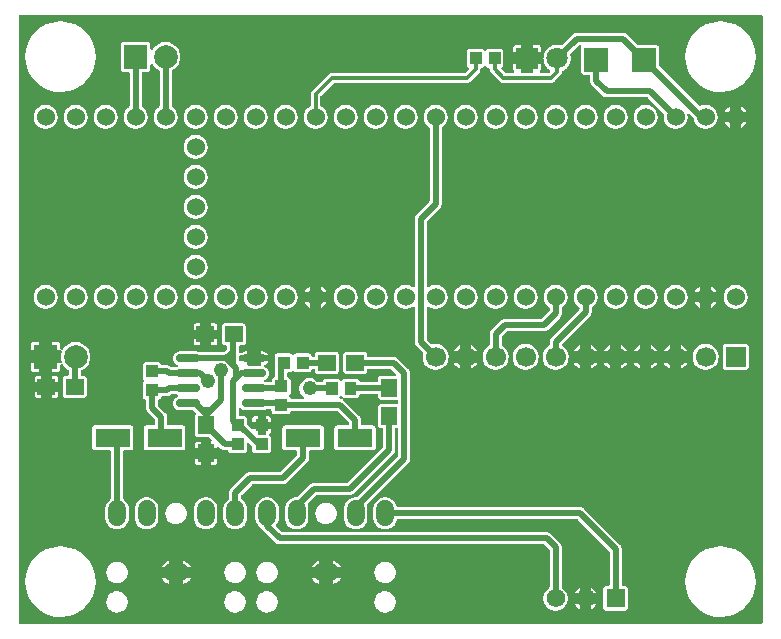
<source format=gtl>
G04 Layer: TopLayer*
G04 EasyEDA v6.4.19.5, 2021-06-08T16:18:50+02:00*
G04 4e34ef463dd44b9695d7138247dbe7fd,563db0ff5b334ec4995e7372edb549dc,10*
G04 Gerber Generator version 0.2*
G04 Scale: 100 percent, Rotated: No, Reflected: No *
G04 Dimensions in millimeters *
G04 leading zeros omitted , absolute positions ,4 integer and 5 decimal *
%FSLAX45Y45*%
%MOMM*%

%ADD11C,0.5080*%
%ADD12C,0.3050*%
%ADD13C,0.7000*%
%ADD14C,1.2200*%
%ADD15R,3.0000X1.6000*%
%ADD16R,1.5000X1.3589*%
%ADD17R,2.0000X2.0000*%
%ADD18R,1.0000X1.1000*%
%ADD19R,1.1000X1.0000*%
%ADD20R,1.3589X1.5000*%
%ADD21C,2.0000*%
%ADD22C,1.8000*%
%ADD24C,1.5240*%
%ADD25C,1.5748*%
%ADD26R,1.5748X1.5748*%
%ADD27R,1.7000X1.7000*%
%ADD28C,1.7000*%
%ADD29C,1.5000*%

%LPD*%
G36*
X2829814Y8153653D02*
G01*
X2825902Y8154416D01*
X2822651Y8156651D01*
X2820416Y8159902D01*
X2819654Y8163814D01*
X2819654Y13299186D01*
X2820416Y13303097D01*
X2822651Y13306348D01*
X2825902Y13308584D01*
X2829814Y13309346D01*
X9108186Y13309346D01*
X9112097Y13308584D01*
X9115348Y13306348D01*
X9117584Y13303097D01*
X9118346Y13299186D01*
X9118346Y8163814D01*
X9117584Y8159902D01*
X9115348Y8156651D01*
X9112097Y8154416D01*
X9108186Y8153653D01*
G37*

%LPC*%
G36*
X3174441Y8209076D02*
G01*
X3175558Y8209076D01*
X3250438Y8219135D01*
X3295446Y8234273D01*
X3355340Y8269274D01*
X3385312Y8294370D01*
X3425240Y8344357D01*
X3450183Y8389518D01*
X3470046Y8454542D01*
X3474923Y8509457D01*
X3469843Y8564473D01*
X3449726Y8629497D01*
X3414725Y8689340D01*
X3384600Y8724341D01*
X3339642Y8759190D01*
X3294532Y8784132D01*
X3249523Y8799068D01*
X3175660Y8808872D01*
X3174339Y8808872D01*
X3099562Y8798864D01*
X3054604Y8783777D01*
X3009696Y8758732D01*
X2965450Y8724392D01*
X2925267Y8674354D01*
X2899816Y8628481D01*
X2879953Y8563457D01*
X2875076Y8508542D01*
X2880156Y8453526D01*
X2899816Y8389518D01*
X2925368Y8343595D01*
X2965145Y8298738D01*
X3010509Y8258708D01*
X3055518Y8233816D01*
X3120542Y8213953D01*
G37*
G36*
X8762441Y8209076D02*
G01*
X8763558Y8209076D01*
X8838438Y8219135D01*
X8883446Y8234273D01*
X8943340Y8269274D01*
X8973312Y8294370D01*
X9013240Y8344357D01*
X9038183Y8389518D01*
X9058046Y8454542D01*
X9062923Y8509457D01*
X9057843Y8564473D01*
X9037726Y8629497D01*
X9002725Y8689340D01*
X8972600Y8724341D01*
X8927642Y8759190D01*
X8882532Y8784132D01*
X8837523Y8799068D01*
X8763660Y8808872D01*
X8762339Y8808872D01*
X8687562Y8798864D01*
X8642604Y8783777D01*
X8597696Y8758732D01*
X8553450Y8724392D01*
X8513267Y8674354D01*
X8487816Y8628481D01*
X8467953Y8563457D01*
X8463076Y8508542D01*
X8468156Y8453526D01*
X8487816Y8389518D01*
X8513368Y8343595D01*
X8553196Y8298738D01*
X8598509Y8258708D01*
X8643518Y8233816D01*
X8708542Y8213953D01*
G37*
G36*
X4926076Y8248599D02*
G01*
X4938623Y8249920D01*
X4950917Y8253018D01*
X4962652Y8257743D01*
X4973574Y8264042D01*
X4983530Y8271814D01*
X4992319Y8280908D01*
X4999736Y8291169D01*
X5005679Y8302345D01*
X5009997Y8314181D01*
X5012639Y8326577D01*
X5013553Y8339175D01*
X5012639Y8351824D01*
X5009997Y8364169D01*
X5005679Y8376056D01*
X4999736Y8387232D01*
X4992319Y8397443D01*
X4983530Y8406536D01*
X4973574Y8414308D01*
X4962652Y8420658D01*
X4950917Y8425383D01*
X4938623Y8428431D01*
X4926076Y8429752D01*
X4913426Y8429345D01*
X4900980Y8427110D01*
X4888941Y8423198D01*
X4877562Y8417661D01*
X4867097Y8410600D01*
X4857699Y8402167D01*
X4849571Y8392464D01*
X4842865Y8381746D01*
X4837734Y8370163D01*
X4834229Y8358022D01*
X4832502Y8345525D01*
X4832502Y8332876D01*
X4834229Y8320328D01*
X4837734Y8308187D01*
X4842865Y8296656D01*
X4849571Y8285937D01*
X4857699Y8276234D01*
X4867097Y8267750D01*
X4877562Y8260689D01*
X4888941Y8255152D01*
X4900980Y8251240D01*
X4913426Y8249056D01*
G37*
G36*
X4656074Y8248599D02*
G01*
X4668621Y8249920D01*
X4680915Y8253018D01*
X4692650Y8257743D01*
X4703572Y8264042D01*
X4713528Y8271814D01*
X4722317Y8280908D01*
X4729734Y8291169D01*
X4735677Y8302345D01*
X4739995Y8314181D01*
X4742637Y8326577D01*
X4743551Y8339175D01*
X4742637Y8351824D01*
X4739995Y8364169D01*
X4735677Y8376056D01*
X4729734Y8387232D01*
X4722317Y8397443D01*
X4713528Y8406536D01*
X4703572Y8414308D01*
X4692650Y8420658D01*
X4680915Y8425383D01*
X4668621Y8428431D01*
X4656074Y8429752D01*
X4643424Y8429345D01*
X4630978Y8427110D01*
X4618939Y8423198D01*
X4607560Y8417661D01*
X4597095Y8410600D01*
X4587697Y8402167D01*
X4579569Y8392464D01*
X4572863Y8381746D01*
X4567732Y8370163D01*
X4564227Y8358022D01*
X4562500Y8345525D01*
X4562500Y8332876D01*
X4564227Y8320328D01*
X4567732Y8308187D01*
X4572863Y8296656D01*
X4579569Y8285937D01*
X4587697Y8276234D01*
X4597095Y8267750D01*
X4607560Y8260689D01*
X4618939Y8255152D01*
X4630978Y8251240D01*
X4643424Y8249056D01*
G37*
G36*
X5926074Y8248599D02*
G01*
X5938621Y8249920D01*
X5950915Y8253018D01*
X5962650Y8257743D01*
X5973572Y8264042D01*
X5983528Y8271814D01*
X5992317Y8280908D01*
X5999734Y8291169D01*
X6005677Y8302345D01*
X6009995Y8314181D01*
X6012637Y8326577D01*
X6013551Y8339175D01*
X6012637Y8351824D01*
X6009995Y8364169D01*
X6005677Y8376056D01*
X5999734Y8387232D01*
X5992317Y8397443D01*
X5983528Y8406536D01*
X5973572Y8414308D01*
X5962650Y8420658D01*
X5950915Y8425383D01*
X5938621Y8428431D01*
X5926074Y8429752D01*
X5913424Y8429345D01*
X5900978Y8427110D01*
X5888939Y8423198D01*
X5877560Y8417661D01*
X5867095Y8410600D01*
X5857697Y8402167D01*
X5849569Y8392464D01*
X5842863Y8381746D01*
X5837732Y8370163D01*
X5834227Y8358022D01*
X5832500Y8345525D01*
X5832500Y8332876D01*
X5834227Y8320328D01*
X5837732Y8308187D01*
X5842863Y8296656D01*
X5849569Y8285937D01*
X5857697Y8276234D01*
X5867095Y8267750D01*
X5877560Y8260689D01*
X5888939Y8255152D01*
X5900978Y8251240D01*
X5913424Y8249056D01*
G37*
G36*
X3656076Y8248599D02*
G01*
X3668623Y8249920D01*
X3680917Y8253018D01*
X3692651Y8257743D01*
X3703574Y8264042D01*
X3713530Y8271814D01*
X3722319Y8280908D01*
X3729736Y8291169D01*
X3735679Y8302345D01*
X3739997Y8314181D01*
X3742639Y8326577D01*
X3743553Y8339175D01*
X3742639Y8351824D01*
X3739997Y8364169D01*
X3735679Y8376056D01*
X3729736Y8387232D01*
X3722319Y8397443D01*
X3713530Y8406536D01*
X3703574Y8414308D01*
X3692651Y8420658D01*
X3680917Y8425383D01*
X3668623Y8428431D01*
X3656076Y8429752D01*
X3643426Y8429345D01*
X3630980Y8427110D01*
X3618941Y8423198D01*
X3607562Y8417661D01*
X3597097Y8410600D01*
X3587699Y8402167D01*
X3579571Y8392464D01*
X3572865Y8381746D01*
X3567734Y8370163D01*
X3564229Y8358022D01*
X3562502Y8345525D01*
X3562502Y8332876D01*
X3564229Y8320328D01*
X3567734Y8308187D01*
X3572865Y8296656D01*
X3579571Y8285937D01*
X3587699Y8276234D01*
X3597097Y8267750D01*
X3607562Y8260689D01*
X3618941Y8255152D01*
X3630980Y8251240D01*
X3643426Y8249056D01*
G37*
G36*
X7795818Y8264906D02*
G01*
X7952181Y8264906D01*
X7958429Y8265617D01*
X7963865Y8267496D01*
X7968691Y8270544D01*
X7972755Y8274608D01*
X7975803Y8279434D01*
X7977682Y8284870D01*
X7978394Y8291118D01*
X7978394Y8447481D01*
X7977682Y8453729D01*
X7975803Y8459165D01*
X7972755Y8463991D01*
X7968691Y8468055D01*
X7963865Y8471103D01*
X7958429Y8472982D01*
X7952181Y8473694D01*
X7935214Y8473694D01*
X7931302Y8474456D01*
X7928051Y8476691D01*
X7925816Y8479942D01*
X7925053Y8483854D01*
X7925053Y8788196D01*
X7924850Y8792870D01*
X7924292Y8797239D01*
X7923326Y8801608D01*
X7921955Y8805875D01*
X7920278Y8809990D01*
X7918196Y8813901D01*
X7915808Y8817660D01*
X7913116Y8821216D01*
X7909966Y8824671D01*
X7609484Y9125153D01*
X7606030Y9128302D01*
X7602474Y9130995D01*
X7598714Y9133382D01*
X7594803Y9135465D01*
X7590688Y9137142D01*
X7586421Y9138513D01*
X7582052Y9139478D01*
X7577683Y9140037D01*
X7573009Y9140240D01*
X6030417Y9140240D01*
X6027013Y9140850D01*
X6023965Y9142526D01*
X6021730Y9145168D01*
X6015888Y9162694D01*
X6010046Y9174480D01*
X6002731Y9185452D01*
X5994044Y9195358D01*
X5984138Y9204045D01*
X5973216Y9211360D01*
X5961430Y9217152D01*
X5948934Y9221368D01*
X5936030Y9223959D01*
X5922924Y9224822D01*
X5909767Y9223959D01*
X5896864Y9221368D01*
X5884367Y9217152D01*
X5872581Y9211360D01*
X5861659Y9204045D01*
X5851753Y9195358D01*
X5843066Y9185452D01*
X5835751Y9174480D01*
X5829909Y9162694D01*
X5825693Y9150248D01*
X5823153Y9137345D01*
X5822238Y9123832D01*
X5822238Y9054541D01*
X5823153Y9041028D01*
X5825693Y9028125D01*
X5829909Y9015679D01*
X5835751Y9003893D01*
X5843066Y8992920D01*
X5851753Y8983014D01*
X5861659Y8974328D01*
X5872581Y8967012D01*
X5884367Y8961221D01*
X5896864Y8957005D01*
X5909767Y8954414D01*
X5922924Y8953550D01*
X5936030Y8954414D01*
X5948934Y8957005D01*
X5961430Y8961221D01*
X5973216Y8967012D01*
X5984138Y8974328D01*
X5994044Y8983014D01*
X6002731Y8992920D01*
X6010046Y9003893D01*
X6015888Y9015679D01*
X6021730Y9033205D01*
X6023965Y9035846D01*
X6027013Y9037523D01*
X6030417Y9038132D01*
X7547864Y9038132D01*
X7551724Y9037370D01*
X7555026Y9035135D01*
X7819948Y8770213D01*
X7822184Y8766911D01*
X7822946Y8763050D01*
X7822946Y8483854D01*
X7822184Y8479942D01*
X7819948Y8476691D01*
X7816697Y8474456D01*
X7812786Y8473694D01*
X7795818Y8473694D01*
X7789570Y8472982D01*
X7784134Y8471103D01*
X7779308Y8468055D01*
X7775244Y8463991D01*
X7772196Y8459165D01*
X7770317Y8453729D01*
X7769606Y8447481D01*
X7769606Y8291118D01*
X7770317Y8284870D01*
X7772196Y8279434D01*
X7775244Y8274608D01*
X7779308Y8270544D01*
X7784134Y8267496D01*
X7789570Y8265617D01*
G37*
G36*
X7366000Y8264906D02*
G01*
X7379614Y8265820D01*
X7393025Y8268462D01*
X7405928Y8272881D01*
X7418171Y8278926D01*
X7429550Y8286496D01*
X7439812Y8295487D01*
X7448803Y8305749D01*
X7456373Y8317128D01*
X7462418Y8329371D01*
X7466838Y8342274D01*
X7469479Y8355685D01*
X7470394Y8369300D01*
X7469479Y8382914D01*
X7466838Y8396325D01*
X7462418Y8409228D01*
X7456373Y8421471D01*
X7448803Y8432850D01*
X7439812Y8443112D01*
X7429550Y8452104D01*
X7421575Y8457438D01*
X7419136Y8459673D01*
X7417612Y8462619D01*
X7417053Y8465870D01*
X7417053Y8800896D01*
X7416850Y8805570D01*
X7416292Y8809939D01*
X7415326Y8814308D01*
X7413955Y8818575D01*
X7412278Y8822690D01*
X7410196Y8826601D01*
X7407808Y8830360D01*
X7405116Y8833916D01*
X7401966Y8837371D01*
X7326071Y8913266D01*
X7322616Y8916416D01*
X7319060Y8919108D01*
X7315301Y8921496D01*
X7311390Y8923578D01*
X7307275Y8925255D01*
X7303008Y8926626D01*
X7298639Y8927592D01*
X7294270Y8928150D01*
X7289596Y8928354D01*
X5054549Y8928354D01*
X5050688Y8929116D01*
X5047386Y8931351D01*
X5001564Y8977172D01*
X4999380Y8980322D01*
X4998567Y8984030D01*
X4999177Y8987790D01*
X5001107Y8991041D01*
X5002733Y8992920D01*
X5010048Y9003893D01*
X5015890Y9015679D01*
X5020106Y9028125D01*
X5022697Y9041028D01*
X5023561Y9054541D01*
X5023561Y9123832D01*
X5022697Y9137345D01*
X5020106Y9150248D01*
X5015890Y9162694D01*
X5010048Y9174480D01*
X5002733Y9185452D01*
X4994046Y9195358D01*
X4984140Y9204045D01*
X4973218Y9211360D01*
X4961432Y9217152D01*
X4948936Y9221368D01*
X4936032Y9223959D01*
X4922926Y9224822D01*
X4909769Y9223959D01*
X4896866Y9221368D01*
X4884369Y9217152D01*
X4872583Y9211360D01*
X4861661Y9204045D01*
X4851755Y9195358D01*
X4843068Y9185452D01*
X4835753Y9174480D01*
X4829911Y9162694D01*
X4825695Y9150248D01*
X4823155Y9137345D01*
X4822240Y9123832D01*
X4822240Y9054541D01*
X4823155Y9041028D01*
X4825695Y9028125D01*
X4829911Y9015679D01*
X4835753Y9003893D01*
X4843068Y8992920D01*
X4851755Y8983014D01*
X4861661Y8974328D01*
X4872685Y8966962D01*
X4874666Y8965234D01*
X4876139Y8963050D01*
X4878628Y8958122D01*
X4880965Y8954465D01*
X4883658Y8950909D01*
X4886807Y8947454D01*
X4992928Y8841333D01*
X4996383Y8838184D01*
X4999939Y8835491D01*
X5003698Y8833104D01*
X5007610Y8831021D01*
X5011724Y8829344D01*
X5015992Y8827973D01*
X5020360Y8827008D01*
X5024729Y8826449D01*
X5029403Y8826246D01*
X7264450Y8826246D01*
X7268311Y8825484D01*
X7271613Y8823248D01*
X7311948Y8782913D01*
X7314184Y8779611D01*
X7314946Y8775750D01*
X7314946Y8465870D01*
X7314387Y8462619D01*
X7312863Y8459673D01*
X7310424Y8457438D01*
X7302449Y8452104D01*
X7292187Y8443112D01*
X7283196Y8432850D01*
X7275626Y8421471D01*
X7269581Y8409228D01*
X7265162Y8396325D01*
X7262520Y8382914D01*
X7261606Y8369300D01*
X7262520Y8355685D01*
X7265162Y8342274D01*
X7269581Y8329371D01*
X7275626Y8317128D01*
X7283196Y8305749D01*
X7292187Y8295487D01*
X7302449Y8286496D01*
X7313828Y8278926D01*
X7326071Y8272881D01*
X7338974Y8268462D01*
X7352385Y8265820D01*
G37*
G36*
X7665720Y8275726D02*
G01*
X7672171Y8278926D01*
X7683550Y8286496D01*
X7693812Y8295487D01*
X7702803Y8305749D01*
X7710373Y8317128D01*
X7713573Y8323580D01*
X7665720Y8323580D01*
G37*
G36*
X7574280Y8275726D02*
G01*
X7574280Y8323580D01*
X7526426Y8323580D01*
X7529626Y8317128D01*
X7537196Y8305749D01*
X7546187Y8295487D01*
X7556449Y8286496D01*
X7567828Y8278926D01*
G37*
G36*
X7526426Y8415020D02*
G01*
X7574280Y8415020D01*
X7574280Y8462873D01*
X7567828Y8459673D01*
X7556449Y8452104D01*
X7546187Y8443112D01*
X7537196Y8432850D01*
X7529626Y8421471D01*
G37*
G36*
X7665720Y8415020D02*
G01*
X7713573Y8415020D01*
X7710373Y8421471D01*
X7702803Y8432850D01*
X7693812Y8443112D01*
X7683550Y8452104D01*
X7672171Y8459673D01*
X7665720Y8462873D01*
G37*
G36*
X5484266Y8492083D02*
G01*
X5496407Y8496198D01*
X5508193Y8502040D01*
X5519166Y8509355D01*
X5529072Y8518042D01*
X5537758Y8527948D01*
X5545074Y8538870D01*
X5548223Y8545322D01*
X5484266Y8545322D01*
G37*
G36*
X4214266Y8492083D02*
G01*
X4226407Y8496198D01*
X4238193Y8502040D01*
X4249166Y8509355D01*
X4259072Y8518042D01*
X4267758Y8527948D01*
X4275074Y8538870D01*
X4278223Y8545322D01*
X4214266Y8545322D01*
G37*
G36*
X5361533Y8492083D02*
G01*
X5361533Y8545322D01*
X5297576Y8545322D01*
X5300726Y8538870D01*
X5308041Y8527948D01*
X5316728Y8518042D01*
X5326634Y8509355D01*
X5337606Y8502040D01*
X5349392Y8496198D01*
G37*
G36*
X4091533Y8492083D02*
G01*
X4091533Y8545322D01*
X4027576Y8545322D01*
X4030726Y8538870D01*
X4038041Y8527948D01*
X4046728Y8518042D01*
X4056634Y8509355D01*
X4067606Y8502040D01*
X4079392Y8496198D01*
G37*
G36*
X4656074Y8498636D02*
G01*
X4668621Y8499957D01*
X4680915Y8503005D01*
X4692650Y8507730D01*
X4703572Y8514080D01*
X4713528Y8521852D01*
X4722317Y8530945D01*
X4729734Y8541156D01*
X4735677Y8552332D01*
X4739995Y8564219D01*
X4742637Y8576564D01*
X4743551Y8589213D01*
X4742637Y8601811D01*
X4739995Y8614206D01*
X4735677Y8626043D01*
X4729734Y8637219D01*
X4722317Y8647480D01*
X4713528Y8656574D01*
X4703572Y8664346D01*
X4692650Y8670645D01*
X4680915Y8675370D01*
X4668621Y8678468D01*
X4656074Y8679789D01*
X4643424Y8679332D01*
X4630978Y8677148D01*
X4618939Y8673236D01*
X4607560Y8667699D01*
X4597095Y8660638D01*
X4587697Y8652154D01*
X4579569Y8642451D01*
X4572863Y8631732D01*
X4567732Y8620201D01*
X4564227Y8608060D01*
X4562500Y8595512D01*
X4562500Y8582863D01*
X4564227Y8570366D01*
X4567732Y8558225D01*
X4572863Y8546642D01*
X4579569Y8535924D01*
X4587697Y8526221D01*
X4597095Y8517788D01*
X4607560Y8510727D01*
X4618939Y8505190D01*
X4630978Y8501278D01*
X4643424Y8499043D01*
G37*
G36*
X3656076Y8498636D02*
G01*
X3668623Y8499957D01*
X3680917Y8503005D01*
X3692651Y8507730D01*
X3703574Y8514080D01*
X3713530Y8521852D01*
X3722319Y8530945D01*
X3729736Y8541156D01*
X3735679Y8552332D01*
X3739997Y8564219D01*
X3742639Y8576564D01*
X3743553Y8589213D01*
X3742639Y8601811D01*
X3739997Y8614206D01*
X3735679Y8626043D01*
X3729736Y8637219D01*
X3722319Y8647480D01*
X3713530Y8656574D01*
X3703574Y8664346D01*
X3692651Y8670645D01*
X3680917Y8675370D01*
X3668623Y8678468D01*
X3656076Y8679789D01*
X3643426Y8679332D01*
X3630980Y8677148D01*
X3618941Y8673236D01*
X3607562Y8667699D01*
X3597097Y8660638D01*
X3587699Y8652154D01*
X3579571Y8642451D01*
X3572865Y8631732D01*
X3567734Y8620201D01*
X3564229Y8608060D01*
X3562502Y8595512D01*
X3562502Y8582863D01*
X3564229Y8570366D01*
X3567734Y8558225D01*
X3572865Y8546642D01*
X3579571Y8535924D01*
X3587699Y8526221D01*
X3597097Y8517788D01*
X3607562Y8510727D01*
X3618941Y8505190D01*
X3630980Y8501278D01*
X3643426Y8499043D01*
G37*
G36*
X5926074Y8498636D02*
G01*
X5938621Y8499957D01*
X5950915Y8503005D01*
X5962650Y8507730D01*
X5973572Y8514080D01*
X5983528Y8521852D01*
X5992317Y8530945D01*
X5999734Y8541156D01*
X6005677Y8552332D01*
X6009995Y8564219D01*
X6012637Y8576564D01*
X6013551Y8589213D01*
X6012637Y8601811D01*
X6009995Y8614206D01*
X6005677Y8626043D01*
X5999734Y8637219D01*
X5992317Y8647480D01*
X5983528Y8656574D01*
X5973572Y8664346D01*
X5962650Y8670645D01*
X5950915Y8675370D01*
X5938621Y8678468D01*
X5926074Y8679789D01*
X5913424Y8679332D01*
X5900978Y8677148D01*
X5888939Y8673236D01*
X5877560Y8667699D01*
X5867095Y8660638D01*
X5857697Y8652154D01*
X5849569Y8642451D01*
X5842863Y8631732D01*
X5837732Y8620201D01*
X5834227Y8608060D01*
X5832500Y8595512D01*
X5832500Y8582863D01*
X5834227Y8570366D01*
X5837732Y8558225D01*
X5842863Y8546642D01*
X5849569Y8535924D01*
X5857697Y8526221D01*
X5867095Y8517788D01*
X5877560Y8510727D01*
X5888939Y8505190D01*
X5900978Y8501278D01*
X5913424Y8499043D01*
G37*
G36*
X4926076Y8498636D02*
G01*
X4938623Y8499957D01*
X4950917Y8503005D01*
X4962652Y8507730D01*
X4973574Y8514080D01*
X4983530Y8521852D01*
X4992319Y8530945D01*
X4999736Y8541156D01*
X5005679Y8552332D01*
X5009997Y8564219D01*
X5012639Y8576564D01*
X5013553Y8589213D01*
X5012639Y8601811D01*
X5009997Y8614206D01*
X5005679Y8626043D01*
X4999736Y8637219D01*
X4992319Y8647480D01*
X4983530Y8656574D01*
X4973574Y8664346D01*
X4962652Y8670645D01*
X4950917Y8675370D01*
X4938623Y8678468D01*
X4926076Y8679789D01*
X4913426Y8679332D01*
X4900980Y8677148D01*
X4888941Y8673236D01*
X4877562Y8667699D01*
X4867097Y8660638D01*
X4857699Y8652154D01*
X4849571Y8642451D01*
X4842865Y8631732D01*
X4837734Y8620201D01*
X4834229Y8608060D01*
X4832502Y8595512D01*
X4832502Y8582863D01*
X4834229Y8570366D01*
X4837734Y8558225D01*
X4842865Y8546642D01*
X4849571Y8535924D01*
X4857699Y8526221D01*
X4867097Y8517788D01*
X4877562Y8510727D01*
X4888941Y8505190D01*
X4900980Y8501278D01*
X4913426Y8499043D01*
G37*
G36*
X4214266Y8633053D02*
G01*
X4278223Y8633053D01*
X4275074Y8639505D01*
X4267758Y8650427D01*
X4259072Y8660333D01*
X4249166Y8669020D01*
X4238193Y8676335D01*
X4226407Y8682177D01*
X4214266Y8686292D01*
G37*
G36*
X5484266Y8633053D02*
G01*
X5548223Y8633053D01*
X5545074Y8639505D01*
X5537758Y8650427D01*
X5529072Y8660333D01*
X5519166Y8669020D01*
X5508193Y8676335D01*
X5496407Y8682177D01*
X5484266Y8686292D01*
G37*
G36*
X5297576Y8633053D02*
G01*
X5361533Y8633053D01*
X5361533Y8686292D01*
X5349392Y8682177D01*
X5337606Y8676335D01*
X5326634Y8669020D01*
X5316728Y8660333D01*
X5308041Y8650427D01*
X5300726Y8639505D01*
G37*
G36*
X4027576Y8633053D02*
G01*
X4091533Y8633053D01*
X4091533Y8686292D01*
X4079392Y8682177D01*
X4067606Y8676335D01*
X4056634Y8669020D01*
X4046728Y8660333D01*
X4038041Y8650427D01*
X4030726Y8639505D01*
G37*
G36*
X4402886Y8953550D02*
G01*
X4416044Y8954414D01*
X4428947Y8957005D01*
X4441393Y8961221D01*
X4453229Y8967012D01*
X4464151Y8974328D01*
X4474057Y8983014D01*
X4482744Y8992920D01*
X4490059Y9003893D01*
X4495850Y9015679D01*
X4500118Y9028125D01*
X4502658Y9041028D01*
X4503572Y9054541D01*
X4503572Y9123832D01*
X4502658Y9137345D01*
X4500118Y9150248D01*
X4495850Y9162694D01*
X4490059Y9174480D01*
X4482744Y9185452D01*
X4474057Y9195358D01*
X4464151Y9204045D01*
X4453229Y9211360D01*
X4441393Y9217152D01*
X4428947Y9221368D01*
X4416044Y9223959D01*
X4402886Y9224822D01*
X4389780Y9223959D01*
X4376877Y9221368D01*
X4364380Y9217152D01*
X4352594Y9211360D01*
X4341622Y9204045D01*
X4331766Y9195358D01*
X4323080Y9185452D01*
X4315764Y9174480D01*
X4309922Y9162694D01*
X4305706Y9150248D01*
X4303115Y9137345D01*
X4302252Y9123832D01*
X4302252Y9054541D01*
X4303115Y9041028D01*
X4305706Y9028125D01*
X4309922Y9015679D01*
X4315764Y9003893D01*
X4323080Y8992920D01*
X4331766Y8983014D01*
X4341622Y8974328D01*
X4352594Y8967012D01*
X4364380Y8961221D01*
X4376877Y8957005D01*
X4389780Y8954414D01*
G37*
G36*
X3902913Y8953550D02*
G01*
X3916019Y8954414D01*
X3928922Y8957005D01*
X3941419Y8961221D01*
X3953205Y8967012D01*
X3964178Y8974328D01*
X3974033Y8983014D01*
X3982720Y8992920D01*
X3990035Y9003893D01*
X3995877Y9015679D01*
X4000093Y9028125D01*
X4002684Y9041028D01*
X4003548Y9054541D01*
X4003548Y9123832D01*
X4002684Y9137345D01*
X4000093Y9150248D01*
X3995877Y9162694D01*
X3990035Y9174480D01*
X3982720Y9185452D01*
X3974033Y9195358D01*
X3964178Y9204045D01*
X3953205Y9211360D01*
X3941419Y9217152D01*
X3928922Y9221368D01*
X3916019Y9223959D01*
X3902913Y9224822D01*
X3889756Y9223959D01*
X3876852Y9221368D01*
X3864406Y9217152D01*
X3852570Y9211360D01*
X3841648Y9204045D01*
X3831742Y9195358D01*
X3823055Y9185452D01*
X3815740Y9174480D01*
X3809949Y9162694D01*
X3805682Y9150248D01*
X3803142Y9137345D01*
X3802227Y9123832D01*
X3802227Y9054541D01*
X3803142Y9041028D01*
X3805682Y9028125D01*
X3809949Y9015679D01*
X3815740Y9003893D01*
X3823055Y8992920D01*
X3831742Y8983014D01*
X3841648Y8974328D01*
X3852570Y8967012D01*
X3864406Y8961221D01*
X3876852Y8957005D01*
X3889756Y8954414D01*
G37*
G36*
X3652875Y8953550D02*
G01*
X3666032Y8954414D01*
X3678936Y8957005D01*
X3691432Y8961221D01*
X3703218Y8967012D01*
X3714140Y8974328D01*
X3724046Y8983014D01*
X3732733Y8992920D01*
X3740048Y9003893D01*
X3745890Y9015679D01*
X3750106Y9028125D01*
X3752697Y9041028D01*
X3753561Y9054541D01*
X3753561Y9123832D01*
X3752697Y9137345D01*
X3750106Y9150248D01*
X3745890Y9162694D01*
X3740048Y9174480D01*
X3732733Y9185452D01*
X3724046Y9195358D01*
X3714140Y9204045D01*
X3708450Y9207804D01*
X3706063Y9210090D01*
X3704488Y9212986D01*
X3703980Y9216288D01*
X3703980Y9612376D01*
X3704742Y9616287D01*
X3706926Y9619589D01*
X3710228Y9621774D01*
X3714140Y9622536D01*
X3764838Y9622536D01*
X3771087Y9623247D01*
X3776522Y9625126D01*
X3781348Y9628174D01*
X3785412Y9632238D01*
X3788460Y9637115D01*
X3790340Y9642500D01*
X3791051Y9648748D01*
X3791051Y9807651D01*
X3790340Y9813899D01*
X3788460Y9819284D01*
X3785412Y9824161D01*
X3781348Y9828225D01*
X3776522Y9831273D01*
X3771087Y9833152D01*
X3764838Y9833864D01*
X3465982Y9833864D01*
X3459734Y9833152D01*
X3454298Y9831273D01*
X3449472Y9828225D01*
X3445408Y9824161D01*
X3442360Y9819284D01*
X3440480Y9813899D01*
X3439769Y9807651D01*
X3439769Y9648748D01*
X3440480Y9642500D01*
X3442360Y9637115D01*
X3445408Y9632238D01*
X3449472Y9628174D01*
X3454298Y9625126D01*
X3459734Y9623247D01*
X3465982Y9622536D01*
X3591661Y9622536D01*
X3595573Y9621774D01*
X3598875Y9619589D01*
X3601059Y9616287D01*
X3601872Y9612376D01*
X3601872Y9216288D01*
X3601313Y9212986D01*
X3599738Y9210090D01*
X3597351Y9207804D01*
X3591661Y9204045D01*
X3581755Y9195358D01*
X3573068Y9185452D01*
X3565753Y9174480D01*
X3559911Y9162694D01*
X3555695Y9150248D01*
X3553104Y9137345D01*
X3552240Y9123832D01*
X3552240Y9054541D01*
X3553104Y9041028D01*
X3555695Y9028125D01*
X3559911Y9015679D01*
X3565753Y9003893D01*
X3573068Y8992920D01*
X3581755Y8983014D01*
X3591661Y8974328D01*
X3602583Y8967012D01*
X3614369Y8961221D01*
X3626865Y8957005D01*
X3639769Y8954414D01*
G37*
G36*
X4652924Y8953550D02*
G01*
X4666030Y8954414D01*
X4678934Y8957005D01*
X4691430Y8961221D01*
X4703216Y8967012D01*
X4714138Y8974328D01*
X4724044Y8983014D01*
X4732731Y8992920D01*
X4740046Y9003893D01*
X4745888Y9015679D01*
X4750104Y9028125D01*
X4752695Y9041028D01*
X4753559Y9054541D01*
X4753559Y9123832D01*
X4752695Y9137345D01*
X4750104Y9150248D01*
X4745888Y9162694D01*
X4740046Y9174480D01*
X4732731Y9185452D01*
X4724044Y9195358D01*
X4714138Y9204045D01*
X4708448Y9207804D01*
X4706061Y9210090D01*
X4704486Y9212986D01*
X4703978Y9216288D01*
X4703978Y9237624D01*
X4704740Y9241536D01*
X4706924Y9244838D01*
X4793386Y9331248D01*
X4796688Y9333484D01*
X4800549Y9334246D01*
X5054396Y9334246D01*
X5059070Y9334449D01*
X5063439Y9335008D01*
X5067808Y9335973D01*
X5072075Y9337344D01*
X5076190Y9339021D01*
X5080101Y9341104D01*
X5083860Y9343491D01*
X5087416Y9346184D01*
X5090871Y9349333D01*
X5264302Y9522764D01*
X5267452Y9526219D01*
X5270144Y9529775D01*
X5272532Y9533534D01*
X5274614Y9537446D01*
X5276291Y9541560D01*
X5277662Y9545828D01*
X5278628Y9550196D01*
X5279186Y9554565D01*
X5279390Y9559239D01*
X5279390Y9612376D01*
X5280152Y9616287D01*
X5282387Y9619589D01*
X5285638Y9621774D01*
X5289550Y9622536D01*
X5377738Y9622536D01*
X5383987Y9623247D01*
X5389422Y9625126D01*
X5394248Y9628174D01*
X5398312Y9632238D01*
X5401360Y9637115D01*
X5403240Y9642500D01*
X5403951Y9648748D01*
X5403951Y9807651D01*
X5403240Y9813899D01*
X5401360Y9819284D01*
X5398312Y9824161D01*
X5394248Y9828225D01*
X5389422Y9831273D01*
X5383987Y9833152D01*
X5377738Y9833864D01*
X5078882Y9833864D01*
X5072634Y9833152D01*
X5067198Y9831273D01*
X5062372Y9828225D01*
X5058308Y9824161D01*
X5055260Y9819284D01*
X5053380Y9813899D01*
X5052669Y9807651D01*
X5052669Y9648748D01*
X5053380Y9642500D01*
X5055260Y9637115D01*
X5058308Y9632238D01*
X5062372Y9628174D01*
X5067198Y9625126D01*
X5072634Y9623247D01*
X5078882Y9622536D01*
X5167122Y9622536D01*
X5171033Y9621774D01*
X5174284Y9619589D01*
X5176520Y9616287D01*
X5177282Y9612376D01*
X5177282Y9584385D01*
X5176520Y9580524D01*
X5174284Y9577222D01*
X5036413Y9439351D01*
X5033111Y9437116D01*
X5029250Y9436354D01*
X4775403Y9436354D01*
X4770729Y9436150D01*
X4766360Y9435592D01*
X4761992Y9434626D01*
X4757724Y9433255D01*
X4753610Y9431578D01*
X4749698Y9429496D01*
X4745939Y9427108D01*
X4742383Y9424416D01*
X4738928Y9421266D01*
X4616958Y9299244D01*
X4613808Y9295790D01*
X4611065Y9292285D01*
X4608677Y9288526D01*
X4606645Y9284563D01*
X4604918Y9280448D01*
X4603597Y9276232D01*
X4602632Y9271863D01*
X4602073Y9267444D01*
X4601870Y9262770D01*
X4601870Y9216288D01*
X4601311Y9212986D01*
X4599736Y9210090D01*
X4597349Y9207804D01*
X4591659Y9204045D01*
X4581753Y9195358D01*
X4573066Y9185452D01*
X4565751Y9174480D01*
X4559909Y9162694D01*
X4555693Y9150248D01*
X4553153Y9137345D01*
X4552238Y9123832D01*
X4552238Y9054541D01*
X4553153Y9041028D01*
X4555693Y9028125D01*
X4559909Y9015679D01*
X4565751Y9003893D01*
X4573066Y8992920D01*
X4581753Y8983014D01*
X4591659Y8974328D01*
X4602581Y8967012D01*
X4614367Y8961221D01*
X4626864Y8957005D01*
X4639767Y8954414D01*
G37*
G36*
X5172913Y8953550D02*
G01*
X5186019Y8954414D01*
X5198922Y8957005D01*
X5211419Y8961221D01*
X5223205Y8967012D01*
X5234178Y8974328D01*
X5244033Y8983014D01*
X5252720Y8992920D01*
X5260035Y9003893D01*
X5265877Y9015679D01*
X5270093Y9028125D01*
X5272684Y9041028D01*
X5273548Y9054541D01*
X5273548Y9123832D01*
X5272684Y9137345D01*
X5270093Y9150248D01*
X5266385Y9161272D01*
X5265826Y9164980D01*
X5266690Y9168587D01*
X5268823Y9171686D01*
X5339486Y9242348D01*
X5342788Y9244584D01*
X5346649Y9245346D01*
X5625896Y9245346D01*
X5630570Y9245549D01*
X5634939Y9246108D01*
X5639308Y9247073D01*
X5643575Y9248444D01*
X5647690Y9250121D01*
X5651601Y9252204D01*
X5655360Y9254591D01*
X5658916Y9257284D01*
X5662371Y9260433D01*
X5992266Y9590328D01*
X5995416Y9593783D01*
X5998108Y9597339D01*
X6000496Y9601098D01*
X6002578Y9605010D01*
X6004255Y9609124D01*
X6005626Y9613392D01*
X6006592Y9617760D01*
X6007150Y9622129D01*
X6007354Y9626803D01*
X6007354Y9802164D01*
X6008116Y9806076D01*
X6010351Y9809378D01*
X6013602Y9811562D01*
X6017514Y9812324D01*
X6022086Y9812324D01*
X6025997Y9811562D01*
X6029248Y9809378D01*
X6031484Y9806076D01*
X6032246Y9802164D01*
X6032246Y9575749D01*
X6031484Y9571888D01*
X6029248Y9568586D01*
X5687974Y9227312D01*
X5684367Y9224975D01*
X5680151Y9224365D01*
X5672886Y9224822D01*
X5659780Y9223959D01*
X5646877Y9221368D01*
X5634380Y9217152D01*
X5622594Y9211360D01*
X5611622Y9204045D01*
X5601766Y9195358D01*
X5593080Y9185452D01*
X5585764Y9174480D01*
X5579922Y9162694D01*
X5575706Y9150248D01*
X5573115Y9137345D01*
X5572252Y9123832D01*
X5572252Y9054541D01*
X5573115Y9041028D01*
X5575706Y9028125D01*
X5579922Y9015679D01*
X5585764Y9003893D01*
X5593080Y8992920D01*
X5601766Y8983014D01*
X5611622Y8974328D01*
X5622594Y8967012D01*
X5634380Y8961221D01*
X5646877Y8957005D01*
X5659780Y8954414D01*
X5672886Y8953550D01*
X5686044Y8954414D01*
X5698947Y8957005D01*
X5711393Y8961221D01*
X5723229Y8967012D01*
X5734151Y8974328D01*
X5744057Y8983014D01*
X5752744Y8992920D01*
X5760059Y9003893D01*
X5765850Y9015679D01*
X5770118Y9028125D01*
X5772658Y9041028D01*
X5773572Y9054541D01*
X5773572Y9123832D01*
X5772658Y9137345D01*
X5770118Y9150248D01*
X5768390Y9155277D01*
X5767882Y9158986D01*
X5768695Y9162643D01*
X5770829Y9165742D01*
X6119266Y9514128D01*
X6122416Y9517583D01*
X6125108Y9521139D01*
X6127496Y9524898D01*
X6129578Y9528810D01*
X6131255Y9532924D01*
X6132626Y9537192D01*
X6133592Y9541560D01*
X6134150Y9545929D01*
X6134354Y9550603D01*
X6134354Y10274096D01*
X6134150Y10278770D01*
X6133592Y10283139D01*
X6132626Y10287508D01*
X6131255Y10291775D01*
X6129578Y10295890D01*
X6127496Y10299801D01*
X6125108Y10303560D01*
X6122416Y10307116D01*
X6119266Y10310571D01*
X6030671Y10399166D01*
X6027216Y10402316D01*
X6023660Y10405008D01*
X6019901Y10407396D01*
X6015990Y10409478D01*
X6011875Y10411155D01*
X6007608Y10412526D01*
X6003239Y10413492D01*
X5998870Y10414050D01*
X5994196Y10414254D01*
X5780735Y10414254D01*
X5776823Y10415016D01*
X5773521Y10417251D01*
X5771337Y10420502D01*
X5770575Y10424414D01*
X5770575Y10430560D01*
X5769864Y10436860D01*
X5767984Y10442244D01*
X5764936Y10447121D01*
X5760872Y10451134D01*
X5755995Y10454182D01*
X5750610Y10456113D01*
X5744311Y10456773D01*
X5595467Y10456773D01*
X5589219Y10456113D01*
X5583783Y10454182D01*
X5578957Y10451134D01*
X5574893Y10447121D01*
X5571845Y10442244D01*
X5569966Y10436860D01*
X5569254Y10430560D01*
X5569254Y10295839D01*
X5569966Y10289540D01*
X5571845Y10284155D01*
X5574893Y10279278D01*
X5578957Y10275265D01*
X5583783Y10272217D01*
X5589219Y10270286D01*
X5595467Y10269575D01*
X5744311Y10269575D01*
X5750610Y10270286D01*
X5755995Y10272217D01*
X5760872Y10275265D01*
X5764936Y10279278D01*
X5767984Y10284155D01*
X5769864Y10289540D01*
X5770575Y10295839D01*
X5770575Y10301986D01*
X5771337Y10305897D01*
X5773521Y10309148D01*
X5776823Y10311384D01*
X5780735Y10312146D01*
X5969050Y10312146D01*
X5972911Y10311384D01*
X5976213Y10309148D01*
X6014415Y10270998D01*
X6016599Y10267696D01*
X6017361Y10263784D01*
X6016599Y10259923D01*
X6014415Y10256621D01*
X6011113Y10254437D01*
X6007201Y10253624D01*
X5888939Y10253624D01*
X5882640Y10252964D01*
X5877255Y10251033D01*
X5872378Y10247985D01*
X5868365Y10243921D01*
X5865317Y10239095D01*
X5863386Y10233710D01*
X5862726Y10227411D01*
X5862726Y10214203D01*
X5861913Y10210292D01*
X5859729Y10206990D01*
X5856427Y10204805D01*
X5852566Y10204043D01*
X5713425Y10204043D01*
X5709361Y10204856D01*
X5706008Y10207294D01*
X5703874Y10210850D01*
X5702960Y10213390D01*
X5699912Y10218267D01*
X5695848Y10222331D01*
X5691022Y10225379D01*
X5685586Y10227259D01*
X5679338Y10227970D01*
X5580481Y10227970D01*
X5574182Y10227259D01*
X5568797Y10225379D01*
X5563920Y10222331D01*
X5559907Y10218267D01*
X5558485Y10216032D01*
X5555691Y10213086D01*
X5551932Y10211511D01*
X5547868Y10211511D01*
X5544108Y10213086D01*
X5541314Y10216032D01*
X5539892Y10218267D01*
X5535879Y10222331D01*
X5531002Y10225379D01*
X5525617Y10227259D01*
X5519318Y10227970D01*
X5420461Y10227970D01*
X5414213Y10227259D01*
X5408828Y10225379D01*
X5403951Y10222331D01*
X5399887Y10218267D01*
X5396839Y10213390D01*
X5393842Y10203840D01*
X5391556Y10200944D01*
X5388406Y10199014D01*
X5384800Y10198354D01*
X5358028Y10198354D01*
X5354929Y10198811D01*
X5352135Y10200233D01*
X5348681Y10204043D01*
X5339943Y10212781D01*
X5330037Y10220198D01*
X5319166Y10226090D01*
X5307584Y10230408D01*
X5295544Y10233050D01*
X5283200Y10233914D01*
X5270855Y10233050D01*
X5258816Y10230408D01*
X5247233Y10226090D01*
X5236362Y10220198D01*
X5226456Y10212781D01*
X5217718Y10204043D01*
X5210302Y10194137D01*
X5204409Y10183266D01*
X5200091Y10171684D01*
X5197449Y10159644D01*
X5196586Y10147300D01*
X5197449Y10134955D01*
X5200091Y10122916D01*
X5204409Y10111333D01*
X5210302Y10100462D01*
X5217718Y10090556D01*
X5226456Y10081818D01*
X5233009Y10076942D01*
X5235752Y10073792D01*
X5237022Y10069779D01*
X5236565Y10065613D01*
X5234432Y10061956D01*
X5231028Y10059517D01*
X5226913Y10058654D01*
X5129326Y10058654D01*
X5125974Y10059263D01*
X5122926Y10060940D01*
X5120690Y10063530D01*
X5116830Y10069830D01*
X5112867Y10073792D01*
X5110632Y10075214D01*
X5107686Y10078008D01*
X5106111Y10081768D01*
X5106111Y10085832D01*
X5107686Y10089591D01*
X5110632Y10092385D01*
X5112867Y10093807D01*
X5116931Y10097820D01*
X5119979Y10102697D01*
X5121859Y10108082D01*
X5122570Y10114381D01*
X5122570Y10213238D01*
X5121859Y10219486D01*
X5119979Y10224871D01*
X5116931Y10229748D01*
X5112867Y10233812D01*
X5107990Y10236860D01*
X5098440Y10239857D01*
X5095544Y10242143D01*
X5093614Y10245293D01*
X5092954Y10248900D01*
X5092954Y10272369D01*
X5093716Y10276281D01*
X5095951Y10279583D01*
X5099202Y10281767D01*
X5103114Y10282529D01*
X5112918Y10282529D01*
X5119217Y10283240D01*
X5124602Y10285120D01*
X5129479Y10288168D01*
X5133492Y10292232D01*
X5134914Y10294467D01*
X5137708Y10297414D01*
X5141468Y10298988D01*
X5145532Y10298988D01*
X5149291Y10297414D01*
X5152085Y10294467D01*
X5153507Y10292232D01*
X5157520Y10288168D01*
X5162397Y10285120D01*
X5167782Y10283240D01*
X5174081Y10282529D01*
X5272938Y10282529D01*
X5279186Y10283240D01*
X5284571Y10285120D01*
X5289448Y10288168D01*
X5293512Y10292232D01*
X5296560Y10297109D01*
X5299557Y10306659D01*
X5301843Y10309555D01*
X5304993Y10311485D01*
X5308600Y10312146D01*
X5319115Y10312146D01*
X5322976Y10311384D01*
X5326278Y10309148D01*
X5328462Y10305897D01*
X5329275Y10301986D01*
X5329275Y10295839D01*
X5329936Y10289540D01*
X5331866Y10284155D01*
X5334914Y10279278D01*
X5338978Y10275265D01*
X5343804Y10272217D01*
X5349189Y10270286D01*
X5355488Y10269575D01*
X5504332Y10269575D01*
X5510580Y10270286D01*
X5516016Y10272217D01*
X5520842Y10275265D01*
X5524906Y10279278D01*
X5527954Y10284155D01*
X5529834Y10289540D01*
X5530545Y10295839D01*
X5530545Y10430560D01*
X5529834Y10436860D01*
X5527954Y10442244D01*
X5524906Y10447121D01*
X5520842Y10451134D01*
X5516016Y10454182D01*
X5510580Y10456113D01*
X5504332Y10456773D01*
X5355488Y10456773D01*
X5349189Y10456113D01*
X5343804Y10454182D01*
X5338978Y10451134D01*
X5334914Y10447121D01*
X5331866Y10442244D01*
X5329936Y10436860D01*
X5329275Y10430560D01*
X5329275Y10424414D01*
X5328462Y10420502D01*
X5326278Y10417251D01*
X5322976Y10415016D01*
X5319115Y10414254D01*
X5308600Y10414254D01*
X5304993Y10414914D01*
X5301843Y10416844D01*
X5299557Y10419740D01*
X5298440Y10423906D01*
X5296560Y10429290D01*
X5293512Y10434167D01*
X5289448Y10438231D01*
X5284571Y10441279D01*
X5279186Y10443159D01*
X5272938Y10443870D01*
X5174081Y10443870D01*
X5167782Y10443159D01*
X5162397Y10441279D01*
X5157520Y10438231D01*
X5153507Y10434167D01*
X5152085Y10431932D01*
X5149291Y10428986D01*
X5145532Y10427411D01*
X5141468Y10427411D01*
X5137708Y10428986D01*
X5134914Y10431932D01*
X5133492Y10434167D01*
X5129479Y10438231D01*
X5124602Y10441279D01*
X5119217Y10443159D01*
X5112918Y10443870D01*
X5014061Y10443870D01*
X5007813Y10443159D01*
X5002377Y10441279D01*
X4997551Y10438231D01*
X4993487Y10434167D01*
X4990439Y10429290D01*
X4988560Y10423906D01*
X4987848Y10417606D01*
X4987848Y10308793D01*
X4988560Y10302494D01*
X4990287Y10297566D01*
X4990846Y10294213D01*
X4990846Y10248900D01*
X4990185Y10245293D01*
X4988255Y10242143D01*
X4985359Y10239857D01*
X4981194Y10238740D01*
X4975809Y10236860D01*
X4970932Y10233812D01*
X4966868Y10229748D01*
X4963820Y10224871D01*
X4961940Y10219486D01*
X4961229Y10213238D01*
X4961229Y10208514D01*
X4960467Y10204602D01*
X4958283Y10201351D01*
X4954981Y10199116D01*
X4951069Y10198354D01*
X4914239Y10198354D01*
X4911852Y10198658D01*
X4909566Y10199471D01*
X4905146Y10201757D01*
X4902149Y10204094D01*
X4900269Y10207396D01*
X4899660Y10211104D01*
X4900472Y10214813D01*
X4902606Y10217962D01*
X4905756Y10220096D01*
X4907737Y10221010D01*
X4916119Y10226446D01*
X4923485Y10233253D01*
X4929632Y10241127D01*
X4934407Y10249966D01*
X4937658Y10259415D01*
X4939334Y10269270D01*
X4939334Y10279329D01*
X4937658Y10289184D01*
X4934407Y10298633D01*
X4929632Y10307472D01*
X4923485Y10315346D01*
X4916119Y10322153D01*
X4907737Y10327589D01*
X4905756Y10328503D01*
X4902555Y10330738D01*
X4900422Y10333990D01*
X4899660Y10337800D01*
X4900422Y10341610D01*
X4902555Y10344861D01*
X4905756Y10347096D01*
X4907737Y10348010D01*
X4916119Y10353446D01*
X4923485Y10360253D01*
X4929632Y10368127D01*
X4934610Y10377474D01*
X4870246Y10377474D01*
X4870246Y10345115D01*
X4869484Y10341203D01*
X4867300Y10337952D01*
X4863998Y10335717D01*
X4860086Y10334955D01*
X4767732Y10334955D01*
X4763820Y10335717D01*
X4760518Y10337952D01*
X4758334Y10341203D01*
X4757572Y10345115D01*
X4757572Y10377474D01*
X4697526Y10377474D01*
X4693615Y10378236D01*
X4690313Y10380421D01*
X4688128Y10383723D01*
X4687366Y10387634D01*
X4687366Y10414965D01*
X4688128Y10418876D01*
X4690313Y10422178D01*
X4693615Y10424363D01*
X4697526Y10425125D01*
X4757572Y10425125D01*
X4757572Y10461955D01*
X4749342Y10461955D01*
X4738928Y10461091D01*
X4729226Y10458653D01*
X4720031Y10454589D01*
X4711649Y10449153D01*
X4704384Y10442448D01*
X4701082Y10440416D01*
X4697222Y10439755D01*
X4693412Y10440619D01*
X4690211Y10442803D01*
X4688078Y10446105D01*
X4687366Y10449915D01*
X4687366Y10500715D01*
X4688128Y10504627D01*
X4690313Y10507929D01*
X4693615Y10510113D01*
X4697526Y10510875D01*
X4715611Y10510875D01*
X4721910Y10511586D01*
X4727295Y10513517D01*
X4732172Y10516565D01*
X4736185Y10520578D01*
X4739233Y10525455D01*
X4741164Y10530840D01*
X4741824Y10537139D01*
X4741824Y10671860D01*
X4741164Y10678160D01*
X4739233Y10683544D01*
X4736185Y10688421D01*
X4732172Y10692434D01*
X4727295Y10695482D01*
X4721910Y10697413D01*
X4715611Y10698073D01*
X4566767Y10698073D01*
X4560519Y10697413D01*
X4555083Y10695482D01*
X4550257Y10692434D01*
X4546193Y10688421D01*
X4543145Y10683544D01*
X4541266Y10678160D01*
X4540554Y10671860D01*
X4540554Y10537139D01*
X4541266Y10530840D01*
X4543145Y10525455D01*
X4546193Y10520578D01*
X4550257Y10516565D01*
X4555083Y10513517D01*
X4560519Y10511586D01*
X4566767Y10510875D01*
X4575098Y10510875D01*
X4578959Y10510113D01*
X4582261Y10507929D01*
X4584446Y10504627D01*
X4585258Y10500715D01*
X4585258Y10482834D01*
X4584446Y10478871D01*
X4582160Y10475569D01*
X4561332Y10455249D01*
X4558080Y10453116D01*
X4554270Y10452354D01*
X4354220Y10452354D01*
X4351324Y10452760D01*
X4347768Y10454589D01*
X4338574Y10458653D01*
X4328871Y10461091D01*
X4318508Y10461955D01*
X4189323Y10461955D01*
X4178909Y10461091D01*
X4169206Y10458653D01*
X4160062Y10454589D01*
X4151680Y10449153D01*
X4144314Y10442346D01*
X4138168Y10434472D01*
X4133392Y10425633D01*
X4130141Y10416184D01*
X4128515Y10406329D01*
X4128515Y10396270D01*
X4130141Y10386415D01*
X4133392Y10376966D01*
X4138168Y10368127D01*
X4144314Y10360253D01*
X4151680Y10353446D01*
X4160062Y10348010D01*
X4162044Y10347096D01*
X4165193Y10344962D01*
X4167327Y10341813D01*
X4168140Y10338104D01*
X4167530Y10334396D01*
X4165650Y10331094D01*
X4162653Y10328757D01*
X4158234Y10326471D01*
X4155998Y10325658D01*
X4153560Y10325354D01*
X4114495Y10325354D01*
X4110634Y10326116D01*
X4107383Y10328249D01*
X4102201Y10332618D01*
X4098442Y10335006D01*
X4094479Y10337038D01*
X4090365Y10338765D01*
X4086148Y10340086D01*
X4081779Y10341051D01*
X4077360Y10341660D01*
X4072686Y10341864D01*
X4038498Y10341864D01*
X4034434Y10342727D01*
X4031030Y10345115D01*
X4028897Y10348671D01*
X4027779Y10351871D01*
X4024731Y10356748D01*
X4020667Y10360812D01*
X4015790Y10363860D01*
X4010406Y10365740D01*
X4004106Y10366451D01*
X3895293Y10366451D01*
X3888994Y10365740D01*
X3883609Y10363860D01*
X3878732Y10360812D01*
X3874668Y10356748D01*
X3871620Y10351871D01*
X3869740Y10346486D01*
X3869029Y10340238D01*
X3869029Y10241381D01*
X3869740Y10235082D01*
X3871620Y10229697D01*
X3874668Y10224820D01*
X3878732Y10220807D01*
X3880967Y10219385D01*
X3883914Y10216591D01*
X3885488Y10212832D01*
X3885488Y10208768D01*
X3883914Y10205008D01*
X3880967Y10202214D01*
X3878732Y10200792D01*
X3874668Y10196779D01*
X3871620Y10191902D01*
X3869740Y10186517D01*
X3869029Y10180218D01*
X3869029Y10081361D01*
X3869740Y10075113D01*
X3871620Y10069677D01*
X3874668Y10064851D01*
X3878732Y10060787D01*
X3883609Y10057739D01*
X3893159Y10054691D01*
X3896055Y10052456D01*
X3897985Y10049306D01*
X3898646Y10045700D01*
X3898646Y9982403D01*
X3898849Y9977729D01*
X3899408Y9973360D01*
X3900373Y9968992D01*
X3901744Y9964724D01*
X3903421Y9960610D01*
X3905504Y9956698D01*
X3907891Y9952939D01*
X3910584Y9949383D01*
X3913733Y9945928D01*
X3971848Y9887813D01*
X3974084Y9884511D01*
X3974846Y9880650D01*
X3974846Y9844024D01*
X3974084Y9840112D01*
X3971848Y9836810D01*
X3968597Y9834626D01*
X3964686Y9833864D01*
X3905961Y9833864D01*
X3899712Y9833152D01*
X3894277Y9831273D01*
X3889451Y9828225D01*
X3885387Y9824161D01*
X3882339Y9819284D01*
X3880459Y9813899D01*
X3879748Y9807651D01*
X3879748Y9648748D01*
X3880459Y9642500D01*
X3882339Y9637115D01*
X3885387Y9632238D01*
X3889451Y9628174D01*
X3894277Y9625126D01*
X3899712Y9623247D01*
X3905961Y9622536D01*
X4204817Y9622536D01*
X4211066Y9623247D01*
X4216501Y9625126D01*
X4221327Y9628174D01*
X4225391Y9632238D01*
X4228439Y9637115D01*
X4230319Y9642500D01*
X4231030Y9648748D01*
X4231030Y9807651D01*
X4230319Y9813899D01*
X4228439Y9819284D01*
X4225391Y9824161D01*
X4221327Y9828225D01*
X4216501Y9831273D01*
X4211066Y9833152D01*
X4204817Y9833864D01*
X4087114Y9833864D01*
X4083202Y9834626D01*
X4079951Y9836810D01*
X4077715Y9840112D01*
X4076954Y9844024D01*
X4076954Y9905796D01*
X4076750Y9910470D01*
X4076192Y9914839D01*
X4075226Y9919208D01*
X4073855Y9923475D01*
X4072178Y9927590D01*
X4070096Y9931501D01*
X4067708Y9935260D01*
X4065015Y9938816D01*
X4061866Y9942271D01*
X4003751Y10000386D01*
X4001515Y10003688D01*
X4000754Y10007549D01*
X4000754Y10045700D01*
X4001414Y10049306D01*
X4003344Y10052456D01*
X4006240Y10054691D01*
X4010406Y10055860D01*
X4015790Y10057739D01*
X4020667Y10060787D01*
X4024731Y10064851D01*
X4027779Y10069677D01*
X4028897Y10072928D01*
X4031030Y10076484D01*
X4034434Y10078923D01*
X4038498Y10079736D01*
X4072686Y10079736D01*
X4077360Y10079939D01*
X4081779Y10080548D01*
X4086098Y10081514D01*
X4090365Y10082834D01*
X4094479Y10084562D01*
X4098442Y10086594D01*
X4102201Y10088981D01*
X4107383Y10093350D01*
X4110634Y10095484D01*
X4114495Y10096246D01*
X4153560Y10096246D01*
X4155998Y10095941D01*
X4158234Y10095128D01*
X4162653Y10092842D01*
X4165650Y10090505D01*
X4167530Y10087203D01*
X4168140Y10083495D01*
X4167327Y10079786D01*
X4165193Y10076637D01*
X4162044Y10074503D01*
X4160062Y10073589D01*
X4151680Y10068153D01*
X4144314Y10061346D01*
X4138168Y10053472D01*
X4133392Y10044633D01*
X4130141Y10035184D01*
X4128515Y10025329D01*
X4128515Y10015270D01*
X4130141Y10005415D01*
X4133392Y9995966D01*
X4138168Y9987127D01*
X4144314Y9979253D01*
X4151680Y9972446D01*
X4160062Y9967010D01*
X4169206Y9962946D01*
X4178909Y9960508D01*
X4189323Y9959644D01*
X4293362Y9959644D01*
X4297222Y9958882D01*
X4300524Y9956647D01*
X4317796Y9939426D01*
X4319727Y9936683D01*
X4320692Y9933381D01*
X4320489Y9929977D01*
X4319219Y9926828D01*
X4315917Y9921595D01*
X4313986Y9916210D01*
X4313275Y9909911D01*
X4313275Y9761067D01*
X4313986Y9754819D01*
X4315917Y9749383D01*
X4318965Y9744557D01*
X4322978Y9740493D01*
X4327855Y9737445D01*
X4333240Y9735566D01*
X4339539Y9734854D01*
X4425442Y9734854D01*
X4429353Y9734042D01*
X4432655Y9731857D01*
X4450994Y9713468D01*
X4453229Y9710115D01*
X4453991Y9706102D01*
X4453077Y9702139D01*
X4450689Y9698837D01*
X4447235Y9696754D01*
X4447235Y9639350D01*
X4500524Y9639350D01*
X4501286Y9643364D01*
X4503470Y9646666D01*
X4506772Y9648850D01*
X4510684Y9649612D01*
X4514545Y9648850D01*
X4517847Y9646666D01*
X4526838Y9637623D01*
X4530293Y9634474D01*
X4533849Y9631781D01*
X4537608Y9629394D01*
X4541520Y9627311D01*
X4545634Y9625634D01*
X4549902Y9624263D01*
X4554220Y9623348D01*
X4558639Y9622739D01*
X4563313Y9622536D01*
X4584801Y9622536D01*
X4588865Y9621672D01*
X4592269Y9619284D01*
X4594402Y9615728D01*
X4595520Y9612477D01*
X4598568Y9607651D01*
X4602632Y9603587D01*
X4607509Y9600539D01*
X4612894Y9598660D01*
X4619193Y9597948D01*
X4728006Y9597948D01*
X4734306Y9598660D01*
X4739690Y9600539D01*
X4744567Y9603587D01*
X4748631Y9607651D01*
X4751679Y9612477D01*
X4753559Y9617913D01*
X4754270Y9624161D01*
X4754270Y9674047D01*
X4755032Y9677908D01*
X4757216Y9681210D01*
X4760518Y9683445D01*
X4764430Y9684207D01*
X4768291Y9683445D01*
X4771593Y9681210D01*
X4793183Y9659670D01*
X4795367Y9656368D01*
X4796129Y9652457D01*
X4796129Y9624161D01*
X4796840Y9617913D01*
X4798720Y9612477D01*
X4801768Y9607651D01*
X4805832Y9603587D01*
X4810709Y9600539D01*
X4816094Y9598660D01*
X4822393Y9597948D01*
X4931206Y9597948D01*
X4937506Y9598660D01*
X4942890Y9600539D01*
X4947767Y9603587D01*
X4951831Y9607651D01*
X4954879Y9612477D01*
X4956759Y9617913D01*
X4957470Y9624161D01*
X4957470Y9723018D01*
X4956759Y9729317D01*
X4954879Y9734702D01*
X4951831Y9739579D01*
X4947767Y9743592D01*
X4945532Y9745014D01*
X4942586Y9747808D01*
X4941011Y9751568D01*
X4941011Y9755632D01*
X4942586Y9759391D01*
X4945532Y9762185D01*
X4947767Y9763607D01*
X4951831Y9767620D01*
X4954879Y9772497D01*
X4956759Y9777882D01*
X4957470Y9784181D01*
X4957470Y9802266D01*
X4910632Y9802266D01*
X4910632Y9759391D01*
X4909870Y9755530D01*
X4907686Y9752228D01*
X4904384Y9750044D01*
X4900472Y9749231D01*
X4853127Y9749231D01*
X4849215Y9750044D01*
X4845913Y9752228D01*
X4843729Y9755530D01*
X4842967Y9759391D01*
X4842967Y9802266D01*
X4799177Y9802266D01*
X4795316Y9803028D01*
X4792014Y9805212D01*
X4757216Y9840010D01*
X4755032Y9843262D01*
X4754270Y9847173D01*
X4754270Y9883038D01*
X4753559Y9889286D01*
X4751679Y9894671D01*
X4748631Y9899548D01*
X4744567Y9903612D01*
X4739690Y9906660D01*
X4734306Y9908540D01*
X4728006Y9909251D01*
X4696714Y9909251D01*
X4692802Y9910013D01*
X4689551Y9912197D01*
X4687316Y9915499D01*
X4686554Y9919411D01*
X4686554Y9972446D01*
X4687316Y9976256D01*
X4689449Y9979558D01*
X4692650Y9981742D01*
X4696460Y9982606D01*
X4700270Y9981946D01*
X4703622Y9979914D01*
X4711700Y9972446D01*
X4720031Y9967010D01*
X4729226Y9962946D01*
X4738928Y9960508D01*
X4749342Y9959644D01*
X4878476Y9959644D01*
X4888890Y9960508D01*
X4898593Y9962946D01*
X4907737Y9967010D01*
X4911344Y9968839D01*
X4914239Y9969246D01*
X4951069Y9969246D01*
X4954981Y9968484D01*
X4958283Y9966248D01*
X4960467Y9962997D01*
X4961229Y9959086D01*
X4961229Y9954361D01*
X4961940Y9948113D01*
X4963820Y9942677D01*
X4966868Y9937851D01*
X4970932Y9933787D01*
X4975809Y9930739D01*
X4981194Y9928860D01*
X4987493Y9928148D01*
X5096306Y9928148D01*
X5102606Y9928860D01*
X5107990Y9930739D01*
X5112867Y9933787D01*
X5116931Y9937851D01*
X5119928Y9942626D01*
X5122265Y9949586D01*
X5124348Y9953244D01*
X5127752Y9955682D01*
X5131866Y9956546D01*
X5511850Y9956546D01*
X5515711Y9955784D01*
X5519013Y9953548D01*
X5614263Y9858349D01*
X5616448Y9855047D01*
X5617260Y9851136D01*
X5617260Y9844024D01*
X5616448Y9840112D01*
X5614263Y9836810D01*
X5610961Y9834626D01*
X5607100Y9833864D01*
X5518861Y9833864D01*
X5512612Y9833152D01*
X5507177Y9831273D01*
X5502351Y9828225D01*
X5498287Y9824161D01*
X5495239Y9819284D01*
X5493359Y9813899D01*
X5492648Y9807651D01*
X5492648Y9648748D01*
X5493359Y9642500D01*
X5495239Y9637115D01*
X5498287Y9632238D01*
X5502351Y9628174D01*
X5507177Y9625126D01*
X5512612Y9623247D01*
X5518861Y9622536D01*
X5817717Y9622536D01*
X5823966Y9623247D01*
X5829401Y9625126D01*
X5834227Y9628174D01*
X5838291Y9632238D01*
X5841339Y9637115D01*
X5843219Y9642500D01*
X5843930Y9648748D01*
X5843930Y9807651D01*
X5843219Y9813899D01*
X5841339Y9819284D01*
X5838291Y9824161D01*
X5834227Y9828225D01*
X5829401Y9831273D01*
X5823966Y9833152D01*
X5817717Y9833864D01*
X5729528Y9833864D01*
X5725617Y9834626D01*
X5722315Y9836810D01*
X5720130Y9840112D01*
X5719368Y9844024D01*
X5719368Y9876282D01*
X5719165Y9880955D01*
X5718556Y9885375D01*
X5717590Y9889744D01*
X5716270Y9893960D01*
X5714542Y9898075D01*
X5712510Y9902037D01*
X5710123Y9905796D01*
X5707380Y9909302D01*
X5704230Y9912756D01*
X5573471Y10043566D01*
X5570016Y10046716D01*
X5566765Y10049205D01*
X5563920Y10052558D01*
X5562803Y10056774D01*
X5563108Y10058755D01*
X5561685Y10057282D01*
X5557520Y10055707D01*
X5553049Y10056063D01*
X5550509Y10056876D01*
X5544058Y10058146D01*
X5540095Y10059873D01*
X5537200Y10063175D01*
X5535930Y10067340D01*
X5536539Y10071658D01*
X5538876Y10075316D01*
X5541314Y10078567D01*
X5544108Y10081514D01*
X5547868Y10083088D01*
X5551932Y10083088D01*
X5555691Y10081514D01*
X5558485Y10078567D01*
X5559907Y10076332D01*
X5563311Y10072928D01*
X5565698Y10069169D01*
X5566206Y10064800D01*
X5569712Y10066934D01*
X5574080Y10067391D01*
X5580481Y10066629D01*
X5679338Y10066629D01*
X5685586Y10067340D01*
X5691022Y10069220D01*
X5695848Y10072268D01*
X5699912Y10076332D01*
X5702960Y10081209D01*
X5704840Y10086594D01*
X5705551Y10092893D01*
X5706618Y10096449D01*
X5708904Y10099344D01*
X5712002Y10101275D01*
X5715660Y10101935D01*
X5852566Y10101935D01*
X5856427Y10101173D01*
X5859729Y10098938D01*
X5861913Y10095636D01*
X5862726Y10091775D01*
X5862726Y10078567D01*
X5863386Y10072319D01*
X5865317Y10066883D01*
X5868365Y10062057D01*
X5872378Y10057993D01*
X5877255Y10054945D01*
X5882640Y10053066D01*
X5888939Y10052354D01*
X6022086Y10052354D01*
X6025997Y10051542D01*
X6029248Y10049357D01*
X6031484Y10046055D01*
X6032246Y10042194D01*
X6032246Y10023805D01*
X6031484Y10019893D01*
X6029248Y10016642D01*
X6025997Y10014407D01*
X6022086Y10013645D01*
X5888939Y10013645D01*
X5882640Y10012934D01*
X5877255Y10011054D01*
X5872378Y10008006D01*
X5868365Y10003942D01*
X5865317Y9999116D01*
X5863386Y9993680D01*
X5862726Y9987432D01*
X5862726Y9838588D01*
X5863386Y9832289D01*
X5865317Y9826904D01*
X5868365Y9822027D01*
X5872378Y9817963D01*
X5877255Y9814915D01*
X5882640Y9813036D01*
X5888939Y9812324D01*
X5895086Y9812324D01*
X5898997Y9811562D01*
X5902248Y9809378D01*
X5904484Y9806076D01*
X5905246Y9802164D01*
X5905246Y9651949D01*
X5904484Y9648088D01*
X5902248Y9644786D01*
X5607913Y9350451D01*
X5604611Y9348216D01*
X5600750Y9347454D01*
X5321503Y9347454D01*
X5316829Y9347250D01*
X5312460Y9346692D01*
X5308092Y9345726D01*
X5303824Y9344355D01*
X5299710Y9342678D01*
X5295798Y9340596D01*
X5292039Y9338208D01*
X5288483Y9335516D01*
X5285028Y9332366D01*
X5180482Y9227769D01*
X5177485Y9225737D01*
X5173929Y9224822D01*
X5159756Y9223959D01*
X5146852Y9221368D01*
X5134406Y9217152D01*
X5122570Y9211360D01*
X5111648Y9204045D01*
X5101742Y9195358D01*
X5093055Y9185452D01*
X5085740Y9174480D01*
X5079949Y9162694D01*
X5075682Y9150248D01*
X5073142Y9137345D01*
X5072227Y9123832D01*
X5072227Y9054541D01*
X5073142Y9041028D01*
X5075682Y9028125D01*
X5079949Y9015679D01*
X5085740Y9003893D01*
X5093055Y8992920D01*
X5101742Y8983014D01*
X5111648Y8974328D01*
X5122570Y8967012D01*
X5134406Y8961221D01*
X5146852Y8957005D01*
X5159756Y8954414D01*
G37*
G36*
X5426049Y8998610D02*
G01*
X5438648Y8999931D01*
X5450890Y9003030D01*
X5462625Y9007754D01*
X5473598Y9014053D01*
X5483555Y9021826D01*
X5492343Y9030919D01*
X5499760Y9041180D01*
X5505704Y9052356D01*
X5510022Y9064193D01*
X5512663Y9076588D01*
X5513527Y9089186D01*
X5512663Y9101836D01*
X5510022Y9114180D01*
X5505704Y9126067D01*
X5499760Y9137243D01*
X5492343Y9147454D01*
X5483555Y9156547D01*
X5473598Y9164320D01*
X5462625Y9170670D01*
X5450890Y9175394D01*
X5438648Y9178442D01*
X5426049Y9179763D01*
X5413451Y9179356D01*
X5400954Y9177121D01*
X5388965Y9173210D01*
X5377586Y9167672D01*
X5367121Y9160611D01*
X5357723Y9152178D01*
X5349595Y9142476D01*
X5342890Y9131757D01*
X5337759Y9120174D01*
X5334254Y9108033D01*
X5332476Y9095536D01*
X5332476Y9082887D01*
X5334254Y9070340D01*
X5337759Y9058198D01*
X5342890Y9046667D01*
X5349595Y9035948D01*
X5357723Y9026245D01*
X5367121Y9017762D01*
X5377586Y9010700D01*
X5388965Y9005163D01*
X5400954Y9001252D01*
X5413451Y8999067D01*
G37*
G36*
X4156049Y8998610D02*
G01*
X4168648Y8999931D01*
X4180890Y9003030D01*
X4192625Y9007754D01*
X4203598Y9014053D01*
X4213555Y9021826D01*
X4222343Y9030919D01*
X4229760Y9041180D01*
X4235704Y9052356D01*
X4240022Y9064193D01*
X4242663Y9076588D01*
X4243527Y9089186D01*
X4242663Y9101836D01*
X4240022Y9114180D01*
X4235704Y9126067D01*
X4229760Y9137243D01*
X4222343Y9147454D01*
X4213555Y9156547D01*
X4203598Y9164320D01*
X4192625Y9170670D01*
X4180890Y9175394D01*
X4168648Y9178442D01*
X4156049Y9179763D01*
X4143451Y9179356D01*
X4130954Y9177121D01*
X4118965Y9173210D01*
X4107586Y9167672D01*
X4097121Y9160611D01*
X4087723Y9152178D01*
X4079595Y9142476D01*
X4072890Y9131757D01*
X4067759Y9120174D01*
X4064254Y9108033D01*
X4062476Y9095536D01*
X4062476Y9082887D01*
X4064254Y9070340D01*
X4067759Y9058198D01*
X4072890Y9046667D01*
X4079595Y9035948D01*
X4087723Y9026245D01*
X4097121Y9017762D01*
X4107586Y9010700D01*
X4118965Y9005163D01*
X4130954Y9001252D01*
X4143451Y8999067D01*
G37*
G36*
X4447235Y9494824D02*
G01*
X4474260Y9494824D01*
X4480560Y9495536D01*
X4485944Y9497415D01*
X4490821Y9500463D01*
X4494834Y9504527D01*
X4497882Y9509404D01*
X4499813Y9514789D01*
X4500524Y9521088D01*
X4500524Y9551619D01*
X4447235Y9551619D01*
G37*
G36*
X4339539Y9494824D02*
G01*
X4366564Y9494824D01*
X4366564Y9551619D01*
X4313275Y9551619D01*
X4313275Y9521088D01*
X4313986Y9514789D01*
X4315917Y9509404D01*
X4318965Y9504527D01*
X4322978Y9500463D01*
X4327855Y9497415D01*
X4333240Y9495536D01*
G37*
G36*
X4313275Y9639350D02*
G01*
X4366564Y9639350D01*
X4366564Y9696145D01*
X4339539Y9696145D01*
X4333240Y9695434D01*
X4327855Y9693554D01*
X4322978Y9690506D01*
X4318965Y9686442D01*
X4315917Y9681616D01*
X4313986Y9676180D01*
X4313275Y9669932D01*
G37*
G36*
X4796129Y9864953D02*
G01*
X4842967Y9864953D01*
X4842967Y9909251D01*
X4822393Y9909251D01*
X4816094Y9908540D01*
X4810709Y9906660D01*
X4805832Y9903612D01*
X4801768Y9899548D01*
X4798720Y9894671D01*
X4796840Y9889286D01*
X4796129Y9883038D01*
G37*
G36*
X4910632Y9864953D02*
G01*
X4957470Y9864953D01*
X4957470Y9883038D01*
X4956759Y9889286D01*
X4954879Y9894671D01*
X4951831Y9899548D01*
X4947767Y9903612D01*
X4942890Y9906660D01*
X4937506Y9908540D01*
X4931206Y9909251D01*
X4910632Y9909251D01*
G37*
G36*
X3098850Y10066375D02*
G01*
X3129432Y10066375D01*
X3135680Y10067086D01*
X3141116Y10069017D01*
X3145942Y10072065D01*
X3150006Y10076078D01*
X3153054Y10080955D01*
X3154934Y10086340D01*
X3155645Y10092639D01*
X3155645Y10119664D01*
X3098850Y10119664D01*
G37*
G36*
X2980588Y10066375D02*
G01*
X3011119Y10066375D01*
X3011119Y10119664D01*
X2954324Y10119664D01*
X2954324Y10092639D01*
X2955036Y10086340D01*
X2956915Y10080955D01*
X2959963Y10076078D01*
X2964027Y10072065D01*
X2968904Y10069017D01*
X2974289Y10067086D01*
G37*
G36*
X3220567Y10066375D02*
G01*
X3369411Y10066375D01*
X3375710Y10067086D01*
X3381095Y10069017D01*
X3385972Y10072065D01*
X3389985Y10076078D01*
X3393033Y10080955D01*
X3394964Y10086340D01*
X3395624Y10092639D01*
X3395624Y10227360D01*
X3394964Y10233660D01*
X3393033Y10239044D01*
X3389985Y10243921D01*
X3385972Y10247934D01*
X3381095Y10250982D01*
X3375710Y10252913D01*
X3369411Y10253573D01*
X3356203Y10253573D01*
X3352292Y10254386D01*
X3348990Y10256570D01*
X3346805Y10259872D01*
X3346043Y10263733D01*
X3346043Y10289743D01*
X3346754Y10293502D01*
X3348888Y10296753D01*
X3352037Y10298988D01*
X3360369Y10302748D01*
X3373374Y10310622D01*
X3385312Y10319969D01*
X3396030Y10330688D01*
X3405378Y10342626D01*
X3413251Y10355630D01*
X3419449Y10369448D01*
X3423970Y10383926D01*
X3426714Y10398861D01*
X3427628Y10414000D01*
X3426714Y10429138D01*
X3423970Y10444073D01*
X3419449Y10458551D01*
X3413251Y10472369D01*
X3405378Y10485374D01*
X3396030Y10497312D01*
X3385312Y10508030D01*
X3373374Y10517378D01*
X3360369Y10525252D01*
X3346551Y10531449D01*
X3332073Y10535970D01*
X3317138Y10538714D01*
X3302000Y10539628D01*
X3286861Y10538714D01*
X3271926Y10535970D01*
X3257448Y10531449D01*
X3243630Y10525252D01*
X3230626Y10517378D01*
X3218688Y10508030D01*
X3207969Y10497312D01*
X3198622Y10485374D01*
X3192526Y10475264D01*
X3189478Y10472115D01*
X3185464Y10470489D01*
X3181096Y10470743D01*
X3177235Y10472826D01*
X3174593Y10476280D01*
X3173679Y10480548D01*
X3173679Y10513415D01*
X3172968Y10519714D01*
X3171037Y10525099D01*
X3167989Y10529976D01*
X3163976Y10533989D01*
X3159099Y10537037D01*
X3153714Y10538968D01*
X3147415Y10539628D01*
X3104337Y10539628D01*
X3104337Y10470337D01*
X3174390Y10470337D01*
X3178098Y10469626D01*
X3181299Y10467644D01*
X3183534Y10464596D01*
X3184550Y10460939D01*
X3184093Y10457180D01*
X3180029Y10444073D01*
X3177286Y10429138D01*
X3176371Y10414000D01*
X3177286Y10398861D01*
X3180029Y10383926D01*
X3184093Y10370820D01*
X3184550Y10367060D01*
X3183534Y10363403D01*
X3181299Y10360355D01*
X3178098Y10358374D01*
X3174390Y10357662D01*
X3104337Y10357662D01*
X3104337Y10288320D01*
X3147415Y10288320D01*
X3153714Y10289032D01*
X3159099Y10290962D01*
X3163976Y10294010D01*
X3167989Y10298023D01*
X3171037Y10302900D01*
X3172968Y10308285D01*
X3173679Y10314584D01*
X3173679Y10347452D01*
X3174593Y10351719D01*
X3177235Y10355173D01*
X3181096Y10357256D01*
X3185464Y10357510D01*
X3189478Y10355884D01*
X3192526Y10352735D01*
X3198622Y10342626D01*
X3207969Y10330688D01*
X3218688Y10319969D01*
X3230626Y10310622D01*
X3239008Y10305542D01*
X3241649Y10303256D01*
X3243326Y10300258D01*
X3243935Y10296855D01*
X3243935Y10263733D01*
X3243173Y10259872D01*
X3240938Y10256570D01*
X3237636Y10254386D01*
X3233775Y10253573D01*
X3220567Y10253573D01*
X3214319Y10252913D01*
X3208883Y10250982D01*
X3204057Y10247934D01*
X3199993Y10243921D01*
X3196945Y10239044D01*
X3195066Y10233660D01*
X3194354Y10227360D01*
X3194354Y10092639D01*
X3195066Y10086340D01*
X3196945Y10080955D01*
X3199993Y10076078D01*
X3204057Y10072065D01*
X3208883Y10069017D01*
X3214319Y10067086D01*
G37*
G36*
X3098850Y10200335D02*
G01*
X3155645Y10200335D01*
X3155645Y10227360D01*
X3154934Y10233660D01*
X3153054Y10239044D01*
X3150006Y10243921D01*
X3145942Y10247934D01*
X3141116Y10250982D01*
X3135680Y10252913D01*
X3129432Y10253573D01*
X3098850Y10253573D01*
G37*
G36*
X2954324Y10200335D02*
G01*
X3011119Y10200335D01*
X3011119Y10253573D01*
X2980588Y10253573D01*
X2974289Y10252913D01*
X2968904Y10250982D01*
X2964027Y10247934D01*
X2959963Y10243921D01*
X2956915Y10239044D01*
X2955036Y10233660D01*
X2954324Y10227360D01*
G37*
G36*
X2948584Y10288320D02*
G01*
X2991662Y10288320D01*
X2991662Y10357662D01*
X2922371Y10357662D01*
X2922371Y10314584D01*
X2923032Y10308285D01*
X2924962Y10302900D01*
X2928010Y10298023D01*
X2932023Y10294010D01*
X2936900Y10290962D01*
X2942285Y10289032D01*
G37*
G36*
X8636000Y10303357D02*
G01*
X8650122Y10304272D01*
X8664041Y10306964D01*
X8677503Y10311434D01*
X8690305Y10317581D01*
X8702192Y10325354D01*
X8712962Y10334548D01*
X8722512Y10345013D01*
X8730589Y10356646D01*
X8737142Y10369194D01*
X8742070Y10382504D01*
X8745220Y10396321D01*
X8746591Y10410444D01*
X8746134Y10424617D01*
X8743848Y10438638D01*
X8739835Y10452201D01*
X8734094Y10465155D01*
X8726728Y10477296D01*
X8717889Y10488371D01*
X8707729Y10498226D01*
X8696350Y10506710D01*
X8684006Y10513669D01*
X8670848Y10519003D01*
X8657132Y10522610D01*
X8643112Y10524388D01*
X8628888Y10524388D01*
X8614867Y10522610D01*
X8601151Y10519003D01*
X8587994Y10513669D01*
X8575649Y10506710D01*
X8564270Y10498226D01*
X8554110Y10488371D01*
X8545271Y10477296D01*
X8537905Y10465155D01*
X8532164Y10452201D01*
X8528151Y10438638D01*
X8525865Y10424617D01*
X8525408Y10410444D01*
X8526780Y10396321D01*
X8529929Y10382504D01*
X8534857Y10369194D01*
X8541410Y10356646D01*
X8549487Y10345013D01*
X8559038Y10334548D01*
X8569807Y10325354D01*
X8581694Y10317581D01*
X8594496Y10311434D01*
X8607958Y10306964D01*
X8621877Y10304272D01*
G37*
G36*
X7112000Y10303357D02*
G01*
X7126122Y10304272D01*
X7140041Y10306964D01*
X7153503Y10311434D01*
X7166305Y10317581D01*
X7178192Y10325354D01*
X7188962Y10334548D01*
X7198512Y10345013D01*
X7206589Y10356646D01*
X7213142Y10369194D01*
X7218070Y10382504D01*
X7221220Y10396321D01*
X7222591Y10410444D01*
X7222134Y10424617D01*
X7219848Y10438638D01*
X7215835Y10452201D01*
X7210094Y10465155D01*
X7202728Y10477296D01*
X7193889Y10488371D01*
X7183729Y10498226D01*
X7172350Y10506710D01*
X7160006Y10513669D01*
X7146848Y10519003D01*
X7133132Y10522610D01*
X7119112Y10524388D01*
X7104888Y10524388D01*
X7090867Y10522610D01*
X7077151Y10519003D01*
X7063994Y10513669D01*
X7051649Y10506710D01*
X7040270Y10498226D01*
X7030110Y10488371D01*
X7021271Y10477296D01*
X7013905Y10465155D01*
X7008164Y10452201D01*
X7004151Y10438638D01*
X7001865Y10424617D01*
X7001408Y10410444D01*
X7002780Y10396321D01*
X7005929Y10382504D01*
X7010857Y10369194D01*
X7017410Y10356646D01*
X7025487Y10345013D01*
X7035038Y10334548D01*
X7045807Y10325354D01*
X7057694Y10317581D01*
X7070496Y10311434D01*
X7083958Y10306964D01*
X7097877Y10304272D01*
G37*
G36*
X8805570Y10303357D02*
G01*
X8974429Y10303357D01*
X8980678Y10304068D01*
X8986113Y10305948D01*
X8990939Y10308996D01*
X8995003Y10313060D01*
X8998051Y10317886D01*
X8999931Y10323322D01*
X9000642Y10329570D01*
X9000642Y10498429D01*
X8999931Y10504678D01*
X8998051Y10510113D01*
X8995003Y10514939D01*
X8990939Y10519003D01*
X8986113Y10522051D01*
X8980678Y10523931D01*
X8974429Y10524642D01*
X8805570Y10524642D01*
X8799322Y10523931D01*
X8793886Y10522051D01*
X8789060Y10519003D01*
X8784996Y10514939D01*
X8781948Y10510113D01*
X8780068Y10504678D01*
X8779357Y10498429D01*
X8779357Y10329570D01*
X8780068Y10323322D01*
X8781948Y10317886D01*
X8784996Y10313060D01*
X8789060Y10308996D01*
X8793886Y10305948D01*
X8799322Y10304068D01*
G37*
G36*
X7366000Y10303357D02*
G01*
X7380122Y10304272D01*
X7394041Y10306964D01*
X7407503Y10311434D01*
X7420305Y10317581D01*
X7432192Y10325354D01*
X7442962Y10334548D01*
X7452512Y10345013D01*
X7460589Y10356646D01*
X7467142Y10369194D01*
X7472070Y10382504D01*
X7475220Y10396321D01*
X7476591Y10410444D01*
X7476134Y10424617D01*
X7473848Y10438638D01*
X7469835Y10452201D01*
X7464094Y10465155D01*
X7456728Y10477296D01*
X7447889Y10488371D01*
X7437729Y10498226D01*
X7426350Y10506710D01*
X7423658Y10508234D01*
X7420813Y10510621D01*
X7419035Y10513872D01*
X7418527Y10517581D01*
X7419340Y10521188D01*
X7421473Y10524286D01*
X7655966Y10758728D01*
X7659116Y10762183D01*
X7661808Y10765739D01*
X7664196Y10769498D01*
X7666278Y10773410D01*
X7667955Y10777524D01*
X7669326Y10781792D01*
X7670292Y10786160D01*
X7670850Y10790529D01*
X7671053Y10795203D01*
X7671053Y10828477D01*
X7671562Y10831677D01*
X7673086Y10834573D01*
X7675473Y10836859D01*
X7683093Y10842091D01*
X7693202Y10851184D01*
X7701991Y10861598D01*
X7709306Y10873079D01*
X7715046Y10885424D01*
X7719059Y10898378D01*
X7721295Y10911789D01*
X7721752Y10925403D01*
X7720431Y10938916D01*
X7717281Y10952175D01*
X7712354Y10964875D01*
X7705852Y10976813D01*
X7697774Y10987735D01*
X7688325Y10997539D01*
X7677607Y11005972D01*
X7665923Y11012881D01*
X7653426Y11018215D01*
X7640269Y11021771D01*
X7626807Y11023600D01*
X7613192Y11023600D01*
X7599730Y11021771D01*
X7586573Y11018215D01*
X7574076Y11012881D01*
X7562392Y11005972D01*
X7551674Y10997539D01*
X7542225Y10987735D01*
X7534148Y10976813D01*
X7527645Y10964875D01*
X7522718Y10952175D01*
X7519568Y10938916D01*
X7518247Y10925403D01*
X7518704Y10911789D01*
X7520940Y10898378D01*
X7524953Y10885424D01*
X7530693Y10873079D01*
X7538008Y10861598D01*
X7546797Y10851184D01*
X7556906Y10842091D01*
X7564526Y10836859D01*
X7566914Y10834573D01*
X7568438Y10831677D01*
X7568946Y10828477D01*
X7568946Y10820349D01*
X7568184Y10816488D01*
X7565948Y10813186D01*
X7330033Y10577271D01*
X7326884Y10573816D01*
X7324191Y10570260D01*
X7321803Y10566501D01*
X7319721Y10562590D01*
X7318044Y10558475D01*
X7316673Y10554208D01*
X7315708Y10549839D01*
X7315149Y10545470D01*
X7314946Y10540796D01*
X7314946Y10517886D01*
X7314336Y10514380D01*
X7312507Y10511332D01*
X7309764Y10509046D01*
X7305649Y10506710D01*
X7294270Y10498226D01*
X7284110Y10488371D01*
X7275271Y10477296D01*
X7267905Y10465155D01*
X7262164Y10452201D01*
X7258151Y10438638D01*
X7255865Y10424617D01*
X7255408Y10410444D01*
X7256780Y10396321D01*
X7259929Y10382504D01*
X7264857Y10369194D01*
X7271410Y10356646D01*
X7279487Y10345013D01*
X7289038Y10334548D01*
X7299807Y10325354D01*
X7311694Y10317581D01*
X7324496Y10311434D01*
X7337958Y10306964D01*
X7351877Y10304272D01*
G37*
G36*
X6858000Y10303357D02*
G01*
X6872122Y10304272D01*
X6886041Y10306964D01*
X6899503Y10311434D01*
X6912305Y10317581D01*
X6924192Y10325354D01*
X6934962Y10334548D01*
X6944512Y10345013D01*
X6952589Y10356646D01*
X6959142Y10369194D01*
X6964070Y10382504D01*
X6967220Y10396321D01*
X6968591Y10410444D01*
X6968134Y10424617D01*
X6965848Y10438638D01*
X6961835Y10452201D01*
X6956094Y10465155D01*
X6948728Y10477296D01*
X6939889Y10488371D01*
X6929729Y10498226D01*
X6918350Y10506710D01*
X6914235Y10509046D01*
X6911492Y10511332D01*
X6909663Y10514380D01*
X6909053Y10517886D01*
X6909053Y10579150D01*
X6909816Y10583011D01*
X6912051Y10586313D01*
X6952386Y10626648D01*
X6955688Y10628884D01*
X6959549Y10629646D01*
X7264196Y10629646D01*
X7268870Y10629849D01*
X7273239Y10630408D01*
X7277608Y10631373D01*
X7281875Y10632744D01*
X7285990Y10634421D01*
X7289901Y10636504D01*
X7293660Y10638891D01*
X7297216Y10641584D01*
X7300671Y10644733D01*
X7401966Y10746028D01*
X7405116Y10749483D01*
X7407808Y10753039D01*
X7410196Y10756798D01*
X7412278Y10760710D01*
X7413955Y10764824D01*
X7415326Y10769092D01*
X7416292Y10773460D01*
X7416850Y10777829D01*
X7417053Y10782503D01*
X7417053Y10828477D01*
X7417562Y10831677D01*
X7419086Y10834573D01*
X7421473Y10836859D01*
X7429093Y10842091D01*
X7439202Y10851184D01*
X7447991Y10861598D01*
X7455306Y10873079D01*
X7461046Y10885424D01*
X7465059Y10898378D01*
X7467295Y10911789D01*
X7467752Y10925403D01*
X7466431Y10938916D01*
X7463281Y10952175D01*
X7458354Y10964875D01*
X7451852Y10976813D01*
X7443774Y10987735D01*
X7434325Y10997539D01*
X7423607Y11005972D01*
X7411923Y11012881D01*
X7399426Y11018215D01*
X7386269Y11021771D01*
X7372807Y11023600D01*
X7359192Y11023600D01*
X7345730Y11021771D01*
X7332573Y11018215D01*
X7320076Y11012881D01*
X7308392Y11005972D01*
X7297674Y10997539D01*
X7288225Y10987735D01*
X7280148Y10976813D01*
X7273645Y10964875D01*
X7268718Y10952175D01*
X7265568Y10938916D01*
X7264247Y10925403D01*
X7264704Y10911789D01*
X7266940Y10898378D01*
X7270953Y10885424D01*
X7276693Y10873079D01*
X7284008Y10861598D01*
X7292797Y10851184D01*
X7302906Y10842091D01*
X7310526Y10836859D01*
X7312914Y10834573D01*
X7314438Y10831677D01*
X7314946Y10828477D01*
X7314946Y10807649D01*
X7314184Y10803788D01*
X7311948Y10800486D01*
X7246213Y10734751D01*
X7242911Y10732516D01*
X7239050Y10731754D01*
X6934403Y10731754D01*
X6929729Y10731550D01*
X6925360Y10730992D01*
X6920992Y10730026D01*
X6916724Y10728655D01*
X6912609Y10726978D01*
X6908698Y10724896D01*
X6904939Y10722508D01*
X6901383Y10719816D01*
X6897928Y10716666D01*
X6822033Y10640771D01*
X6818884Y10637316D01*
X6816191Y10633760D01*
X6813803Y10630001D01*
X6811721Y10626090D01*
X6810044Y10621975D01*
X6808673Y10617708D01*
X6807708Y10613339D01*
X6807149Y10608970D01*
X6806946Y10604296D01*
X6806946Y10517886D01*
X6806336Y10514380D01*
X6804507Y10511332D01*
X6801764Y10509046D01*
X6797649Y10506710D01*
X6786270Y10498226D01*
X6776110Y10488371D01*
X6767271Y10477296D01*
X6759905Y10465155D01*
X6754164Y10452201D01*
X6750151Y10438638D01*
X6747865Y10424617D01*
X6747408Y10410444D01*
X6748780Y10396321D01*
X6751929Y10382504D01*
X6756857Y10369194D01*
X6763410Y10356646D01*
X6771487Y10345013D01*
X6781038Y10334548D01*
X6791807Y10325354D01*
X6803694Y10317581D01*
X6816496Y10311434D01*
X6829958Y10306964D01*
X6843877Y10304272D01*
G37*
G36*
X6350000Y10303357D02*
G01*
X6364122Y10304272D01*
X6378041Y10306964D01*
X6391503Y10311434D01*
X6404305Y10317581D01*
X6416192Y10325354D01*
X6426962Y10334548D01*
X6436512Y10345013D01*
X6444589Y10356646D01*
X6451142Y10369194D01*
X6456070Y10382504D01*
X6459220Y10396321D01*
X6460591Y10410444D01*
X6460134Y10424617D01*
X6457848Y10438638D01*
X6453835Y10452201D01*
X6448094Y10465155D01*
X6440728Y10477296D01*
X6431889Y10488371D01*
X6421729Y10498226D01*
X6410350Y10506710D01*
X6398006Y10513669D01*
X6384848Y10519003D01*
X6371132Y10522610D01*
X6357112Y10524388D01*
X6342888Y10524388D01*
X6328867Y10522610D01*
X6322415Y10520883D01*
X6318910Y10520629D01*
X6315506Y10521543D01*
X6312662Y10523524D01*
X6277051Y10559186D01*
X6274816Y10562488D01*
X6274054Y10566349D01*
X6274054Y10831576D01*
X6275019Y10835894D01*
X6277660Y10839348D01*
X6281521Y10841380D01*
X6285890Y10841634D01*
X6289954Y10839958D01*
X6298082Y10834370D01*
X6310223Y10828274D01*
X6323076Y10823803D01*
X6336436Y10821060D01*
X6350000Y10820146D01*
X6363563Y10821060D01*
X6376924Y10823803D01*
X6389776Y10828274D01*
X6401917Y10834370D01*
X6413093Y10842091D01*
X6423202Y10851184D01*
X6431991Y10861598D01*
X6439306Y10873079D01*
X6445046Y10885424D01*
X6449060Y10898378D01*
X6451295Y10911789D01*
X6451752Y10925403D01*
X6450431Y10938916D01*
X6447282Y10952175D01*
X6442354Y10964875D01*
X6435852Y10976813D01*
X6427774Y10987735D01*
X6418326Y10997539D01*
X6407607Y11005972D01*
X6395923Y11012881D01*
X6383426Y11018215D01*
X6370269Y11021771D01*
X6356807Y11023600D01*
X6343192Y11023600D01*
X6329730Y11021771D01*
X6316573Y11018215D01*
X6304076Y11012881D01*
X6292392Y11005972D01*
X6290513Y11004499D01*
X6286449Y11002568D01*
X6281928Y11002568D01*
X6277864Y11004550D01*
X6275070Y11008055D01*
X6274054Y11012474D01*
X6274054Y11557050D01*
X6274816Y11560911D01*
X6277051Y11564213D01*
X6385966Y11673128D01*
X6389116Y11676583D01*
X6391808Y11680139D01*
X6394196Y11683898D01*
X6396278Y11687810D01*
X6397955Y11691924D01*
X6399326Y11696192D01*
X6400292Y11700560D01*
X6400850Y11704929D01*
X6401054Y11709603D01*
X6401054Y12352477D01*
X6401562Y12355677D01*
X6403086Y12358573D01*
X6405473Y12360859D01*
X6413093Y12366091D01*
X6423202Y12375184D01*
X6431991Y12385598D01*
X6439306Y12397079D01*
X6445046Y12409424D01*
X6449060Y12422378D01*
X6451295Y12435789D01*
X6451752Y12449403D01*
X6450431Y12462916D01*
X6447282Y12476175D01*
X6442354Y12488875D01*
X6435852Y12500813D01*
X6427774Y12511735D01*
X6418326Y12521539D01*
X6407607Y12529972D01*
X6395923Y12536881D01*
X6383426Y12542215D01*
X6370269Y12545771D01*
X6356807Y12547600D01*
X6343192Y12547600D01*
X6329730Y12545771D01*
X6316573Y12542215D01*
X6304076Y12536881D01*
X6292392Y12529972D01*
X6281674Y12521539D01*
X6272225Y12511735D01*
X6264148Y12500813D01*
X6257645Y12488875D01*
X6252718Y12476175D01*
X6249568Y12462916D01*
X6248247Y12449403D01*
X6248704Y12435789D01*
X6250940Y12422378D01*
X6254953Y12409424D01*
X6260693Y12397079D01*
X6268008Y12385598D01*
X6276797Y12375184D01*
X6286906Y12366091D01*
X6294526Y12360859D01*
X6296914Y12358573D01*
X6298438Y12355677D01*
X6298946Y12352477D01*
X6298946Y11734749D01*
X6298184Y11730888D01*
X6295948Y11727586D01*
X6187033Y11618671D01*
X6183884Y11615216D01*
X6181191Y11611660D01*
X6178804Y11607901D01*
X6176721Y11603990D01*
X6175044Y11599875D01*
X6173673Y11595608D01*
X6172708Y11591239D01*
X6172149Y11586870D01*
X6171946Y11582196D01*
X6171946Y11012474D01*
X6170930Y11008055D01*
X6168136Y11004550D01*
X6164072Y11002568D01*
X6159550Y11002568D01*
X6155486Y11004499D01*
X6153607Y11005972D01*
X6141923Y11012881D01*
X6129426Y11018215D01*
X6116269Y11021771D01*
X6102807Y11023600D01*
X6089192Y11023600D01*
X6075730Y11021771D01*
X6062573Y11018215D01*
X6050076Y11012881D01*
X6038392Y11005972D01*
X6027674Y10997539D01*
X6018225Y10987735D01*
X6010148Y10976813D01*
X6003645Y10964875D01*
X5998718Y10952175D01*
X5995568Y10938916D01*
X5994247Y10925403D01*
X5994704Y10911789D01*
X5996940Y10898378D01*
X6000953Y10885424D01*
X6006693Y10873079D01*
X6014008Y10861598D01*
X6022797Y10851184D01*
X6032906Y10842091D01*
X6044082Y10834370D01*
X6056223Y10828274D01*
X6069076Y10823803D01*
X6082436Y10821060D01*
X6096000Y10820146D01*
X6109563Y10821060D01*
X6122924Y10823803D01*
X6135776Y10828274D01*
X6147917Y10834370D01*
X6156045Y10839958D01*
X6160109Y10841634D01*
X6164478Y10841380D01*
X6168339Y10839348D01*
X6170980Y10835894D01*
X6171946Y10831576D01*
X6171946Y10541203D01*
X6172149Y10536529D01*
X6172708Y10532160D01*
X6173673Y10527792D01*
X6175044Y10523524D01*
X6176721Y10519410D01*
X6178804Y10515498D01*
X6181191Y10511739D01*
X6183884Y10508183D01*
X6187033Y10504728D01*
X6240373Y10451388D01*
X6242456Y10448442D01*
X6243320Y10444937D01*
X6242964Y10441330D01*
X6242151Y10438638D01*
X6239865Y10424617D01*
X6239408Y10410444D01*
X6240780Y10396321D01*
X6243929Y10382504D01*
X6248857Y10369194D01*
X6255410Y10356646D01*
X6263487Y10345013D01*
X6273038Y10334548D01*
X6283807Y10325354D01*
X6295694Y10317581D01*
X6308496Y10311434D01*
X6321958Y10306964D01*
X6335877Y10304272D01*
G37*
G36*
X7922869Y10314990D02*
G01*
X7928305Y10317581D01*
X7940192Y10325354D01*
X7950962Y10334548D01*
X7960512Y10345013D01*
X7968589Y10356646D01*
X7973059Y10365130D01*
X7922869Y10365130D01*
G37*
G36*
X8079130Y10314990D02*
G01*
X8079130Y10365130D01*
X8028940Y10365130D01*
X8033410Y10356646D01*
X8041487Y10345013D01*
X8051038Y10334548D01*
X8061807Y10325354D01*
X8073694Y10317581D01*
G37*
G36*
X7668869Y10314990D02*
G01*
X7674305Y10317581D01*
X7686192Y10325354D01*
X7696962Y10334548D01*
X7706512Y10345013D01*
X7714589Y10356646D01*
X7719059Y10365130D01*
X7668869Y10365130D01*
G37*
G36*
X8333130Y10314990D02*
G01*
X8333130Y10365130D01*
X8282940Y10365130D01*
X8287410Y10356646D01*
X8295487Y10345013D01*
X8305038Y10334548D01*
X8315807Y10325354D01*
X8327694Y10317581D01*
G37*
G36*
X7825130Y10314990D02*
G01*
X7825130Y10365130D01*
X7774940Y10365130D01*
X7779410Y10356646D01*
X7787487Y10345013D01*
X7797038Y10334548D01*
X7807807Y10325354D01*
X7819694Y10317581D01*
G37*
G36*
X6652869Y10314990D02*
G01*
X6658305Y10317581D01*
X6670192Y10325354D01*
X6680962Y10334548D01*
X6690512Y10345013D01*
X6698589Y10356646D01*
X6703059Y10365130D01*
X6652869Y10365130D01*
G37*
G36*
X8176869Y10314990D02*
G01*
X8182305Y10317581D01*
X8194192Y10325354D01*
X8204962Y10334548D01*
X8214512Y10345013D01*
X8222589Y10356646D01*
X8227059Y10365130D01*
X8176869Y10365130D01*
G37*
G36*
X7571130Y10314990D02*
G01*
X7571130Y10365130D01*
X7520940Y10365130D01*
X7525410Y10356646D01*
X7533487Y10345013D01*
X7543038Y10334548D01*
X7553807Y10325354D01*
X7565694Y10317581D01*
G37*
G36*
X8430869Y10314990D02*
G01*
X8436305Y10317581D01*
X8448192Y10325354D01*
X8458962Y10334548D01*
X8468512Y10345013D01*
X8476589Y10356646D01*
X8481060Y10365130D01*
X8430869Y10365130D01*
G37*
G36*
X6555130Y10314990D02*
G01*
X6555130Y10365130D01*
X6504940Y10365130D01*
X6509410Y10356646D01*
X6517487Y10345013D01*
X6527038Y10334548D01*
X6537807Y10325354D01*
X6549694Y10317581D01*
G37*
G36*
X4870246Y10425125D02*
G01*
X4934610Y10425125D01*
X4929632Y10434472D01*
X4923485Y10442346D01*
X4916119Y10449153D01*
X4907737Y10454589D01*
X4898593Y10458653D01*
X4888890Y10461091D01*
X4878476Y10461955D01*
X4870246Y10461955D01*
G37*
G36*
X8176869Y10462869D02*
G01*
X8227110Y10462869D01*
X8226094Y10465155D01*
X8218728Y10477296D01*
X8209889Y10488371D01*
X8199729Y10498226D01*
X8188350Y10506710D01*
X8176869Y10513212D01*
G37*
G36*
X7668869Y10462869D02*
G01*
X7719110Y10462869D01*
X7718094Y10465155D01*
X7710728Y10477296D01*
X7701889Y10488371D01*
X7691729Y10498226D01*
X7680350Y10506710D01*
X7668869Y10513212D01*
G37*
G36*
X8028889Y10462869D02*
G01*
X8079130Y10462869D01*
X8079130Y10513212D01*
X8067649Y10506710D01*
X8056270Y10498226D01*
X8046110Y10488371D01*
X8037271Y10477296D01*
X8029905Y10465155D01*
G37*
G36*
X7774889Y10462869D02*
G01*
X7825130Y10462869D01*
X7825130Y10513212D01*
X7813649Y10506710D01*
X7802270Y10498226D01*
X7792110Y10488371D01*
X7783271Y10477296D01*
X7775905Y10465155D01*
G37*
G36*
X8282889Y10462869D02*
G01*
X8333130Y10462869D01*
X8333130Y10513212D01*
X8321649Y10506710D01*
X8310270Y10498226D01*
X8300110Y10488371D01*
X8291271Y10477296D01*
X8283905Y10465155D01*
G37*
G36*
X8430869Y10462869D02*
G01*
X8481110Y10462869D01*
X8480094Y10465155D01*
X8472728Y10477296D01*
X8463889Y10488371D01*
X8453729Y10498226D01*
X8442350Y10506710D01*
X8430869Y10513212D01*
G37*
G36*
X7922869Y10462869D02*
G01*
X7973110Y10462869D01*
X7972094Y10465155D01*
X7964728Y10477296D01*
X7955889Y10488371D01*
X7945729Y10498226D01*
X7934350Y10506710D01*
X7922869Y10513212D01*
G37*
G36*
X6504889Y10462869D02*
G01*
X6555130Y10462869D01*
X6555130Y10513212D01*
X6543649Y10506710D01*
X6532270Y10498226D01*
X6522110Y10488371D01*
X6513271Y10477296D01*
X6505905Y10465155D01*
G37*
G36*
X6652869Y10462869D02*
G01*
X6703110Y10462869D01*
X6702094Y10465155D01*
X6694728Y10477296D01*
X6685889Y10488371D01*
X6675729Y10498226D01*
X6664350Y10506710D01*
X6652869Y10513212D01*
G37*
G36*
X7520889Y10462869D02*
G01*
X7571130Y10462869D01*
X7571130Y10513212D01*
X7559649Y10506710D01*
X7548270Y10498226D01*
X7538110Y10488371D01*
X7529271Y10477296D01*
X7521905Y10465155D01*
G37*
G36*
X2922371Y10470337D02*
G01*
X2991662Y10470337D01*
X2991662Y10539628D01*
X2948584Y10539628D01*
X2942285Y10538968D01*
X2936900Y10537037D01*
X2932023Y10533989D01*
X2928010Y10529976D01*
X2924962Y10525099D01*
X2923032Y10519714D01*
X2922371Y10513415D01*
G37*
G36*
X4445050Y10510875D02*
G01*
X4475632Y10510875D01*
X4481880Y10511586D01*
X4487316Y10513517D01*
X4492142Y10516565D01*
X4496206Y10520578D01*
X4499254Y10525455D01*
X4501134Y10530840D01*
X4501845Y10537139D01*
X4501845Y10564164D01*
X4445050Y10564164D01*
G37*
G36*
X4326788Y10510875D02*
G01*
X4357319Y10510875D01*
X4357319Y10564164D01*
X4300524Y10564164D01*
X4300524Y10537139D01*
X4301236Y10530840D01*
X4303115Y10525455D01*
X4306163Y10520578D01*
X4310227Y10516565D01*
X4315104Y10513517D01*
X4320489Y10511586D01*
G37*
G36*
X4445050Y10644835D02*
G01*
X4501845Y10644835D01*
X4501845Y10671860D01*
X4501134Y10678160D01*
X4499254Y10683544D01*
X4496206Y10688421D01*
X4492142Y10692434D01*
X4487316Y10695482D01*
X4481880Y10697413D01*
X4475632Y10698073D01*
X4445050Y10698073D01*
G37*
G36*
X4300524Y10644835D02*
G01*
X4357319Y10644835D01*
X4357319Y10698073D01*
X4326788Y10698073D01*
X4320489Y10697413D01*
X4315104Y10695482D01*
X4310227Y10692434D01*
X4306163Y10688421D01*
X4303115Y10683544D01*
X4301236Y10678160D01*
X4300524Y10671860D01*
G37*
G36*
X4064000Y10820146D02*
G01*
X4077563Y10821060D01*
X4090924Y10823803D01*
X4103776Y10828274D01*
X4115917Y10834370D01*
X4127093Y10842091D01*
X4137202Y10851184D01*
X4145991Y10861598D01*
X4153306Y10873079D01*
X4159046Y10885424D01*
X4163060Y10898378D01*
X4165295Y10911789D01*
X4165752Y10925403D01*
X4164431Y10938916D01*
X4161282Y10952175D01*
X4156354Y10964875D01*
X4149851Y10976813D01*
X4141774Y10987735D01*
X4132326Y10997539D01*
X4121607Y11005972D01*
X4109923Y11012881D01*
X4097426Y11018215D01*
X4084269Y11021771D01*
X4070807Y11023600D01*
X4057192Y11023600D01*
X4043730Y11021771D01*
X4030573Y11018215D01*
X4018076Y11012881D01*
X4006392Y11005972D01*
X3995674Y10997539D01*
X3986225Y10987735D01*
X3978148Y10976813D01*
X3971645Y10964875D01*
X3966718Y10952175D01*
X3963568Y10938916D01*
X3962247Y10925403D01*
X3962704Y10911789D01*
X3964940Y10898378D01*
X3968953Y10885424D01*
X3974693Y10873079D01*
X3982008Y10861598D01*
X3990797Y10851184D01*
X4000906Y10842091D01*
X4012082Y10834370D01*
X4024223Y10828274D01*
X4037076Y10823803D01*
X4050436Y10821060D01*
G37*
G36*
X5080000Y10820146D02*
G01*
X5093563Y10821060D01*
X5106924Y10823803D01*
X5119776Y10828274D01*
X5131917Y10834370D01*
X5143093Y10842091D01*
X5153202Y10851184D01*
X5161991Y10861598D01*
X5169306Y10873079D01*
X5175046Y10885424D01*
X5179060Y10898378D01*
X5181295Y10911789D01*
X5181752Y10925403D01*
X5180431Y10938916D01*
X5177282Y10952175D01*
X5172354Y10964875D01*
X5165852Y10976813D01*
X5157774Y10987735D01*
X5148326Y10997539D01*
X5137607Y11005972D01*
X5125923Y11012881D01*
X5113426Y11018215D01*
X5100269Y11021771D01*
X5086807Y11023600D01*
X5073192Y11023600D01*
X5059730Y11021771D01*
X5046573Y11018215D01*
X5034076Y11012881D01*
X5022392Y11005972D01*
X5011674Y10997539D01*
X5002225Y10987735D01*
X4994148Y10976813D01*
X4987645Y10964875D01*
X4982718Y10952175D01*
X4979568Y10938916D01*
X4978247Y10925403D01*
X4978704Y10911789D01*
X4980940Y10898378D01*
X4984953Y10885424D01*
X4990693Y10873079D01*
X4998008Y10861598D01*
X5006797Y10851184D01*
X5016906Y10842091D01*
X5028082Y10834370D01*
X5040223Y10828274D01*
X5053076Y10823803D01*
X5066436Y10821060D01*
G37*
G36*
X4826000Y10820146D02*
G01*
X4839563Y10821060D01*
X4852924Y10823803D01*
X4865776Y10828274D01*
X4877917Y10834370D01*
X4889093Y10842091D01*
X4899202Y10851184D01*
X4907991Y10861598D01*
X4915306Y10873079D01*
X4921046Y10885424D01*
X4925060Y10898378D01*
X4927295Y10911789D01*
X4927752Y10925403D01*
X4926431Y10938916D01*
X4923282Y10952175D01*
X4918354Y10964875D01*
X4911852Y10976813D01*
X4903774Y10987735D01*
X4894326Y10997539D01*
X4883607Y11005972D01*
X4871923Y11012881D01*
X4859426Y11018215D01*
X4846269Y11021771D01*
X4832807Y11023600D01*
X4819192Y11023600D01*
X4805730Y11021771D01*
X4792573Y11018215D01*
X4780076Y11012881D01*
X4768392Y11005972D01*
X4757674Y10997539D01*
X4748225Y10987735D01*
X4740148Y10976813D01*
X4733645Y10964875D01*
X4728718Y10952175D01*
X4725568Y10938916D01*
X4724247Y10925403D01*
X4724704Y10911789D01*
X4726940Y10898378D01*
X4730953Y10885424D01*
X4736693Y10873079D01*
X4744008Y10861598D01*
X4752797Y10851184D01*
X4762906Y10842091D01*
X4774082Y10834370D01*
X4786223Y10828274D01*
X4799076Y10823803D01*
X4812436Y10821060D01*
G37*
G36*
X7112000Y10820146D02*
G01*
X7125563Y10821060D01*
X7138924Y10823803D01*
X7151776Y10828274D01*
X7163917Y10834370D01*
X7175093Y10842091D01*
X7185202Y10851184D01*
X7193991Y10861598D01*
X7201306Y10873079D01*
X7207046Y10885424D01*
X7211059Y10898378D01*
X7213295Y10911789D01*
X7213752Y10925403D01*
X7212431Y10938916D01*
X7209281Y10952175D01*
X7204354Y10964875D01*
X7197852Y10976813D01*
X7189774Y10987735D01*
X7180325Y10997539D01*
X7169607Y11005972D01*
X7157923Y11012881D01*
X7145426Y11018215D01*
X7132269Y11021771D01*
X7118807Y11023600D01*
X7105192Y11023600D01*
X7091730Y11021771D01*
X7078573Y11018215D01*
X7066076Y11012881D01*
X7054392Y11005972D01*
X7043674Y10997539D01*
X7034225Y10987735D01*
X7026148Y10976813D01*
X7019645Y10964875D01*
X7014718Y10952175D01*
X7011568Y10938916D01*
X7010247Y10925403D01*
X7010704Y10911789D01*
X7012940Y10898378D01*
X7016953Y10885424D01*
X7022693Y10873079D01*
X7030008Y10861598D01*
X7038797Y10851184D01*
X7048906Y10842091D01*
X7060082Y10834370D01*
X7072223Y10828274D01*
X7085075Y10823803D01*
X7098436Y10821060D01*
G37*
G36*
X3556000Y10820146D02*
G01*
X3569563Y10821060D01*
X3582924Y10823803D01*
X3595776Y10828274D01*
X3607917Y10834370D01*
X3619093Y10842091D01*
X3629202Y10851184D01*
X3637991Y10861598D01*
X3645306Y10873079D01*
X3651046Y10885424D01*
X3655060Y10898378D01*
X3657295Y10911789D01*
X3657752Y10925403D01*
X3656431Y10938916D01*
X3653282Y10952175D01*
X3648354Y10964875D01*
X3641851Y10976813D01*
X3633774Y10987735D01*
X3624326Y10997539D01*
X3613607Y11005972D01*
X3601923Y11012881D01*
X3589426Y11018215D01*
X3576269Y11021771D01*
X3562807Y11023600D01*
X3549192Y11023600D01*
X3535730Y11021771D01*
X3522573Y11018215D01*
X3510076Y11012881D01*
X3498392Y11005972D01*
X3487674Y10997539D01*
X3478225Y10987735D01*
X3470148Y10976813D01*
X3463645Y10964875D01*
X3458718Y10952175D01*
X3455568Y10938916D01*
X3454247Y10925403D01*
X3454704Y10911789D01*
X3456940Y10898378D01*
X3460953Y10885424D01*
X3466693Y10873079D01*
X3474008Y10861598D01*
X3482797Y10851184D01*
X3492906Y10842091D01*
X3504082Y10834370D01*
X3516223Y10828274D01*
X3529076Y10823803D01*
X3542436Y10821060D01*
G37*
G36*
X6858000Y10820146D02*
G01*
X6871563Y10821060D01*
X6884924Y10823803D01*
X6897776Y10828274D01*
X6909917Y10834370D01*
X6921093Y10842091D01*
X6931202Y10851184D01*
X6939991Y10861598D01*
X6947306Y10873079D01*
X6953046Y10885424D01*
X6957059Y10898378D01*
X6959295Y10911789D01*
X6959752Y10925403D01*
X6958431Y10938916D01*
X6955281Y10952175D01*
X6950354Y10964875D01*
X6943852Y10976813D01*
X6935774Y10987735D01*
X6926325Y10997539D01*
X6915607Y11005972D01*
X6903923Y11012881D01*
X6891426Y11018215D01*
X6878269Y11021771D01*
X6864807Y11023600D01*
X6851192Y11023600D01*
X6837730Y11021771D01*
X6824573Y11018215D01*
X6812076Y11012881D01*
X6800392Y11005972D01*
X6789674Y10997539D01*
X6780225Y10987735D01*
X6772148Y10976813D01*
X6765645Y10964875D01*
X6760718Y10952175D01*
X6757568Y10938916D01*
X6756247Y10925403D01*
X6756704Y10911789D01*
X6758940Y10898378D01*
X6762953Y10885424D01*
X6768693Y10873079D01*
X6776008Y10861598D01*
X6784797Y10851184D01*
X6794906Y10842091D01*
X6806082Y10834370D01*
X6818223Y10828274D01*
X6831075Y10823803D01*
X6844436Y10821060D01*
G37*
G36*
X3810000Y10820146D02*
G01*
X3823563Y10821060D01*
X3836924Y10823803D01*
X3849776Y10828274D01*
X3861917Y10834370D01*
X3873093Y10842091D01*
X3883202Y10851184D01*
X3891991Y10861598D01*
X3899306Y10873079D01*
X3905046Y10885424D01*
X3909060Y10898378D01*
X3911295Y10911789D01*
X3911752Y10925403D01*
X3910431Y10938916D01*
X3907282Y10952175D01*
X3902354Y10964875D01*
X3895851Y10976813D01*
X3887774Y10987735D01*
X3878326Y10997539D01*
X3867607Y11005972D01*
X3855923Y11012881D01*
X3843426Y11018215D01*
X3830269Y11021771D01*
X3816807Y11023600D01*
X3803192Y11023600D01*
X3789730Y11021771D01*
X3776573Y11018215D01*
X3764076Y11012881D01*
X3752392Y11005972D01*
X3741674Y10997539D01*
X3732225Y10987735D01*
X3724148Y10976813D01*
X3717645Y10964875D01*
X3712718Y10952175D01*
X3709568Y10938916D01*
X3708247Y10925403D01*
X3708704Y10911789D01*
X3710940Y10898378D01*
X3714953Y10885424D01*
X3720693Y10873079D01*
X3728008Y10861598D01*
X3736797Y10851184D01*
X3746906Y10842091D01*
X3758082Y10834370D01*
X3770223Y10828274D01*
X3783076Y10823803D01*
X3796436Y10821060D01*
G37*
G36*
X4572000Y10820146D02*
G01*
X4585563Y10821060D01*
X4598924Y10823803D01*
X4611776Y10828274D01*
X4623917Y10834370D01*
X4635093Y10842091D01*
X4645202Y10851184D01*
X4653991Y10861598D01*
X4661306Y10873079D01*
X4667046Y10885424D01*
X4671060Y10898378D01*
X4673295Y10911789D01*
X4673752Y10925403D01*
X4672431Y10938916D01*
X4669282Y10952175D01*
X4664354Y10964875D01*
X4657852Y10976813D01*
X4649774Y10987735D01*
X4640326Y10997539D01*
X4629607Y11005972D01*
X4617923Y11012881D01*
X4605426Y11018215D01*
X4592269Y11021771D01*
X4578807Y11023600D01*
X4565192Y11023600D01*
X4551730Y11021771D01*
X4538573Y11018215D01*
X4526076Y11012881D01*
X4514392Y11005972D01*
X4503674Y10997539D01*
X4494225Y10987735D01*
X4486148Y10976813D01*
X4479645Y10964875D01*
X4474718Y10952175D01*
X4471568Y10938916D01*
X4470247Y10925403D01*
X4470704Y10911789D01*
X4472940Y10898378D01*
X4476953Y10885424D01*
X4482693Y10873079D01*
X4490008Y10861598D01*
X4498797Y10851184D01*
X4508906Y10842091D01*
X4520082Y10834370D01*
X4532223Y10828274D01*
X4545076Y10823803D01*
X4558436Y10821060D01*
G37*
G36*
X8128000Y10820146D02*
G01*
X8141563Y10821060D01*
X8154924Y10823803D01*
X8167776Y10828274D01*
X8179917Y10834370D01*
X8191093Y10842091D01*
X8201202Y10851184D01*
X8209991Y10861598D01*
X8217306Y10873079D01*
X8223046Y10885424D01*
X8227059Y10898378D01*
X8229295Y10911789D01*
X8229752Y10925403D01*
X8228431Y10938916D01*
X8225281Y10952175D01*
X8220354Y10964875D01*
X8213852Y10976813D01*
X8205774Y10987735D01*
X8196325Y10997539D01*
X8185607Y11005972D01*
X8173923Y11012881D01*
X8161426Y11018215D01*
X8148269Y11021771D01*
X8134807Y11023600D01*
X8121192Y11023600D01*
X8107730Y11021771D01*
X8094573Y11018215D01*
X8082076Y11012881D01*
X8070392Y11005972D01*
X8059674Y10997539D01*
X8050225Y10987735D01*
X8042148Y10976813D01*
X8035645Y10964875D01*
X8030718Y10952175D01*
X8027568Y10938916D01*
X8026247Y10925403D01*
X8026704Y10911789D01*
X8028940Y10898378D01*
X8032953Y10885424D01*
X8038693Y10873079D01*
X8046008Y10861598D01*
X8054797Y10851184D01*
X8064906Y10842091D01*
X8076082Y10834370D01*
X8088223Y10828274D01*
X8101075Y10823803D01*
X8114436Y10821060D01*
G37*
G36*
X3302000Y10820146D02*
G01*
X3315563Y10821060D01*
X3328924Y10823803D01*
X3341776Y10828274D01*
X3353917Y10834370D01*
X3365093Y10842091D01*
X3375202Y10851184D01*
X3383991Y10861598D01*
X3391306Y10873079D01*
X3397046Y10885424D01*
X3401060Y10898378D01*
X3403295Y10911789D01*
X3403752Y10925403D01*
X3402431Y10938916D01*
X3399282Y10952175D01*
X3394354Y10964875D01*
X3387851Y10976813D01*
X3379774Y10987735D01*
X3370326Y10997539D01*
X3359607Y11005972D01*
X3347923Y11012881D01*
X3335426Y11018215D01*
X3322269Y11021771D01*
X3308807Y11023600D01*
X3295192Y11023600D01*
X3281730Y11021771D01*
X3268573Y11018215D01*
X3256076Y11012881D01*
X3244392Y11005972D01*
X3233674Y10997539D01*
X3224225Y10987735D01*
X3216148Y10976813D01*
X3209645Y10964875D01*
X3204718Y10952175D01*
X3201568Y10938916D01*
X3200247Y10925403D01*
X3200704Y10911789D01*
X3202940Y10898378D01*
X3206953Y10885424D01*
X3212693Y10873079D01*
X3220008Y10861598D01*
X3228797Y10851184D01*
X3238906Y10842091D01*
X3250082Y10834370D01*
X3262223Y10828274D01*
X3275076Y10823803D01*
X3288436Y10821060D01*
G37*
G36*
X3048000Y10820146D02*
G01*
X3061563Y10821060D01*
X3074924Y10823803D01*
X3087776Y10828274D01*
X3099917Y10834370D01*
X3111093Y10842091D01*
X3121202Y10851184D01*
X3129991Y10861598D01*
X3137306Y10873079D01*
X3143046Y10885424D01*
X3147060Y10898378D01*
X3149295Y10911789D01*
X3149752Y10925403D01*
X3148431Y10938916D01*
X3145282Y10952175D01*
X3140354Y10964875D01*
X3133852Y10976813D01*
X3125774Y10987735D01*
X3116326Y10997539D01*
X3105607Y11005972D01*
X3093923Y11012881D01*
X3081426Y11018215D01*
X3068269Y11021771D01*
X3054807Y11023600D01*
X3041192Y11023600D01*
X3027730Y11021771D01*
X3014573Y11018215D01*
X3002076Y11012881D01*
X2990392Y11005972D01*
X2979674Y10997539D01*
X2970225Y10987735D01*
X2962148Y10976813D01*
X2955645Y10964875D01*
X2950718Y10952175D01*
X2947568Y10938916D01*
X2946247Y10925403D01*
X2946704Y10911789D01*
X2948940Y10898378D01*
X2952953Y10885424D01*
X2958693Y10873079D01*
X2966008Y10861598D01*
X2974797Y10851184D01*
X2984906Y10842091D01*
X2996082Y10834370D01*
X3008223Y10828274D01*
X3021076Y10823803D01*
X3034436Y10821060D01*
G37*
G36*
X4318000Y10820146D02*
G01*
X4331563Y10821060D01*
X4344924Y10823803D01*
X4357776Y10828274D01*
X4369917Y10834370D01*
X4381093Y10842091D01*
X4391202Y10851184D01*
X4399991Y10861598D01*
X4407306Y10873079D01*
X4413046Y10885424D01*
X4417060Y10898378D01*
X4419295Y10911789D01*
X4419752Y10925403D01*
X4418431Y10938916D01*
X4415282Y10952175D01*
X4410354Y10964875D01*
X4403852Y10976813D01*
X4395774Y10987735D01*
X4386326Y10997539D01*
X4375607Y11005972D01*
X4363923Y11012881D01*
X4351426Y11018215D01*
X4338269Y11021771D01*
X4324807Y11023600D01*
X4311192Y11023600D01*
X4297730Y11021771D01*
X4284573Y11018215D01*
X4272076Y11012881D01*
X4260392Y11005972D01*
X4249674Y10997539D01*
X4240225Y10987735D01*
X4232148Y10976813D01*
X4225645Y10964875D01*
X4220718Y10952175D01*
X4217568Y10938916D01*
X4216247Y10925403D01*
X4216704Y10911789D01*
X4218940Y10898378D01*
X4222953Y10885424D01*
X4228693Y10873079D01*
X4236008Y10861598D01*
X4244797Y10851184D01*
X4254906Y10842091D01*
X4266082Y10834370D01*
X4278223Y10828274D01*
X4291076Y10823803D01*
X4304436Y10821060D01*
G37*
G36*
X5842000Y10820146D02*
G01*
X5855563Y10821060D01*
X5868924Y10823803D01*
X5881776Y10828274D01*
X5893917Y10834370D01*
X5905093Y10842091D01*
X5915202Y10851184D01*
X5923991Y10861598D01*
X5931306Y10873079D01*
X5937046Y10885424D01*
X5941060Y10898378D01*
X5943295Y10911789D01*
X5943752Y10925403D01*
X5942431Y10938916D01*
X5939282Y10952175D01*
X5934354Y10964875D01*
X5927852Y10976813D01*
X5919774Y10987735D01*
X5910326Y10997539D01*
X5899607Y11005972D01*
X5887923Y11012881D01*
X5875426Y11018215D01*
X5862269Y11021771D01*
X5848807Y11023600D01*
X5835192Y11023600D01*
X5821730Y11021771D01*
X5808573Y11018215D01*
X5796076Y11012881D01*
X5784392Y11005972D01*
X5773674Y10997539D01*
X5764225Y10987735D01*
X5756148Y10976813D01*
X5749645Y10964875D01*
X5744718Y10952175D01*
X5741568Y10938916D01*
X5740247Y10925403D01*
X5740704Y10911789D01*
X5742940Y10898378D01*
X5746953Y10885424D01*
X5752693Y10873079D01*
X5760008Y10861598D01*
X5768797Y10851184D01*
X5778906Y10842091D01*
X5790082Y10834370D01*
X5802223Y10828274D01*
X5815076Y10823803D01*
X5828436Y10821060D01*
G37*
G36*
X5588000Y10820146D02*
G01*
X5601563Y10821060D01*
X5614924Y10823803D01*
X5627776Y10828274D01*
X5639917Y10834370D01*
X5651093Y10842091D01*
X5661202Y10851184D01*
X5669991Y10861598D01*
X5677306Y10873079D01*
X5683046Y10885424D01*
X5687060Y10898378D01*
X5689295Y10911789D01*
X5689752Y10925403D01*
X5688431Y10938916D01*
X5685282Y10952175D01*
X5680354Y10964875D01*
X5673852Y10976813D01*
X5665774Y10987735D01*
X5656326Y10997539D01*
X5645607Y11005972D01*
X5633923Y11012881D01*
X5621426Y11018215D01*
X5608269Y11021771D01*
X5594807Y11023600D01*
X5581192Y11023600D01*
X5567730Y11021771D01*
X5554573Y11018215D01*
X5542076Y11012881D01*
X5530392Y11005972D01*
X5519674Y10997539D01*
X5510225Y10987735D01*
X5502148Y10976813D01*
X5495645Y10964875D01*
X5490718Y10952175D01*
X5487568Y10938916D01*
X5486247Y10925403D01*
X5486704Y10911789D01*
X5488940Y10898378D01*
X5492953Y10885424D01*
X5498693Y10873079D01*
X5506008Y10861598D01*
X5514797Y10851184D01*
X5524906Y10842091D01*
X5536082Y10834370D01*
X5548223Y10828274D01*
X5561076Y10823803D01*
X5574436Y10821060D01*
G37*
G36*
X8890000Y10820146D02*
G01*
X8903563Y10821060D01*
X8916924Y10823803D01*
X8929776Y10828274D01*
X8941917Y10834370D01*
X8953093Y10842091D01*
X8963202Y10851184D01*
X8971991Y10861598D01*
X8979306Y10873079D01*
X8985046Y10885424D01*
X8989060Y10898378D01*
X8991295Y10911789D01*
X8991752Y10925403D01*
X8990431Y10938916D01*
X8987282Y10952175D01*
X8982354Y10964875D01*
X8975852Y10976813D01*
X8967774Y10987735D01*
X8958326Y10997539D01*
X8947607Y11005972D01*
X8935923Y11012881D01*
X8923426Y11018215D01*
X8910269Y11021771D01*
X8896807Y11023600D01*
X8883192Y11023600D01*
X8869730Y11021771D01*
X8856573Y11018215D01*
X8844076Y11012881D01*
X8832392Y11005972D01*
X8821674Y10997539D01*
X8812225Y10987735D01*
X8804148Y10976813D01*
X8797645Y10964875D01*
X8792718Y10952175D01*
X8789568Y10938916D01*
X8788247Y10925403D01*
X8788704Y10911789D01*
X8790940Y10898378D01*
X8794953Y10885424D01*
X8800693Y10873079D01*
X8808008Y10861598D01*
X8816797Y10851184D01*
X8826906Y10842091D01*
X8838082Y10834370D01*
X8850223Y10828274D01*
X8863076Y10823803D01*
X8876436Y10821060D01*
G37*
G36*
X7874000Y10820146D02*
G01*
X7887563Y10821060D01*
X7900924Y10823803D01*
X7913776Y10828274D01*
X7925917Y10834370D01*
X7937093Y10842091D01*
X7947202Y10851184D01*
X7955991Y10861598D01*
X7963306Y10873079D01*
X7969046Y10885424D01*
X7973059Y10898378D01*
X7975295Y10911789D01*
X7975752Y10925403D01*
X7974431Y10938916D01*
X7971281Y10952175D01*
X7966354Y10964875D01*
X7959852Y10976813D01*
X7951774Y10987735D01*
X7942325Y10997539D01*
X7931607Y11005972D01*
X7919923Y11012881D01*
X7907426Y11018215D01*
X7894269Y11021771D01*
X7880807Y11023600D01*
X7867192Y11023600D01*
X7853730Y11021771D01*
X7840573Y11018215D01*
X7828076Y11012881D01*
X7816392Y11005972D01*
X7805674Y10997539D01*
X7796225Y10987735D01*
X7788148Y10976813D01*
X7781645Y10964875D01*
X7776718Y10952175D01*
X7773568Y10938916D01*
X7772247Y10925403D01*
X7772704Y10911789D01*
X7774940Y10898378D01*
X7778953Y10885424D01*
X7784693Y10873079D01*
X7792008Y10861598D01*
X7800797Y10851184D01*
X7810906Y10842091D01*
X7822082Y10834370D01*
X7834223Y10828274D01*
X7847075Y10823803D01*
X7860436Y10821060D01*
G37*
G36*
X6604000Y10820146D02*
G01*
X6617563Y10821060D01*
X6630924Y10823803D01*
X6643776Y10828274D01*
X6655917Y10834370D01*
X6667093Y10842091D01*
X6677202Y10851184D01*
X6685991Y10861598D01*
X6693306Y10873079D01*
X6699046Y10885424D01*
X6703059Y10898378D01*
X6705295Y10911789D01*
X6705752Y10925403D01*
X6704431Y10938916D01*
X6701281Y10952175D01*
X6696354Y10964875D01*
X6689852Y10976813D01*
X6681774Y10987735D01*
X6672325Y10997539D01*
X6661607Y11005972D01*
X6649923Y11012881D01*
X6637426Y11018215D01*
X6624269Y11021771D01*
X6610807Y11023600D01*
X6597192Y11023600D01*
X6583730Y11021771D01*
X6570573Y11018215D01*
X6558076Y11012881D01*
X6546392Y11005972D01*
X6535674Y10997539D01*
X6526225Y10987735D01*
X6518148Y10976813D01*
X6511645Y10964875D01*
X6506718Y10952175D01*
X6503568Y10938916D01*
X6502247Y10925403D01*
X6502704Y10911789D01*
X6504940Y10898378D01*
X6508953Y10885424D01*
X6514693Y10873079D01*
X6522008Y10861598D01*
X6530797Y10851184D01*
X6540906Y10842091D01*
X6552082Y10834370D01*
X6564223Y10828274D01*
X6577075Y10823803D01*
X6590436Y10821060D01*
G37*
G36*
X8382000Y10820146D02*
G01*
X8395563Y10821060D01*
X8408924Y10823803D01*
X8421776Y10828274D01*
X8433917Y10834370D01*
X8445093Y10842091D01*
X8455202Y10851184D01*
X8463991Y10861598D01*
X8471306Y10873079D01*
X8477046Y10885424D01*
X8481060Y10898378D01*
X8483295Y10911789D01*
X8483752Y10925403D01*
X8482431Y10938916D01*
X8479282Y10952175D01*
X8474354Y10964875D01*
X8467852Y10976813D01*
X8459774Y10987735D01*
X8450326Y10997539D01*
X8439607Y11005972D01*
X8427923Y11012881D01*
X8415426Y11018215D01*
X8402269Y11021771D01*
X8388807Y11023600D01*
X8375192Y11023600D01*
X8361730Y11021771D01*
X8348573Y11018215D01*
X8336076Y11012881D01*
X8324392Y11005972D01*
X8313674Y10997539D01*
X8304225Y10987735D01*
X8296148Y10976813D01*
X8289645Y10964875D01*
X8284718Y10952175D01*
X8281568Y10938916D01*
X8280247Y10925403D01*
X8280704Y10911789D01*
X8282940Y10898378D01*
X8286953Y10885424D01*
X8292693Y10873079D01*
X8300008Y10861598D01*
X8308797Y10851184D01*
X8318906Y10842091D01*
X8330082Y10834370D01*
X8342223Y10828274D01*
X8355075Y10823803D01*
X8368436Y10821060D01*
G37*
G36*
X8591550Y10830610D02*
G01*
X8591550Y10877550D01*
X8544610Y10877550D01*
X8546693Y10873079D01*
X8554008Y10861598D01*
X8562797Y10851184D01*
X8572906Y10842091D01*
X8584082Y10834370D01*
G37*
G36*
X5289550Y10830610D02*
G01*
X5289550Y10877550D01*
X5242610Y10877550D01*
X5244693Y10873079D01*
X5252008Y10861598D01*
X5260797Y10851184D01*
X5270906Y10842091D01*
X5282082Y10834370D01*
G37*
G36*
X5378450Y10830610D02*
G01*
X5385917Y10834370D01*
X5397093Y10842091D01*
X5407202Y10851184D01*
X5415991Y10861598D01*
X5423306Y10873079D01*
X5425389Y10877550D01*
X5378450Y10877550D01*
G37*
G36*
X8680450Y10830610D02*
G01*
X8687917Y10834370D01*
X8699093Y10842091D01*
X8709202Y10851184D01*
X8717991Y10861598D01*
X8725306Y10873079D01*
X8727389Y10877550D01*
X8680450Y10877550D01*
G37*
G36*
X8544509Y10966450D02*
G01*
X8591550Y10966450D01*
X8591550Y11013490D01*
X8590076Y11012881D01*
X8578392Y11005972D01*
X8567674Y10997539D01*
X8558225Y10987735D01*
X8550148Y10976813D01*
G37*
G36*
X5378450Y10966450D02*
G01*
X5425490Y10966450D01*
X5419852Y10976813D01*
X5411774Y10987735D01*
X5402326Y10997539D01*
X5391607Y11005972D01*
X5379923Y11012881D01*
X5378450Y11013490D01*
G37*
G36*
X8680450Y10966450D02*
G01*
X8727490Y10966450D01*
X8721852Y10976813D01*
X8713774Y10987735D01*
X8704326Y10997539D01*
X8693607Y11005972D01*
X8681923Y11012881D01*
X8680450Y11013490D01*
G37*
G36*
X5242509Y10966450D02*
G01*
X5289550Y10966450D01*
X5289550Y11013490D01*
X5288076Y11012881D01*
X5276392Y11005972D01*
X5265674Y10997539D01*
X5256225Y10987735D01*
X5248148Y10976813D01*
G37*
G36*
X4318000Y11074146D02*
G01*
X4331563Y11075060D01*
X4344924Y11077803D01*
X4357776Y11082274D01*
X4369917Y11088370D01*
X4381093Y11096091D01*
X4391202Y11105184D01*
X4399991Y11115598D01*
X4407306Y11127079D01*
X4413046Y11139424D01*
X4417060Y11152378D01*
X4419295Y11165789D01*
X4419752Y11179403D01*
X4418431Y11192916D01*
X4415282Y11206175D01*
X4410354Y11218875D01*
X4403852Y11230813D01*
X4395774Y11241735D01*
X4386326Y11251539D01*
X4375607Y11259972D01*
X4363923Y11266881D01*
X4351426Y11272215D01*
X4338269Y11275771D01*
X4324807Y11277600D01*
X4311192Y11277600D01*
X4297730Y11275771D01*
X4284573Y11272215D01*
X4272076Y11266881D01*
X4260392Y11259972D01*
X4249674Y11251539D01*
X4240225Y11241735D01*
X4232148Y11230813D01*
X4225645Y11218875D01*
X4220718Y11206175D01*
X4217568Y11192916D01*
X4216247Y11179403D01*
X4216704Y11165789D01*
X4218940Y11152378D01*
X4222953Y11139424D01*
X4228693Y11127079D01*
X4236008Y11115598D01*
X4244797Y11105184D01*
X4254906Y11096091D01*
X4266082Y11088370D01*
X4278223Y11082274D01*
X4291076Y11077803D01*
X4304436Y11075060D01*
G37*
G36*
X4318000Y11328146D02*
G01*
X4331563Y11329060D01*
X4344924Y11331803D01*
X4357776Y11336274D01*
X4369917Y11342370D01*
X4381093Y11350091D01*
X4391202Y11359184D01*
X4399991Y11369598D01*
X4407306Y11381079D01*
X4413046Y11393424D01*
X4417060Y11406378D01*
X4419295Y11419789D01*
X4419752Y11433403D01*
X4418431Y11446916D01*
X4415282Y11460175D01*
X4410354Y11472875D01*
X4403852Y11484813D01*
X4395774Y11495735D01*
X4386326Y11505539D01*
X4375607Y11513972D01*
X4363923Y11520881D01*
X4351426Y11526215D01*
X4338269Y11529771D01*
X4324807Y11531600D01*
X4311192Y11531600D01*
X4297730Y11529771D01*
X4284573Y11526215D01*
X4272076Y11520881D01*
X4260392Y11513972D01*
X4249674Y11505539D01*
X4240225Y11495735D01*
X4232148Y11484813D01*
X4225645Y11472875D01*
X4220718Y11460175D01*
X4217568Y11446916D01*
X4216247Y11433403D01*
X4216704Y11419789D01*
X4218940Y11406378D01*
X4222953Y11393424D01*
X4228693Y11381079D01*
X4236008Y11369598D01*
X4244797Y11359184D01*
X4254906Y11350091D01*
X4266082Y11342370D01*
X4278223Y11336274D01*
X4291076Y11331803D01*
X4304436Y11329060D01*
G37*
G36*
X4318000Y11582146D02*
G01*
X4331563Y11583060D01*
X4344924Y11585803D01*
X4357776Y11590274D01*
X4369917Y11596370D01*
X4381093Y11604091D01*
X4391202Y11613184D01*
X4399991Y11623598D01*
X4407306Y11635079D01*
X4413046Y11647424D01*
X4417060Y11660378D01*
X4419295Y11673789D01*
X4419752Y11687403D01*
X4418431Y11700916D01*
X4415282Y11714175D01*
X4410354Y11726875D01*
X4403852Y11738813D01*
X4395774Y11749735D01*
X4386326Y11759539D01*
X4375607Y11767972D01*
X4363923Y11774881D01*
X4351426Y11780215D01*
X4338269Y11783771D01*
X4324807Y11785600D01*
X4311192Y11785600D01*
X4297730Y11783771D01*
X4284573Y11780215D01*
X4272076Y11774881D01*
X4260392Y11767972D01*
X4249674Y11759539D01*
X4240225Y11749735D01*
X4232148Y11738813D01*
X4225645Y11726875D01*
X4220718Y11714175D01*
X4217568Y11700916D01*
X4216247Y11687403D01*
X4216704Y11673789D01*
X4218940Y11660378D01*
X4222953Y11647424D01*
X4228693Y11635079D01*
X4236008Y11623598D01*
X4244797Y11613184D01*
X4254906Y11604091D01*
X4266082Y11596370D01*
X4278223Y11590274D01*
X4291076Y11585803D01*
X4304436Y11583060D01*
G37*
G36*
X4318000Y11836146D02*
G01*
X4331563Y11837060D01*
X4344924Y11839803D01*
X4357776Y11844274D01*
X4369917Y11850370D01*
X4381093Y11858091D01*
X4391202Y11867184D01*
X4399991Y11877598D01*
X4407306Y11889079D01*
X4413046Y11901424D01*
X4417060Y11914378D01*
X4419295Y11927789D01*
X4419752Y11941403D01*
X4418431Y11954916D01*
X4415282Y11968175D01*
X4410354Y11980875D01*
X4403852Y11992813D01*
X4395774Y12003735D01*
X4386326Y12013539D01*
X4375607Y12021972D01*
X4363923Y12028881D01*
X4351426Y12034215D01*
X4338269Y12037771D01*
X4324807Y12039600D01*
X4311192Y12039600D01*
X4297730Y12037771D01*
X4284573Y12034215D01*
X4272076Y12028881D01*
X4260392Y12021972D01*
X4249674Y12013539D01*
X4240225Y12003735D01*
X4232148Y11992813D01*
X4225645Y11980875D01*
X4220718Y11968175D01*
X4217568Y11954916D01*
X4216247Y11941403D01*
X4216704Y11927789D01*
X4218940Y11914378D01*
X4222953Y11901424D01*
X4228693Y11889079D01*
X4236008Y11877598D01*
X4244797Y11867184D01*
X4254906Y11858091D01*
X4266082Y11850370D01*
X4278223Y11844274D01*
X4291076Y11839803D01*
X4304436Y11837060D01*
G37*
G36*
X4318000Y12090146D02*
G01*
X4331563Y12091060D01*
X4344924Y12093803D01*
X4357776Y12098274D01*
X4369917Y12104370D01*
X4381093Y12112091D01*
X4391202Y12121184D01*
X4399991Y12131598D01*
X4407306Y12143079D01*
X4413046Y12155424D01*
X4417060Y12168378D01*
X4419295Y12181789D01*
X4419752Y12195403D01*
X4418431Y12208916D01*
X4415282Y12222175D01*
X4410354Y12234875D01*
X4403852Y12246813D01*
X4395774Y12257735D01*
X4386326Y12267539D01*
X4375607Y12275972D01*
X4363923Y12282881D01*
X4351426Y12288215D01*
X4338269Y12291771D01*
X4324807Y12293600D01*
X4311192Y12293600D01*
X4297730Y12291771D01*
X4284573Y12288215D01*
X4272076Y12282881D01*
X4260392Y12275972D01*
X4249674Y12267539D01*
X4240225Y12257735D01*
X4232148Y12246813D01*
X4225645Y12234875D01*
X4220718Y12222175D01*
X4217568Y12208916D01*
X4216247Y12195403D01*
X4216704Y12181789D01*
X4218940Y12168378D01*
X4222953Y12155424D01*
X4228693Y12143079D01*
X4236008Y12131598D01*
X4244797Y12121184D01*
X4254906Y12112091D01*
X4266082Y12104370D01*
X4278223Y12098274D01*
X4291076Y12093803D01*
X4304436Y12091060D01*
G37*
G36*
X7112000Y12344146D02*
G01*
X7125563Y12345060D01*
X7138924Y12347803D01*
X7151776Y12352274D01*
X7163917Y12358370D01*
X7175093Y12366091D01*
X7185202Y12375184D01*
X7193991Y12385598D01*
X7201306Y12397079D01*
X7207046Y12409424D01*
X7211059Y12422378D01*
X7213295Y12435789D01*
X7213752Y12449403D01*
X7212431Y12462916D01*
X7209281Y12476175D01*
X7204354Y12488875D01*
X7197852Y12500813D01*
X7189774Y12511735D01*
X7180325Y12521539D01*
X7169607Y12529972D01*
X7157923Y12536881D01*
X7145426Y12542215D01*
X7132269Y12545771D01*
X7118807Y12547600D01*
X7105192Y12547600D01*
X7091730Y12545771D01*
X7078573Y12542215D01*
X7066076Y12536881D01*
X7054392Y12529972D01*
X7043674Y12521539D01*
X7034225Y12511735D01*
X7026148Y12500813D01*
X7019645Y12488875D01*
X7014718Y12476175D01*
X7011568Y12462916D01*
X7010247Y12449403D01*
X7010704Y12435789D01*
X7012940Y12422378D01*
X7016953Y12409424D01*
X7022693Y12397079D01*
X7030008Y12385598D01*
X7038797Y12375184D01*
X7048906Y12366091D01*
X7060082Y12358370D01*
X7072223Y12352274D01*
X7085075Y12347803D01*
X7098436Y12345060D01*
G37*
G36*
X7620000Y12344146D02*
G01*
X7633563Y12345060D01*
X7646924Y12347803D01*
X7659776Y12352274D01*
X7671917Y12358370D01*
X7683093Y12366091D01*
X7693202Y12375184D01*
X7701991Y12385598D01*
X7709306Y12397079D01*
X7715046Y12409424D01*
X7719059Y12422378D01*
X7721295Y12435789D01*
X7721752Y12449403D01*
X7720431Y12462916D01*
X7717281Y12476175D01*
X7712354Y12488875D01*
X7705852Y12500813D01*
X7697774Y12511735D01*
X7688325Y12521539D01*
X7677607Y12529972D01*
X7665923Y12536881D01*
X7653426Y12542215D01*
X7640269Y12545771D01*
X7626807Y12547600D01*
X7613192Y12547600D01*
X7599730Y12545771D01*
X7586573Y12542215D01*
X7574076Y12536881D01*
X7562392Y12529972D01*
X7551674Y12521539D01*
X7542225Y12511735D01*
X7534148Y12500813D01*
X7527645Y12488875D01*
X7522718Y12476175D01*
X7519568Y12462916D01*
X7518247Y12449403D01*
X7518704Y12435789D01*
X7520940Y12422378D01*
X7524953Y12409424D01*
X7530693Y12397079D01*
X7538008Y12385598D01*
X7546797Y12375184D01*
X7556906Y12366091D01*
X7568082Y12358370D01*
X7580223Y12352274D01*
X7593075Y12347803D01*
X7606436Y12345060D01*
G37*
G36*
X4318000Y12344146D02*
G01*
X4331563Y12345060D01*
X4344924Y12347803D01*
X4357776Y12352274D01*
X4369917Y12358370D01*
X4381093Y12366091D01*
X4391202Y12375184D01*
X4399991Y12385598D01*
X4407306Y12397079D01*
X4413046Y12409424D01*
X4417060Y12422378D01*
X4419295Y12435789D01*
X4419752Y12449403D01*
X4418431Y12462916D01*
X4415282Y12476175D01*
X4410354Y12488875D01*
X4403852Y12500813D01*
X4395774Y12511735D01*
X4386326Y12521539D01*
X4375607Y12529972D01*
X4363923Y12536881D01*
X4351426Y12542215D01*
X4338269Y12545771D01*
X4324807Y12547600D01*
X4311192Y12547600D01*
X4297730Y12545771D01*
X4284573Y12542215D01*
X4272076Y12536881D01*
X4260392Y12529972D01*
X4249674Y12521539D01*
X4240225Y12511735D01*
X4232148Y12500813D01*
X4225645Y12488875D01*
X4220718Y12476175D01*
X4217568Y12462916D01*
X4216247Y12449403D01*
X4216704Y12435789D01*
X4218940Y12422378D01*
X4222953Y12409424D01*
X4228693Y12397079D01*
X4236008Y12385598D01*
X4244797Y12375184D01*
X4254906Y12366091D01*
X4266082Y12358370D01*
X4278223Y12352274D01*
X4291076Y12347803D01*
X4304436Y12345060D01*
G37*
G36*
X4572000Y12344146D02*
G01*
X4585563Y12345060D01*
X4598924Y12347803D01*
X4611776Y12352274D01*
X4623917Y12358370D01*
X4635093Y12366091D01*
X4645202Y12375184D01*
X4653991Y12385598D01*
X4661306Y12397079D01*
X4667046Y12409424D01*
X4671060Y12422378D01*
X4673295Y12435789D01*
X4673752Y12449403D01*
X4672431Y12462916D01*
X4669282Y12476175D01*
X4664354Y12488875D01*
X4657852Y12500813D01*
X4649774Y12511735D01*
X4640326Y12521539D01*
X4629607Y12529972D01*
X4617923Y12536881D01*
X4605426Y12542215D01*
X4592269Y12545771D01*
X4578807Y12547600D01*
X4565192Y12547600D01*
X4551730Y12545771D01*
X4538573Y12542215D01*
X4526076Y12536881D01*
X4514392Y12529972D01*
X4503674Y12521539D01*
X4494225Y12511735D01*
X4486148Y12500813D01*
X4479645Y12488875D01*
X4474718Y12476175D01*
X4471568Y12462916D01*
X4470247Y12449403D01*
X4470704Y12435789D01*
X4472940Y12422378D01*
X4476953Y12409424D01*
X4482693Y12397079D01*
X4490008Y12385598D01*
X4498797Y12375184D01*
X4508906Y12366091D01*
X4520082Y12358370D01*
X4532223Y12352274D01*
X4545076Y12347803D01*
X4558436Y12345060D01*
G37*
G36*
X3556000Y12344146D02*
G01*
X3569563Y12345060D01*
X3582924Y12347803D01*
X3595776Y12352274D01*
X3607917Y12358370D01*
X3619093Y12366091D01*
X3629202Y12375184D01*
X3637991Y12385598D01*
X3645306Y12397079D01*
X3651046Y12409424D01*
X3655060Y12422378D01*
X3657295Y12435789D01*
X3657752Y12449403D01*
X3656431Y12462916D01*
X3653282Y12476175D01*
X3648354Y12488875D01*
X3641851Y12500813D01*
X3633774Y12511735D01*
X3624326Y12521539D01*
X3613607Y12529972D01*
X3601923Y12536881D01*
X3589426Y12542215D01*
X3576269Y12545771D01*
X3562807Y12547600D01*
X3549192Y12547600D01*
X3535730Y12545771D01*
X3522573Y12542215D01*
X3510076Y12536881D01*
X3498392Y12529972D01*
X3487674Y12521539D01*
X3478225Y12511735D01*
X3470148Y12500813D01*
X3463645Y12488875D01*
X3458718Y12476175D01*
X3455568Y12462916D01*
X3454247Y12449403D01*
X3454704Y12435789D01*
X3456940Y12422378D01*
X3460953Y12409424D01*
X3466693Y12397079D01*
X3474008Y12385598D01*
X3482797Y12375184D01*
X3492906Y12366091D01*
X3504082Y12358370D01*
X3516223Y12352274D01*
X3529076Y12347803D01*
X3542436Y12345060D01*
G37*
G36*
X4826000Y12344146D02*
G01*
X4839563Y12345060D01*
X4852924Y12347803D01*
X4865776Y12352274D01*
X4877917Y12358370D01*
X4889093Y12366091D01*
X4899202Y12375184D01*
X4907991Y12385598D01*
X4915306Y12397079D01*
X4921046Y12409424D01*
X4925060Y12422378D01*
X4927295Y12435789D01*
X4927752Y12449403D01*
X4926431Y12462916D01*
X4923282Y12476175D01*
X4918354Y12488875D01*
X4911852Y12500813D01*
X4903774Y12511735D01*
X4894326Y12521539D01*
X4883607Y12529972D01*
X4871923Y12536881D01*
X4859426Y12542215D01*
X4846269Y12545771D01*
X4832807Y12547600D01*
X4819192Y12547600D01*
X4805730Y12545771D01*
X4792573Y12542215D01*
X4780076Y12536881D01*
X4768392Y12529972D01*
X4757674Y12521539D01*
X4748225Y12511735D01*
X4740148Y12500813D01*
X4733645Y12488875D01*
X4728718Y12476175D01*
X4725568Y12462916D01*
X4724247Y12449403D01*
X4724704Y12435789D01*
X4726940Y12422378D01*
X4730953Y12409424D01*
X4736693Y12397079D01*
X4744008Y12385598D01*
X4752797Y12375184D01*
X4762906Y12366091D01*
X4774082Y12358370D01*
X4786223Y12352274D01*
X4799076Y12347803D01*
X4812436Y12345060D01*
G37*
G36*
X3302000Y12344146D02*
G01*
X3315563Y12345060D01*
X3328924Y12347803D01*
X3341776Y12352274D01*
X3353917Y12358370D01*
X3365093Y12366091D01*
X3375202Y12375184D01*
X3383991Y12385598D01*
X3391306Y12397079D01*
X3397046Y12409424D01*
X3401060Y12422378D01*
X3403295Y12435789D01*
X3403752Y12449403D01*
X3402431Y12462916D01*
X3399282Y12476175D01*
X3394354Y12488875D01*
X3387851Y12500813D01*
X3379774Y12511735D01*
X3370326Y12521539D01*
X3359607Y12529972D01*
X3347923Y12536881D01*
X3335426Y12542215D01*
X3322269Y12545771D01*
X3308807Y12547600D01*
X3295192Y12547600D01*
X3281730Y12545771D01*
X3268573Y12542215D01*
X3256076Y12536881D01*
X3244392Y12529972D01*
X3233674Y12521539D01*
X3224225Y12511735D01*
X3216148Y12500813D01*
X3209645Y12488875D01*
X3204718Y12476175D01*
X3201568Y12462916D01*
X3200247Y12449403D01*
X3200704Y12435789D01*
X3202940Y12422378D01*
X3206953Y12409424D01*
X3212693Y12397079D01*
X3220008Y12385598D01*
X3228797Y12375184D01*
X3238906Y12366091D01*
X3250082Y12358370D01*
X3262223Y12352274D01*
X3275076Y12347803D01*
X3288436Y12345060D01*
G37*
G36*
X7874000Y12344146D02*
G01*
X7887563Y12345060D01*
X7900924Y12347803D01*
X7913776Y12352274D01*
X7925917Y12358370D01*
X7937093Y12366091D01*
X7947202Y12375184D01*
X7955991Y12385598D01*
X7963306Y12397079D01*
X7969046Y12409424D01*
X7973059Y12422378D01*
X7975295Y12435789D01*
X7975752Y12449403D01*
X7974431Y12462916D01*
X7971281Y12476175D01*
X7966354Y12488875D01*
X7959852Y12500813D01*
X7951774Y12511735D01*
X7942325Y12521539D01*
X7931607Y12529972D01*
X7919923Y12536881D01*
X7907426Y12542215D01*
X7894269Y12545771D01*
X7880807Y12547600D01*
X7867192Y12547600D01*
X7853730Y12545771D01*
X7840573Y12542215D01*
X7828076Y12536881D01*
X7816392Y12529972D01*
X7805674Y12521539D01*
X7796225Y12511735D01*
X7788148Y12500813D01*
X7781645Y12488875D01*
X7776718Y12476175D01*
X7773568Y12462916D01*
X7772247Y12449403D01*
X7772704Y12435789D01*
X7774940Y12422378D01*
X7778953Y12409424D01*
X7784693Y12397079D01*
X7792008Y12385598D01*
X7800797Y12375184D01*
X7810906Y12366091D01*
X7822082Y12358370D01*
X7834223Y12352274D01*
X7847075Y12347803D01*
X7860436Y12345060D01*
G37*
G36*
X5080000Y12344146D02*
G01*
X5093563Y12345060D01*
X5106924Y12347803D01*
X5119776Y12352274D01*
X5131917Y12358370D01*
X5143093Y12366091D01*
X5153202Y12375184D01*
X5161991Y12385598D01*
X5169306Y12397079D01*
X5175046Y12409424D01*
X5179060Y12422378D01*
X5181295Y12435789D01*
X5181752Y12449403D01*
X5180431Y12462916D01*
X5177282Y12476175D01*
X5172354Y12488875D01*
X5165852Y12500813D01*
X5157774Y12511735D01*
X5148326Y12521539D01*
X5137607Y12529972D01*
X5125923Y12536881D01*
X5113426Y12542215D01*
X5100269Y12545771D01*
X5086807Y12547600D01*
X5073192Y12547600D01*
X5059730Y12545771D01*
X5046573Y12542215D01*
X5034076Y12536881D01*
X5022392Y12529972D01*
X5011674Y12521539D01*
X5002225Y12511735D01*
X4994148Y12500813D01*
X4987645Y12488875D01*
X4982718Y12476175D01*
X4979568Y12462916D01*
X4978247Y12449403D01*
X4978704Y12435789D01*
X4980940Y12422378D01*
X4984953Y12409424D01*
X4990693Y12397079D01*
X4998008Y12385598D01*
X5006797Y12375184D01*
X5016906Y12366091D01*
X5028082Y12358370D01*
X5040223Y12352274D01*
X5053076Y12347803D01*
X5066436Y12345060D01*
G37*
G36*
X5588000Y12344146D02*
G01*
X5601563Y12345060D01*
X5614924Y12347803D01*
X5627776Y12352274D01*
X5639917Y12358370D01*
X5651093Y12366091D01*
X5661202Y12375184D01*
X5669991Y12385598D01*
X5677306Y12397079D01*
X5683046Y12409424D01*
X5687060Y12422378D01*
X5689295Y12435789D01*
X5689752Y12449403D01*
X5688431Y12462916D01*
X5685282Y12476175D01*
X5680354Y12488875D01*
X5673852Y12500813D01*
X5665774Y12511735D01*
X5656326Y12521539D01*
X5645607Y12529972D01*
X5633923Y12536881D01*
X5621426Y12542215D01*
X5608269Y12545771D01*
X5594807Y12547600D01*
X5581192Y12547600D01*
X5567730Y12545771D01*
X5554573Y12542215D01*
X5542076Y12536881D01*
X5530392Y12529972D01*
X5519674Y12521539D01*
X5510225Y12511735D01*
X5502148Y12500813D01*
X5495645Y12488875D01*
X5490718Y12476175D01*
X5487568Y12462916D01*
X5486247Y12449403D01*
X5486704Y12435789D01*
X5488940Y12422378D01*
X5492953Y12409424D01*
X5498693Y12397079D01*
X5506008Y12385598D01*
X5514797Y12375184D01*
X5524906Y12366091D01*
X5536082Y12358370D01*
X5548223Y12352274D01*
X5561076Y12347803D01*
X5574436Y12345060D01*
G37*
G36*
X8128000Y12344146D02*
G01*
X8141563Y12345060D01*
X8154924Y12347803D01*
X8167776Y12352274D01*
X8179917Y12358370D01*
X8191093Y12366091D01*
X8201202Y12375184D01*
X8209991Y12385598D01*
X8217306Y12397079D01*
X8223046Y12409424D01*
X8227059Y12422378D01*
X8229295Y12435789D01*
X8229752Y12449403D01*
X8228431Y12462916D01*
X8225281Y12476175D01*
X8220354Y12488875D01*
X8213852Y12500813D01*
X8205774Y12511735D01*
X8196325Y12521539D01*
X8185607Y12529972D01*
X8173923Y12536881D01*
X8161426Y12542215D01*
X8148269Y12545771D01*
X8134807Y12547600D01*
X8121192Y12547600D01*
X8107730Y12545771D01*
X8094573Y12542215D01*
X8082076Y12536881D01*
X8070392Y12529972D01*
X8059674Y12521539D01*
X8050225Y12511735D01*
X8042148Y12500813D01*
X8035645Y12488875D01*
X8030718Y12476175D01*
X8027568Y12462916D01*
X8026247Y12449403D01*
X8026704Y12435789D01*
X8028940Y12422378D01*
X8032953Y12409424D01*
X8038693Y12397079D01*
X8046008Y12385598D01*
X8054797Y12375184D01*
X8064906Y12366091D01*
X8076082Y12358370D01*
X8088223Y12352274D01*
X8101075Y12347803D01*
X8114436Y12345060D01*
G37*
G36*
X7366000Y12344146D02*
G01*
X7379563Y12345060D01*
X7392924Y12347803D01*
X7405776Y12352274D01*
X7417917Y12358370D01*
X7429093Y12366091D01*
X7439202Y12375184D01*
X7447991Y12385598D01*
X7455306Y12397079D01*
X7461046Y12409424D01*
X7465059Y12422378D01*
X7467295Y12435789D01*
X7467752Y12449403D01*
X7466431Y12462916D01*
X7463281Y12476175D01*
X7458354Y12488875D01*
X7451852Y12500813D01*
X7443774Y12511735D01*
X7434325Y12521539D01*
X7423607Y12529972D01*
X7411923Y12536881D01*
X7399426Y12542215D01*
X7386269Y12545771D01*
X7372807Y12547600D01*
X7359192Y12547600D01*
X7345730Y12545771D01*
X7332573Y12542215D01*
X7320076Y12536881D01*
X7308392Y12529972D01*
X7297674Y12521539D01*
X7288225Y12511735D01*
X7280148Y12500813D01*
X7273645Y12488875D01*
X7268718Y12476175D01*
X7265568Y12462916D01*
X7264247Y12449403D01*
X7264704Y12435789D01*
X7266940Y12422378D01*
X7270953Y12409424D01*
X7276693Y12397079D01*
X7284008Y12385598D01*
X7292797Y12375184D01*
X7302906Y12366091D01*
X7314082Y12358370D01*
X7326223Y12352274D01*
X7339075Y12347803D01*
X7352436Y12345060D01*
G37*
G36*
X6096000Y12344146D02*
G01*
X6109563Y12345060D01*
X6122924Y12347803D01*
X6135776Y12352274D01*
X6147917Y12358370D01*
X6159093Y12366091D01*
X6169202Y12375184D01*
X6177991Y12385598D01*
X6185306Y12397079D01*
X6191046Y12409424D01*
X6195060Y12422378D01*
X6197295Y12435789D01*
X6197752Y12449403D01*
X6196431Y12462916D01*
X6193282Y12476175D01*
X6188354Y12488875D01*
X6181852Y12500813D01*
X6173774Y12511735D01*
X6164326Y12521539D01*
X6153607Y12529972D01*
X6141923Y12536881D01*
X6129426Y12542215D01*
X6116269Y12545771D01*
X6102807Y12547600D01*
X6089192Y12547600D01*
X6075730Y12545771D01*
X6062573Y12542215D01*
X6050076Y12536881D01*
X6038392Y12529972D01*
X6027674Y12521539D01*
X6018225Y12511735D01*
X6010148Y12500813D01*
X6003645Y12488875D01*
X5998718Y12476175D01*
X5995568Y12462916D01*
X5994247Y12449403D01*
X5994704Y12435789D01*
X5996940Y12422378D01*
X6000953Y12409424D01*
X6006693Y12397079D01*
X6014008Y12385598D01*
X6022797Y12375184D01*
X6032906Y12366091D01*
X6044082Y12358370D01*
X6056223Y12352274D01*
X6069076Y12347803D01*
X6082436Y12345060D01*
G37*
G36*
X5842000Y12344146D02*
G01*
X5855563Y12345060D01*
X5868924Y12347803D01*
X5881776Y12352274D01*
X5893917Y12358370D01*
X5905093Y12366091D01*
X5915202Y12375184D01*
X5923991Y12385598D01*
X5931306Y12397079D01*
X5937046Y12409424D01*
X5941060Y12422378D01*
X5943295Y12435789D01*
X5943752Y12449403D01*
X5942431Y12462916D01*
X5939282Y12476175D01*
X5934354Y12488875D01*
X5927852Y12500813D01*
X5919774Y12511735D01*
X5910326Y12521539D01*
X5899607Y12529972D01*
X5887923Y12536881D01*
X5875426Y12542215D01*
X5862269Y12545771D01*
X5848807Y12547600D01*
X5835192Y12547600D01*
X5821730Y12545771D01*
X5808573Y12542215D01*
X5796076Y12536881D01*
X5784392Y12529972D01*
X5773674Y12521539D01*
X5764225Y12511735D01*
X5756148Y12500813D01*
X5749645Y12488875D01*
X5744718Y12476175D01*
X5741568Y12462916D01*
X5740247Y12449403D01*
X5740704Y12435789D01*
X5742940Y12422378D01*
X5746953Y12409424D01*
X5752693Y12397079D01*
X5760008Y12385598D01*
X5768797Y12375184D01*
X5778906Y12366091D01*
X5790082Y12358370D01*
X5802223Y12352274D01*
X5815076Y12347803D01*
X5828436Y12345060D01*
G37*
G36*
X6604000Y12344146D02*
G01*
X6617563Y12345060D01*
X6630924Y12347803D01*
X6643776Y12352274D01*
X6655917Y12358370D01*
X6667093Y12366091D01*
X6677202Y12375184D01*
X6685991Y12385598D01*
X6693306Y12397079D01*
X6699046Y12409424D01*
X6703059Y12422378D01*
X6705295Y12435789D01*
X6705752Y12449403D01*
X6704431Y12462916D01*
X6701281Y12476175D01*
X6696354Y12488875D01*
X6689852Y12500813D01*
X6681774Y12511735D01*
X6672325Y12521539D01*
X6661607Y12529972D01*
X6649923Y12536881D01*
X6637426Y12542215D01*
X6624269Y12545771D01*
X6610807Y12547600D01*
X6597192Y12547600D01*
X6583730Y12545771D01*
X6570573Y12542215D01*
X6558076Y12536881D01*
X6546392Y12529972D01*
X6535674Y12521539D01*
X6526225Y12511735D01*
X6518148Y12500813D01*
X6511645Y12488875D01*
X6506718Y12476175D01*
X6503568Y12462916D01*
X6502247Y12449403D01*
X6502704Y12435789D01*
X6504940Y12422378D01*
X6508953Y12409424D01*
X6514693Y12397079D01*
X6522008Y12385598D01*
X6530797Y12375184D01*
X6540906Y12366091D01*
X6552082Y12358370D01*
X6564223Y12352274D01*
X6577075Y12347803D01*
X6590436Y12345060D01*
G37*
G36*
X3048000Y12344146D02*
G01*
X3061563Y12345060D01*
X3074924Y12347803D01*
X3087776Y12352274D01*
X3099917Y12358370D01*
X3111093Y12366091D01*
X3121202Y12375184D01*
X3129991Y12385598D01*
X3137306Y12397079D01*
X3143046Y12409424D01*
X3147060Y12422378D01*
X3149295Y12435789D01*
X3149752Y12449403D01*
X3148431Y12462916D01*
X3145282Y12476175D01*
X3140354Y12488875D01*
X3133852Y12500813D01*
X3125774Y12511735D01*
X3116326Y12521539D01*
X3105607Y12529972D01*
X3093923Y12536881D01*
X3081426Y12542215D01*
X3068269Y12545771D01*
X3054807Y12547600D01*
X3041192Y12547600D01*
X3027730Y12545771D01*
X3014573Y12542215D01*
X3002076Y12536881D01*
X2990392Y12529972D01*
X2979674Y12521539D01*
X2970225Y12511735D01*
X2962148Y12500813D01*
X2955645Y12488875D01*
X2950718Y12476175D01*
X2947568Y12462916D01*
X2946247Y12449403D01*
X2946704Y12435789D01*
X2948940Y12422378D01*
X2952953Y12409424D01*
X2958693Y12397079D01*
X2966008Y12385598D01*
X2974797Y12375184D01*
X2984906Y12366091D01*
X2996082Y12358370D01*
X3008223Y12352274D01*
X3021076Y12347803D01*
X3034436Y12345060D01*
G37*
G36*
X6858000Y12344146D02*
G01*
X6871563Y12345060D01*
X6884924Y12347803D01*
X6897776Y12352274D01*
X6909917Y12358370D01*
X6921093Y12366091D01*
X6931202Y12375184D01*
X6939991Y12385598D01*
X6947306Y12397079D01*
X6953046Y12409424D01*
X6957059Y12422378D01*
X6959295Y12435789D01*
X6959752Y12449403D01*
X6958431Y12462916D01*
X6955281Y12476175D01*
X6950354Y12488875D01*
X6943852Y12500813D01*
X6935774Y12511735D01*
X6926325Y12521539D01*
X6915607Y12529972D01*
X6903923Y12536881D01*
X6891426Y12542215D01*
X6878269Y12545771D01*
X6864807Y12547600D01*
X6851192Y12547600D01*
X6837730Y12545771D01*
X6824573Y12542215D01*
X6812076Y12536881D01*
X6800392Y12529972D01*
X6789674Y12521539D01*
X6780225Y12511735D01*
X6772148Y12500813D01*
X6765645Y12488875D01*
X6760718Y12476175D01*
X6757568Y12462916D01*
X6756247Y12449403D01*
X6756704Y12435789D01*
X6758940Y12422378D01*
X6762953Y12409424D01*
X6768693Y12397079D01*
X6776008Y12385598D01*
X6784797Y12375184D01*
X6794906Y12366091D01*
X6806082Y12358370D01*
X6818223Y12352274D01*
X6831075Y12347803D01*
X6844436Y12345060D01*
G37*
G36*
X3810000Y12344146D02*
G01*
X3823563Y12345060D01*
X3836924Y12347803D01*
X3849776Y12352274D01*
X3861917Y12358370D01*
X3873093Y12366091D01*
X3883202Y12375184D01*
X3891991Y12385598D01*
X3899306Y12397079D01*
X3905046Y12409424D01*
X3909060Y12422378D01*
X3911295Y12435789D01*
X3911752Y12449403D01*
X3910431Y12462916D01*
X3907282Y12476175D01*
X3902354Y12488875D01*
X3895851Y12500813D01*
X3887774Y12511735D01*
X3878326Y12521539D01*
X3863390Y12533172D01*
X3861663Y12536220D01*
X3861054Y12539624D01*
X3861054Y12818160D01*
X3861815Y12822072D01*
X3864051Y12825374D01*
X3867302Y12827558D01*
X3871214Y12828320D01*
X3909415Y12828320D01*
X3915714Y12829032D01*
X3921099Y12830962D01*
X3925976Y12834010D01*
X3929989Y12838023D01*
X3933037Y12842900D01*
X3934968Y12848285D01*
X3935679Y12854584D01*
X3935679Y12887452D01*
X3936593Y12891719D01*
X3939235Y12895173D01*
X3943096Y12897256D01*
X3947464Y12897510D01*
X3951478Y12895884D01*
X3954526Y12892735D01*
X3960622Y12882626D01*
X3969969Y12870688D01*
X3980687Y12859969D01*
X3992626Y12850622D01*
X4010101Y12839903D01*
X4012234Y12836702D01*
X4012946Y12832892D01*
X4012946Y12539624D01*
X4012336Y12536220D01*
X4010609Y12533172D01*
X3995674Y12521539D01*
X3986225Y12511735D01*
X3978148Y12500813D01*
X3971645Y12488875D01*
X3966718Y12476175D01*
X3963568Y12462916D01*
X3962247Y12449403D01*
X3962704Y12435789D01*
X3964940Y12422378D01*
X3968953Y12409424D01*
X3974693Y12397079D01*
X3982008Y12385598D01*
X3990797Y12375184D01*
X4000906Y12366091D01*
X4012082Y12358370D01*
X4024223Y12352274D01*
X4037076Y12347803D01*
X4050436Y12345060D01*
X4064000Y12344146D01*
X4077563Y12345060D01*
X4090924Y12347803D01*
X4103776Y12352274D01*
X4115917Y12358370D01*
X4127093Y12366091D01*
X4137202Y12375184D01*
X4145991Y12385598D01*
X4153306Y12397079D01*
X4159046Y12409424D01*
X4163060Y12422378D01*
X4165295Y12435789D01*
X4165752Y12449403D01*
X4164431Y12462916D01*
X4161282Y12476175D01*
X4156354Y12488875D01*
X4149851Y12500813D01*
X4141774Y12511735D01*
X4132326Y12521539D01*
X4117390Y12533172D01*
X4115663Y12536220D01*
X4115054Y12539624D01*
X4115054Y12832892D01*
X4115765Y12836702D01*
X4117898Y12839903D01*
X4135374Y12850622D01*
X4147312Y12859969D01*
X4158030Y12870688D01*
X4167378Y12882626D01*
X4175251Y12895630D01*
X4181449Y12909448D01*
X4185970Y12923926D01*
X4188714Y12938861D01*
X4189628Y12954000D01*
X4188714Y12969138D01*
X4185970Y12984073D01*
X4181449Y12998551D01*
X4175251Y13012369D01*
X4167378Y13025374D01*
X4158030Y13037312D01*
X4147312Y13048030D01*
X4135374Y13057378D01*
X4122369Y13065252D01*
X4108551Y13071449D01*
X4094073Y13075970D01*
X4079138Y13078713D01*
X4064000Y13079628D01*
X4048861Y13078713D01*
X4033926Y13075970D01*
X4019448Y13071449D01*
X4005630Y13065252D01*
X3992626Y13057378D01*
X3980687Y13048030D01*
X3969969Y13037312D01*
X3960622Y13025374D01*
X3954526Y13015264D01*
X3951478Y13012115D01*
X3947464Y13010489D01*
X3943096Y13010743D01*
X3939235Y13012826D01*
X3936593Y13016280D01*
X3935679Y13020548D01*
X3935679Y13053415D01*
X3934968Y13059714D01*
X3933037Y13065099D01*
X3929989Y13069976D01*
X3925976Y13073989D01*
X3921099Y13077037D01*
X3915714Y13078968D01*
X3909415Y13079628D01*
X3710584Y13079628D01*
X3704285Y13078968D01*
X3698900Y13077037D01*
X3694023Y13073989D01*
X3690010Y13069976D01*
X3686962Y13065099D01*
X3685032Y13059714D01*
X3684371Y13053415D01*
X3684371Y12854584D01*
X3685032Y12848285D01*
X3686962Y12842900D01*
X3690010Y12838023D01*
X3694023Y12834010D01*
X3698900Y12830962D01*
X3704285Y12829032D01*
X3710584Y12828320D01*
X3748786Y12828320D01*
X3752697Y12827558D01*
X3755948Y12825374D01*
X3758184Y12822072D01*
X3758946Y12818160D01*
X3758946Y12539624D01*
X3758336Y12536220D01*
X3756609Y12533172D01*
X3741674Y12521539D01*
X3732225Y12511735D01*
X3724148Y12500813D01*
X3717645Y12488875D01*
X3712718Y12476175D01*
X3709568Y12462916D01*
X3708247Y12449403D01*
X3708704Y12435789D01*
X3710940Y12422378D01*
X3714953Y12409424D01*
X3720693Y12397079D01*
X3728008Y12385598D01*
X3736797Y12375184D01*
X3746906Y12366091D01*
X3758082Y12358370D01*
X3770223Y12352274D01*
X3783076Y12347803D01*
X3796436Y12345060D01*
G37*
G36*
X5334000Y12344146D02*
G01*
X5347563Y12345060D01*
X5360924Y12347803D01*
X5373776Y12352274D01*
X5385917Y12358370D01*
X5397093Y12366091D01*
X5407202Y12375184D01*
X5415991Y12385598D01*
X5423306Y12397079D01*
X5429046Y12409424D01*
X5433060Y12422378D01*
X5435295Y12435789D01*
X5435752Y12449403D01*
X5434431Y12462916D01*
X5431282Y12476175D01*
X5426354Y12488875D01*
X5419852Y12500813D01*
X5411774Y12511735D01*
X5402326Y12521539D01*
X5391607Y12529972D01*
X5379872Y12536932D01*
X5377230Y12539167D01*
X5375503Y12542215D01*
X5374894Y12545669D01*
X5374894Y12615367D01*
X5375656Y12619228D01*
X5377891Y12622530D01*
X5487670Y12732308D01*
X5490972Y12734544D01*
X5494832Y12735306D01*
X6616192Y12735306D01*
X6624675Y12736118D01*
X6632346Y12738455D01*
X6639407Y12742214D01*
X6645960Y12747650D01*
X6717639Y12819329D01*
X6723075Y12825882D01*
X6726834Y12832943D01*
X6729171Y12840614D01*
X6729984Y12850622D01*
X6730644Y12854228D01*
X6732574Y12857378D01*
X6735470Y12859613D01*
X6739026Y12860680D01*
X6744817Y12861340D01*
X6750202Y12863220D01*
X6755079Y12866268D01*
X6759092Y12870332D01*
X6760514Y12872567D01*
X6763308Y12875514D01*
X6767068Y12877088D01*
X6771131Y12877088D01*
X6774891Y12875514D01*
X6777685Y12872567D01*
X6779107Y12870332D01*
X6783120Y12866268D01*
X6787997Y12863220D01*
X6793382Y12861340D01*
X6799173Y12860680D01*
X6802729Y12859613D01*
X6805625Y12857378D01*
X6807555Y12854228D01*
X6809028Y12840614D01*
X6811365Y12832943D01*
X6815124Y12825882D01*
X6820560Y12819329D01*
X6892239Y12747650D01*
X6898792Y12742214D01*
X6905853Y12738455D01*
X6913524Y12736118D01*
X6922008Y12735306D01*
X7327392Y12735306D01*
X7335875Y12736118D01*
X7343546Y12738455D01*
X7350607Y12742214D01*
X7357160Y12747650D01*
X7407249Y12797739D01*
X7412685Y12804292D01*
X7416444Y12811353D01*
X7418781Y12819024D01*
X7419594Y12827457D01*
X7420609Y12831013D01*
X7422845Y12833959D01*
X7425994Y12835890D01*
X7427925Y12836652D01*
X7440675Y12843662D01*
X7452410Y12852196D01*
X7462977Y12862153D01*
X7472273Y12873329D01*
X7480046Y12885572D01*
X7486192Y12898729D01*
X7490714Y12912547D01*
X7493406Y12926822D01*
X7494320Y12941300D01*
X7493406Y12955778D01*
X7490714Y12970052D01*
X7489901Y12972491D01*
X7489444Y12976148D01*
X7490307Y12979755D01*
X7492390Y12982803D01*
X7561986Y13052348D01*
X7565288Y13054584D01*
X7569149Y13055346D01*
X7574737Y13055346D01*
X7578953Y13054431D01*
X7582408Y13051891D01*
X7584490Y13048132D01*
X7584795Y13043814D01*
X7581392Y13034314D01*
X7580731Y13028015D01*
X7580731Y12829184D01*
X7581392Y12822885D01*
X7583322Y12817500D01*
X7586370Y12812623D01*
X7590383Y12808610D01*
X7595260Y12805562D01*
X7600645Y12803632D01*
X7606944Y12802920D01*
X7647686Y12802920D01*
X7651597Y12802158D01*
X7654848Y12799974D01*
X7657084Y12796672D01*
X7657846Y12792760D01*
X7657846Y12751003D01*
X7658049Y12746329D01*
X7658608Y12741960D01*
X7659573Y12737592D01*
X7660944Y12733324D01*
X7662621Y12729210D01*
X7664703Y12725298D01*
X7667091Y12721539D01*
X7669784Y12717983D01*
X7672933Y12714528D01*
X7761528Y12625933D01*
X7764983Y12622784D01*
X7768539Y12620091D01*
X7772298Y12617704D01*
X7776209Y12615621D01*
X7780324Y12613944D01*
X7784592Y12612573D01*
X7788960Y12611608D01*
X7793329Y12611049D01*
X7798003Y12610846D01*
X8140750Y12610846D01*
X8144611Y12610084D01*
X8147913Y12607848D01*
X8279739Y12476073D01*
X8281720Y12473228D01*
X8282635Y12469926D01*
X8282431Y12466523D01*
X8281568Y12462916D01*
X8280247Y12449403D01*
X8280704Y12435789D01*
X8282940Y12422378D01*
X8286953Y12409424D01*
X8292693Y12397079D01*
X8300008Y12385598D01*
X8308797Y12375184D01*
X8318906Y12366091D01*
X8330082Y12358370D01*
X8342223Y12352274D01*
X8355075Y12347803D01*
X8368436Y12345060D01*
X8382000Y12344146D01*
X8395563Y12345060D01*
X8408924Y12347803D01*
X8421776Y12352274D01*
X8433917Y12358370D01*
X8445093Y12366091D01*
X8455202Y12375184D01*
X8463991Y12385598D01*
X8471306Y12397079D01*
X8477046Y12409424D01*
X8481060Y12422378D01*
X8483295Y12435789D01*
X8483752Y12449403D01*
X8482431Y12462916D01*
X8481720Y12465913D01*
X8481618Y12470282D01*
X8483346Y12474244D01*
X8486648Y12477140D01*
X8490813Y12478410D01*
X8495080Y12477800D01*
X8498789Y12475464D01*
X8531707Y12442545D01*
X8533587Y12439954D01*
X8534552Y12436957D01*
X8536940Y12422378D01*
X8540953Y12409424D01*
X8546693Y12397079D01*
X8554008Y12385598D01*
X8562797Y12375184D01*
X8572906Y12366091D01*
X8584082Y12358370D01*
X8596223Y12352274D01*
X8609076Y12347803D01*
X8622436Y12345060D01*
X8636000Y12344146D01*
X8649563Y12345060D01*
X8662924Y12347803D01*
X8675776Y12352274D01*
X8687917Y12358370D01*
X8699093Y12366091D01*
X8709202Y12375184D01*
X8717991Y12385598D01*
X8725306Y12397079D01*
X8731046Y12409424D01*
X8735060Y12422378D01*
X8737295Y12435789D01*
X8737752Y12449403D01*
X8736431Y12462916D01*
X8733282Y12476175D01*
X8728354Y12488875D01*
X8721852Y12500813D01*
X8713774Y12511735D01*
X8704326Y12521539D01*
X8693607Y12529972D01*
X8681923Y12536881D01*
X8669426Y12542215D01*
X8656269Y12545771D01*
X8642807Y12547600D01*
X8629192Y12547600D01*
X8615730Y12545771D01*
X8602573Y12542215D01*
X8590534Y12537084D01*
X8586622Y12536271D01*
X8582710Y12537033D01*
X8579408Y12539268D01*
X8246465Y12872161D01*
X8244281Y12875463D01*
X8243519Y12879374D01*
X8243519Y13028015D01*
X8242808Y13034314D01*
X8240877Y13039699D01*
X8237829Y13044576D01*
X8233816Y13048589D01*
X8228939Y13051637D01*
X8223554Y13053568D01*
X8217255Y13054228D01*
X8068614Y13054228D01*
X8064703Y13055041D01*
X8061401Y13057225D01*
X7976311Y13142366D01*
X7972856Y13145516D01*
X7969300Y13148208D01*
X7965541Y13150596D01*
X7961630Y13152678D01*
X7957515Y13154355D01*
X7953248Y13155726D01*
X7948879Y13156692D01*
X7944510Y13157250D01*
X7939836Y13157454D01*
X7544003Y13157454D01*
X7539329Y13157250D01*
X7534960Y13156692D01*
X7530592Y13155726D01*
X7526324Y13154355D01*
X7522209Y13152678D01*
X7518298Y13150596D01*
X7514539Y13148208D01*
X7510983Y13145516D01*
X7507528Y13142366D01*
X7420152Y13054939D01*
X7417308Y13052958D01*
X7413904Y13052044D01*
X7410450Y13052298D01*
X7400391Y13054888D01*
X7385964Y13056717D01*
X7371435Y13056717D01*
X7357008Y13054888D01*
X7342987Y13051282D01*
X7329474Y13045948D01*
X7316724Y13038937D01*
X7304989Y13030403D01*
X7294422Y13020446D01*
X7285126Y13009270D01*
X7277353Y12997027D01*
X7271207Y12983870D01*
X7266686Y12970052D01*
X7263993Y12955778D01*
X7263079Y12941300D01*
X7263993Y12926822D01*
X7266686Y12912547D01*
X7271207Y12898729D01*
X7277353Y12885572D01*
X7285126Y12873329D01*
X7294422Y12862153D01*
X7304989Y12852196D01*
X7321194Y12840462D01*
X7323023Y12837160D01*
X7323531Y12833451D01*
X7322718Y12829794D01*
X7320584Y12826746D01*
X7313930Y12820091D01*
X7310628Y12817856D01*
X7306767Y12817094D01*
X7240981Y12817094D01*
X7237120Y12817856D01*
X7233818Y12820091D01*
X7231583Y12823393D01*
X7230821Y12827254D01*
X7231583Y12831165D01*
X7234681Y12835331D01*
X7237780Y12840208D01*
X7239660Y12845592D01*
X7240371Y12851892D01*
X7240371Y12889941D01*
X7176058Y12889941D01*
X7176058Y12827254D01*
X7175296Y12823393D01*
X7173061Y12820091D01*
X7169759Y12817856D01*
X7165898Y12817094D01*
X7083501Y12817094D01*
X7079640Y12817856D01*
X7076338Y12820091D01*
X7074103Y12823393D01*
X7073341Y12827254D01*
X7073341Y12889941D01*
X7009028Y12889941D01*
X7009028Y12851892D01*
X7009739Y12845592D01*
X7011670Y12840208D01*
X7014718Y12835331D01*
X7017816Y12831165D01*
X7018578Y12827254D01*
X7017816Y12823393D01*
X7015581Y12820091D01*
X7012279Y12817856D01*
X7008418Y12817094D01*
X6942632Y12817094D01*
X6938772Y12817856D01*
X6935470Y12820091D01*
X6908190Y12847320D01*
X6906158Y12850317D01*
X6905244Y12853822D01*
X6905650Y12857429D01*
X6907326Y12860680D01*
X6910019Y12863118D01*
X6915048Y12866268D01*
X6919112Y12870332D01*
X6922160Y12875209D01*
X6924040Y12880594D01*
X6924751Y12886893D01*
X6924751Y12995706D01*
X6924040Y13002006D01*
X6922160Y13007390D01*
X6919112Y13012267D01*
X6915048Y13016331D01*
X6910171Y13019379D01*
X6904786Y13021259D01*
X6898538Y13021970D01*
X6799681Y13021970D01*
X6793382Y13021259D01*
X6787997Y13019379D01*
X6783120Y13016331D01*
X6779107Y13012267D01*
X6777685Y13010032D01*
X6774891Y13007086D01*
X6771131Y13005511D01*
X6767068Y13005511D01*
X6763308Y13007086D01*
X6760514Y13010032D01*
X6759092Y13012267D01*
X6755079Y13016331D01*
X6750202Y13019379D01*
X6744817Y13021259D01*
X6738518Y13021970D01*
X6639661Y13021970D01*
X6633413Y13021259D01*
X6627977Y13019379D01*
X6623151Y13016331D01*
X6619087Y13012267D01*
X6616039Y13007390D01*
X6614159Y13002006D01*
X6613448Y12995706D01*
X6613448Y12886893D01*
X6614159Y12880594D01*
X6616039Y12875209D01*
X6619087Y12870332D01*
X6623151Y12866268D01*
X6628180Y12863118D01*
X6630873Y12860680D01*
X6632549Y12857429D01*
X6632956Y12853822D01*
X6632041Y12850317D01*
X6629958Y12847320D01*
X6602730Y12820091D01*
X6599428Y12817856D01*
X6595567Y12817094D01*
X5474208Y12817094D01*
X5465724Y12816281D01*
X5458053Y12813944D01*
X5450992Y12810185D01*
X5444439Y12804749D01*
X5305450Y12665760D01*
X5300014Y12659207D01*
X5296255Y12652146D01*
X5293918Y12644475D01*
X5293106Y12635992D01*
X5293106Y12545669D01*
X5292496Y12542215D01*
X5290769Y12539167D01*
X5288127Y12536932D01*
X5276392Y12529972D01*
X5265674Y12521539D01*
X5256225Y12511735D01*
X5248148Y12500813D01*
X5241645Y12488875D01*
X5236718Y12476175D01*
X5233568Y12462916D01*
X5232247Y12449403D01*
X5232704Y12435789D01*
X5234940Y12422378D01*
X5238953Y12409424D01*
X5244693Y12397079D01*
X5252008Y12385598D01*
X5260797Y12375184D01*
X5270906Y12366091D01*
X5282082Y12358370D01*
X5294223Y12352274D01*
X5307076Y12347803D01*
X5320436Y12345060D01*
G37*
G36*
X8845550Y12354610D02*
G01*
X8845550Y12401550D01*
X8798610Y12401550D01*
X8800693Y12397079D01*
X8808008Y12385598D01*
X8816797Y12375184D01*
X8826906Y12366091D01*
X8838082Y12358370D01*
G37*
G36*
X8934450Y12354610D02*
G01*
X8941917Y12358370D01*
X8953093Y12366091D01*
X8963202Y12375184D01*
X8971991Y12385598D01*
X8979306Y12397079D01*
X8981389Y12401550D01*
X8934450Y12401550D01*
G37*
G36*
X8798509Y12490450D02*
G01*
X8845550Y12490450D01*
X8845550Y12537490D01*
X8844076Y12536881D01*
X8832392Y12529972D01*
X8821674Y12521539D01*
X8812225Y12511735D01*
X8804148Y12500813D01*
G37*
G36*
X8934450Y12490450D02*
G01*
X8981490Y12490450D01*
X8975852Y12500813D01*
X8967774Y12511735D01*
X8958326Y12521539D01*
X8947607Y12529972D01*
X8935923Y12536881D01*
X8934450Y12537490D01*
G37*
G36*
X3174441Y12654076D02*
G01*
X3175558Y12654076D01*
X3250438Y12664135D01*
X3295446Y12679273D01*
X3355340Y12714274D01*
X3385312Y12739370D01*
X3425240Y12789357D01*
X3450183Y12834518D01*
X3470046Y12899542D01*
X3474923Y12954457D01*
X3469843Y13009473D01*
X3449726Y13074497D01*
X3414725Y13134340D01*
X3384600Y13169341D01*
X3339642Y13204190D01*
X3294532Y13229132D01*
X3249523Y13244068D01*
X3175660Y13253872D01*
X3174339Y13253872D01*
X3099562Y13243864D01*
X3054604Y13228777D01*
X3009696Y13203732D01*
X2965450Y13169392D01*
X2925267Y13119354D01*
X2899816Y13073481D01*
X2879953Y13008457D01*
X2875076Y12953542D01*
X2880156Y12898526D01*
X2899816Y12834518D01*
X2925368Y12788595D01*
X2965145Y12743738D01*
X3010509Y12703708D01*
X3055518Y12678816D01*
X3120542Y12658953D01*
G37*
G36*
X8762441Y12654076D02*
G01*
X8763558Y12654076D01*
X8838438Y12664135D01*
X8883446Y12679273D01*
X8943340Y12714274D01*
X8973312Y12739370D01*
X9013240Y12789357D01*
X9038183Y12834518D01*
X9058046Y12899542D01*
X9062923Y12954457D01*
X9057843Y13009473D01*
X9037726Y13074497D01*
X9002725Y13134340D01*
X8972600Y13169341D01*
X8927642Y13204190D01*
X8882532Y13229132D01*
X8837523Y13244068D01*
X8763660Y13253872D01*
X8762339Y13253872D01*
X8687562Y13243864D01*
X8642604Y13228777D01*
X8597696Y13203732D01*
X8553450Y13169392D01*
X8513267Y13119354D01*
X8487816Y13073481D01*
X8467953Y13008457D01*
X8463076Y12953542D01*
X8468156Y12898526D01*
X8487816Y12834518D01*
X8513368Y12788595D01*
X8553196Y12743738D01*
X8598509Y12703708D01*
X8643518Y12678816D01*
X8708542Y12658953D01*
G37*
G36*
X7176058Y12992658D02*
G01*
X7240371Y12992658D01*
X7240371Y13030708D01*
X7239660Y13037007D01*
X7237780Y13042392D01*
X7234681Y13047268D01*
X7230668Y13051282D01*
X7225792Y13054330D01*
X7220407Y13056260D01*
X7214108Y13056971D01*
X7176058Y13056971D01*
G37*
G36*
X7009028Y12992658D02*
G01*
X7073341Y12992658D01*
X7073341Y13056971D01*
X7035292Y13056971D01*
X7028992Y13056260D01*
X7023608Y13054330D01*
X7018731Y13051282D01*
X7014718Y13047268D01*
X7011670Y13042392D01*
X7009739Y13037007D01*
X7009028Y13030708D01*
G37*

%LPD*%
D11*
X7366000Y8369300D02*
G01*
X7366000Y8801100D01*
X7289800Y8877300D01*
X5029200Y8877300D01*
X4922774Y8983726D01*
X4922774Y9089136D01*
X7366000Y10922000D02*
G01*
X7366000Y10782300D01*
X7264400Y10680700D01*
X6934200Y10680700D01*
X6858000Y10604500D01*
X6858000Y10414000D01*
X7620000Y10922000D02*
G01*
X7620000Y10795000D01*
X7366000Y10541000D01*
X7366000Y10414000D01*
X5669892Y10363200D02*
G01*
X5994400Y10363200D01*
X6083300Y10274300D01*
X6083300Y9550400D01*
X5672912Y9140012D01*
X5672912Y9089186D01*
X5308600Y9283700D02*
G01*
X5321300Y9296400D01*
X5626100Y9296400D01*
X5956300Y9626600D01*
X5956300Y9913112D01*
X4762500Y9372600D02*
G01*
X4775200Y9385300D01*
X5054600Y9385300D01*
X5228336Y9559036D01*
X5228336Y9728200D01*
X5041900Y10163802D02*
G01*
X5025392Y10147300D01*
X4813907Y10147300D01*
X5629894Y10147300D02*
G01*
X5635574Y10152979D01*
X5956300Y10152979D01*
X3615408Y9728200D02*
G01*
X3665598Y9678007D01*
X4055391Y9728200D02*
G01*
X4025900Y9757686D01*
X4025900Y9906000D01*
X3949700Y9982200D01*
X3949700Y10130805D01*
X5041900Y10003805D02*
G01*
X5045694Y10007600D01*
X5537200Y10007600D01*
X5668291Y9876513D01*
X5668291Y9728200D01*
X5283200Y10147300D02*
G01*
X5469892Y10147300D01*
X5223494Y10363200D02*
G01*
X5429907Y10363200D01*
X4253918Y10147300D02*
G01*
X4089400Y10147300D01*
X4072905Y10130805D01*
X3949700Y10130805D01*
X4579180Y10401300D02*
G01*
X4636256Y10457004D01*
X4663727Y10239027D02*
G01*
X4660267Y10242489D01*
X4660267Y10315359D01*
X4579180Y10401300D01*
X4253918Y10401300D01*
X4368873Y9960546D02*
G01*
X4408401Y9921242D01*
X4456805Y9969550D02*
G01*
X4447804Y9960546D01*
X4368873Y9960546D01*
X4309107Y10020300D01*
X4253918Y10020300D01*
X4641179Y10604500D02*
G01*
X4636295Y10598820D01*
X4636295Y10340764D01*
X4253918Y10274300D02*
G01*
X4356100Y10274300D01*
X4419600Y10210800D01*
X4253918Y10274300D02*
G01*
X4089400Y10274300D01*
X4072905Y10290802D01*
X3949700Y10290802D01*
X4673600Y9833607D02*
G01*
X4635500Y9871707D01*
X4635500Y10210800D01*
X4699000Y10274300D01*
X4813907Y10274300D01*
X5063517Y10363200D02*
G01*
X5041900Y10341582D01*
X5041900Y10163802D01*
X5041900Y10003792D02*
G01*
X5041900Y10020300D01*
X4813907Y10020300D01*
X4860317Y9664700D02*
G01*
X4695217Y9829800D01*
X4673600Y9829800D01*
X4673600Y9833602D01*
X4406900Y9835479D02*
G01*
X4406900Y9791700D01*
X4445000Y9791700D01*
X4563107Y9673592D01*
X4673600Y9673592D01*
X4533900Y10299700D02*
G01*
X4533900Y10046487D01*
X4408401Y9921242D01*
X4406900Y9835479D01*
X4652899Y9089186D02*
G01*
X4652899Y9262999D01*
X4762500Y9372600D01*
X3652898Y9639907D02*
G01*
X3652900Y9639907D01*
X3652900Y9089186D01*
X5172913Y9089186D02*
G01*
X5172913Y9148013D01*
X5308600Y9283700D01*
X3810000Y12954000D02*
G01*
X3810000Y12446000D01*
X4064000Y12954000D02*
G01*
X4064000Y12446000D01*
X5922899Y9089186D02*
G01*
X7573213Y9089186D01*
X7874000Y8788400D01*
X7874000Y8369300D01*
X3302000Y10414000D02*
G01*
X3294979Y10406979D01*
X3294979Y10406979D02*
G01*
X3294979Y10160000D01*
X7706359Y12928600D02*
G01*
X7708900Y12926060D01*
X7708900Y12750800D01*
X7797800Y12661900D01*
X8166100Y12661900D01*
X8382000Y12446000D01*
X7378700Y12941300D02*
G01*
X7543800Y13106400D01*
X7940040Y13106400D01*
X8117840Y12928600D01*
X8117840Y12928600D02*
G01*
X8600440Y12446000D01*
X8636000Y12446000D01*
D12*
X6689090Y12941300D02*
G01*
X6689090Y12848589D01*
X6616700Y12776200D01*
X5473700Y12776200D01*
X5334000Y12636500D01*
X5334000Y12446000D01*
X6849109Y12941300D02*
G01*
X6849109Y12848589D01*
X6921500Y12776200D01*
X7327900Y12776200D01*
X7378700Y12827000D01*
X7378700Y12941300D01*
D11*
X6350000Y10414000D02*
G01*
X6223000Y10541000D01*
X6223000Y11582400D01*
X6350000Y11709400D01*
X6350000Y12446000D01*
D13*
X4878908Y10020297D02*
G01*
X4748908Y10020297D01*
X4878908Y10147297D02*
G01*
X4748908Y10147297D01*
X4878908Y10274297D02*
G01*
X4748908Y10274297D01*
X4878908Y10401297D02*
G01*
X4748908Y10401297D01*
X4318914Y10020297D02*
G01*
X4188914Y10020297D01*
X4318914Y10147297D02*
G01*
X4188914Y10147297D01*
X4318914Y10274297D02*
G01*
X4188914Y10274297D01*
X4318914Y10401297D02*
G01*
X4188914Y10401297D01*
D15*
G01*
X5668289Y9728200D03*
G01*
X5228310Y9728200D03*
G01*
X4055389Y9728200D03*
G01*
X3615410Y9728200D03*
D16*
G01*
X3294981Y10160000D03*
G01*
X3055002Y10160000D03*
D17*
G01*
X8117840Y12928600D03*
G01*
X7706359Y12928600D03*
D18*
G01*
X6689105Y12941300D03*
G01*
X6849099Y12941300D03*
D19*
G01*
X4673600Y9673605D03*
G01*
X4673600Y9833599D03*
G01*
X5041900Y10003805D03*
G01*
X5041900Y10163799D03*
D18*
G01*
X5063505Y10363200D03*
G01*
X5223499Y10363200D03*
D19*
G01*
X4876800Y9673605D03*
G01*
X4876800Y9833599D03*
G36*
X5579907Y10202301D02*
G01*
X5679907Y10202301D01*
X5679907Y10092298D01*
X5579907Y10092298D01*
G37*
G36*
X5419907Y10202301D02*
G01*
X5519907Y10202301D01*
X5519907Y10092298D01*
X5419907Y10092298D01*
G37*
G01*
X3949700Y10130805D03*
G01*
X3949700Y10290799D03*
D20*
G01*
X5956300Y10152981D03*
G01*
X5956300Y9913002D03*
G36*
X5354906Y10431145D02*
G01*
X5504908Y10431145D01*
X5504908Y10295254D01*
X5354906Y10295254D01*
G37*
G36*
X5594906Y10431145D02*
G01*
X5744905Y10431145D01*
X5744905Y10295254D01*
X5594906Y10295254D01*
G37*
G01*
X4406900Y9835481D03*
G01*
X4406900Y9595502D03*
D16*
G01*
X4641181Y10604500D03*
G01*
X4401202Y10604500D03*
G36*
X3710000Y13053999D02*
G01*
X3909999Y13053999D01*
X3909999Y12854000D01*
X3710000Y12854000D01*
G37*
D21*
G01*
X4064000Y12954000D03*
D22*
G01*
X7378700Y12941300D03*
G36*
X7034700Y13031299D02*
G01*
X7214699Y13031299D01*
X7214699Y12851300D01*
X7034700Y12851300D01*
G37*
G36*
X2948000Y10513999D02*
G01*
X3147999Y10513999D01*
X3147999Y10314000D01*
X2948000Y10314000D01*
G37*
D21*
G01*
X3302000Y10414000D03*
D24*
G01*
X8890000Y12446000D03*
G01*
X8636000Y12446000D03*
G01*
X8382000Y12446000D03*
G01*
X8128000Y12446000D03*
G01*
X7874000Y12446000D03*
G01*
X7620000Y12446000D03*
G01*
X7366000Y12446000D03*
G01*
X7112000Y12446000D03*
G01*
X6858000Y12446000D03*
G01*
X6604000Y12446000D03*
G01*
X6350000Y12446000D03*
G01*
X6096000Y12446000D03*
G01*
X5842000Y12446000D03*
G01*
X5588000Y12446000D03*
G01*
X5334000Y12446000D03*
G01*
X5080000Y12446000D03*
G01*
X4826000Y12446000D03*
G01*
X4572000Y12446000D03*
G01*
X4318000Y12446000D03*
G01*
X4064000Y12446000D03*
G01*
X3810000Y12446000D03*
G01*
X3556000Y12446000D03*
G01*
X3302000Y12446000D03*
G01*
X3048000Y12446000D03*
G01*
X3048000Y10922000D03*
G01*
X3302000Y10922000D03*
G01*
X3556000Y10922000D03*
G01*
X3810000Y10922000D03*
G01*
X4064000Y10922000D03*
G01*
X4318000Y10922000D03*
G01*
X4572000Y10922000D03*
G01*
X4826000Y10922000D03*
G01*
X5080000Y10922000D03*
G01*
X5334000Y10922000D03*
G01*
X5588000Y10922000D03*
G01*
X5842000Y10922000D03*
G01*
X6096000Y10922000D03*
G01*
X6350000Y10922000D03*
G01*
X6604000Y10922000D03*
G01*
X6858000Y10922000D03*
G01*
X7112000Y10922000D03*
G01*
X7366000Y10922000D03*
G01*
X7620000Y10922000D03*
G01*
X7874000Y10922000D03*
G01*
X8128000Y10922000D03*
G01*
X8382000Y10922000D03*
G01*
X8636000Y10922000D03*
G01*
X8890000Y10922000D03*
G01*
X4318000Y12192000D03*
G01*
X4318000Y11938000D03*
G01*
X4318000Y11684000D03*
G01*
X4318000Y11430000D03*
G01*
X4318000Y11176000D03*
D25*
G01*
X7366000Y8369300D03*
G01*
X7620000Y8369300D03*
D26*
G01*
X7874000Y8369300D03*
D27*
G01*
X8890000Y10414000D03*
D28*
G01*
X8636000Y10414000D03*
G01*
X8382000Y10414000D03*
G01*
X8128000Y10414000D03*
G01*
X7874000Y10414000D03*
G01*
X7620000Y10414000D03*
G01*
X7366000Y10414000D03*
G01*
X7112000Y10414000D03*
G01*
X6858000Y10414000D03*
G01*
X6604000Y10414000D03*
G01*
X6350000Y10414000D03*
D14*
G01*
X5283200Y10147300D03*
G01*
X4419600Y10210800D03*
G01*
X4533900Y10299700D03*
D29*
X4652899Y9124200D02*
G01*
X4652899Y9054200D01*
X3652900Y9124200D02*
G01*
X3652900Y9054200D01*
X4402912Y9054200D02*
G01*
X4402912Y9124200D01*
X3902913Y9054200D02*
G01*
X3902913Y9124200D01*
X4117901Y8589200D02*
G01*
X4187901Y8589200D01*
X5922899Y9124200D02*
G01*
X5922899Y9054200D01*
X4922900Y9124200D02*
G01*
X4922900Y9054200D01*
X5672912Y9054200D02*
G01*
X5672912Y9124200D01*
X5172913Y9054200D02*
G01*
X5172913Y9124200D01*
X5387901Y8589200D02*
G01*
X5457901Y8589200D01*
M02*

</source>
